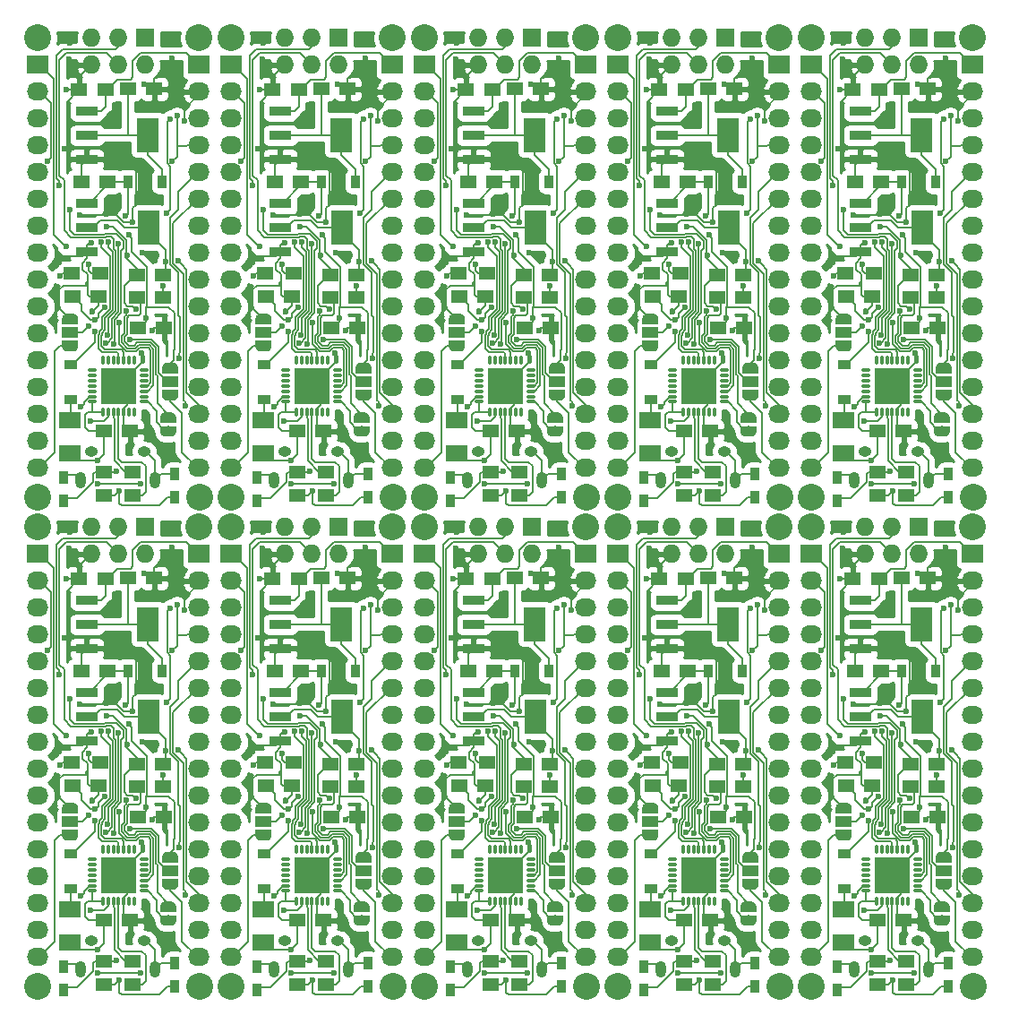
<source format=gbl>
G04 #@! TF.GenerationSoftware,KiCad,Pcbnew,5.1.0-rc1-unknown-6bb8fde~66~ubuntu16.04.1*
G04 #@! TF.CreationDate,2019-02-12T13:49:55+01:00
G04 #@! TF.ProjectId,nano328PB,6e616e6f-3332-4385-9042-2e6b69636164,rev?*
G04 #@! TF.SameCoordinates,Original*
G04 #@! TF.FileFunction,Copper,L2,Bot*
G04 #@! TF.FilePolarity,Positive*
%FSLAX46Y46*%
G04 Gerber Fmt 4.6, Leading zero omitted, Abs format (unit mm)*
G04 Created by KiCad (PCBNEW 5.1.0-rc1-unknown-6bb8fde~66~ubuntu16.04.1) date 2019-02-12 13:49:55*
%MOMM*%
%LPD*%
G04 APERTURE LIST*
%ADD10R,1.500000X1.300000*%
%ADD11R,0.900000X1.200000*%
%ADD12R,1.500000X1.250000*%
%ADD13R,0.910000X1.220000*%
%ADD14R,2.030000X1.650000*%
%ADD15O,2.032000X1.727200*%
%ADD16R,2.032000X1.727200*%
%ADD17R,2.150000X3.250000*%
%ADD18R,2.150000X0.950000*%
%ADD19C,2.540000*%
%ADD20R,1.220000X0.910000*%
%ADD21R,1.675000X1.675000*%
%ADD22O,0.850000X0.300000*%
%ADD23O,0.300000X0.850000*%
%ADD24C,0.100000*%
%ADD25C,1.000000*%
%ADD26R,1.500000X0.500000*%
%ADD27R,1.500000X1.000000*%
%ADD28O,1.250000X0.950000*%
%ADD29O,1.000000X1.550000*%
%ADD30R,1.727200X1.727200*%
%ADD31O,1.727200X1.727200*%
%ADD32C,0.600000*%
%ADD33C,0.150000*%
%ADD34C,0.254000*%
G04 APERTURE END LIST*
D10*
X196853800Y-110185200D03*
X194153800Y-110185200D03*
D11*
X193344800Y-129471240D03*
X193344800Y-131671240D03*
D12*
X197520880Y-101544120D03*
X195020880Y-101544120D03*
X194818000Y-92852240D03*
X197318000Y-92852240D03*
X202788840Y-112496600D03*
X200288840Y-112496600D03*
X199430000Y-92796360D03*
X201930000Y-92796360D03*
X194182360Y-112364520D03*
X196682360Y-112364520D03*
X200279000Y-110357920D03*
X202779000Y-110357920D03*
D13*
X199411080Y-101554280D03*
X202681080Y-101554280D03*
D14*
X193979800Y-127228720D03*
X193979800Y-124068720D03*
D15*
X206171800Y-128600200D03*
X206171800Y-126060200D03*
X206171800Y-123520200D03*
X206171800Y-120980200D03*
X206171800Y-118440200D03*
X206171800Y-115900200D03*
X206171800Y-113360200D03*
X206171800Y-110820200D03*
X206171800Y-108280200D03*
X206171800Y-105740200D03*
X206171800Y-103200200D03*
X206171800Y-100660200D03*
X206171800Y-98120200D03*
X206171800Y-95580200D03*
X206171800Y-93040200D03*
D16*
X206171800Y-90500200D03*
D12*
X202875200Y-115404900D03*
X200375200Y-115404900D03*
D17*
X201375600Y-105879900D03*
D18*
X195575600Y-108179900D03*
X195575600Y-105879900D03*
X195575600Y-103579900D03*
D15*
X190931800Y-128600200D03*
X190931800Y-126060200D03*
X190931800Y-123520200D03*
X190931800Y-120980200D03*
X190931800Y-118440200D03*
X190931800Y-115900200D03*
X190931800Y-113360200D03*
X190931800Y-110820200D03*
X190931800Y-108280200D03*
X190931800Y-105740200D03*
X190931800Y-103200200D03*
X190931800Y-100660200D03*
X190931800Y-98120200D03*
X190931800Y-95580200D03*
X190931800Y-93040200D03*
D16*
X190931800Y-90500200D03*
D19*
X190931800Y-87960200D03*
D20*
X194005200Y-118862600D03*
X194005200Y-122132600D03*
D19*
X206171800Y-87960200D03*
D10*
X199901800Y-131191000D03*
X197201800Y-131191000D03*
D11*
X203809600Y-131376600D03*
X203809600Y-129176600D03*
D18*
X195550200Y-94842300D03*
X195550200Y-97142300D03*
X195550200Y-99442300D03*
D17*
X201350200Y-97142300D03*
D19*
X190885800Y-131353200D03*
X206185800Y-131353200D03*
D21*
X199390000Y-121690700D03*
X197715000Y-121690700D03*
X199390000Y-120015700D03*
X197715000Y-120015700D03*
D22*
X201002500Y-122353200D03*
X201002500Y-121853200D03*
X201002500Y-121353200D03*
X201002500Y-120853200D03*
X201002500Y-120353200D03*
X201002500Y-119853200D03*
X201002500Y-119353200D03*
D23*
X200052500Y-118403200D03*
X199552500Y-118403200D03*
X199052500Y-118403200D03*
X198552500Y-118403200D03*
X198052500Y-118403200D03*
X197552500Y-118403200D03*
X197052500Y-118403200D03*
D22*
X196102500Y-119353200D03*
X196102500Y-119853200D03*
X196102500Y-120353200D03*
X196102500Y-120853200D03*
X196102500Y-121353200D03*
X196102500Y-121853200D03*
X196102500Y-122353200D03*
D23*
X197052500Y-123303200D03*
X197552500Y-123303200D03*
X198052500Y-123303200D03*
X198552500Y-123303200D03*
X199052500Y-123303200D03*
X199552500Y-123303200D03*
X200052500Y-123303200D03*
D24*
G36*
X203727609Y-121249207D02*
G01*
X203776145Y-121256406D01*
X203823742Y-121268329D01*
X203869942Y-121284859D01*
X203914298Y-121305838D01*
X203956385Y-121331064D01*
X203995797Y-121360294D01*
X204032153Y-121393246D01*
X204065105Y-121429602D01*
X204094335Y-121469014D01*
X204119561Y-121511101D01*
X204140540Y-121555457D01*
X204157070Y-121601657D01*
X204168993Y-121649254D01*
X204176192Y-121697790D01*
X204178600Y-121746799D01*
X204178600Y-121746801D01*
X204176192Y-121795810D01*
X204168993Y-121844346D01*
X204157070Y-121891943D01*
X204140540Y-121938143D01*
X204119561Y-121982499D01*
X204094335Y-122024586D01*
X204065105Y-122063998D01*
X204032153Y-122100354D01*
X203995797Y-122133306D01*
X203956385Y-122162536D01*
X203914298Y-122187762D01*
X203869942Y-122208741D01*
X203823742Y-122225271D01*
X203776145Y-122237194D01*
X203727609Y-122244393D01*
X203678600Y-122246801D01*
X203178600Y-122246801D01*
X203129591Y-122244393D01*
X203081055Y-122237194D01*
X203033458Y-122225271D01*
X202987258Y-122208741D01*
X202942902Y-122187762D01*
X202900815Y-122162536D01*
X202861403Y-122133306D01*
X202825047Y-122100354D01*
X202792095Y-122063998D01*
X202762865Y-122024586D01*
X202737639Y-121982499D01*
X202716660Y-121938143D01*
X202700130Y-121891943D01*
X202688207Y-121844346D01*
X202681008Y-121795810D01*
X202678600Y-121746801D01*
X202678600Y-121746799D01*
X202681008Y-121697790D01*
X202688207Y-121649254D01*
X202700130Y-121601657D01*
X202716660Y-121555457D01*
X202737639Y-121511101D01*
X202762865Y-121469014D01*
X202792095Y-121429602D01*
X202825047Y-121393246D01*
X202861403Y-121360294D01*
X202900815Y-121331064D01*
X202942902Y-121305838D01*
X202987258Y-121284859D01*
X203033458Y-121268329D01*
X203081055Y-121256406D01*
X203129591Y-121249207D01*
X203178600Y-121246799D01*
X203678600Y-121246799D01*
X203727609Y-121249207D01*
X203727609Y-121249207D01*
G37*
D25*
X203428600Y-121746800D03*
D26*
X203428600Y-121446800D03*
D27*
X203428600Y-120446800D03*
D24*
G36*
X203727609Y-118649207D02*
G01*
X203776145Y-118656406D01*
X203823742Y-118668329D01*
X203869942Y-118684859D01*
X203914298Y-118705838D01*
X203956385Y-118731064D01*
X203995797Y-118760294D01*
X204032153Y-118793246D01*
X204065105Y-118829602D01*
X204094335Y-118869014D01*
X204119561Y-118911101D01*
X204140540Y-118955457D01*
X204157070Y-119001657D01*
X204168993Y-119049254D01*
X204176192Y-119097790D01*
X204178600Y-119146799D01*
X204178600Y-119146801D01*
X204176192Y-119195810D01*
X204168993Y-119244346D01*
X204157070Y-119291943D01*
X204140540Y-119338143D01*
X204119561Y-119382499D01*
X204094335Y-119424586D01*
X204065105Y-119463998D01*
X204032153Y-119500354D01*
X203995797Y-119533306D01*
X203956385Y-119562536D01*
X203914298Y-119587762D01*
X203869942Y-119608741D01*
X203823742Y-119625271D01*
X203776145Y-119637194D01*
X203727609Y-119644393D01*
X203678600Y-119646801D01*
X203178600Y-119646801D01*
X203129591Y-119644393D01*
X203081055Y-119637194D01*
X203033458Y-119625271D01*
X202987258Y-119608741D01*
X202942902Y-119587762D01*
X202900815Y-119562536D01*
X202861403Y-119533306D01*
X202825047Y-119500354D01*
X202792095Y-119463998D01*
X202762865Y-119424586D01*
X202737639Y-119382499D01*
X202716660Y-119338143D01*
X202700130Y-119291943D01*
X202688207Y-119244346D01*
X202681008Y-119195810D01*
X202678600Y-119146801D01*
X202678600Y-119146799D01*
X202681008Y-119097790D01*
X202688207Y-119049254D01*
X202700130Y-119001657D01*
X202716660Y-118955457D01*
X202737639Y-118911101D01*
X202762865Y-118869014D01*
X202792095Y-118829602D01*
X202825047Y-118793246D01*
X202861403Y-118760294D01*
X202900815Y-118731064D01*
X202942902Y-118705838D01*
X202987258Y-118684859D01*
X203033458Y-118668329D01*
X203081055Y-118656406D01*
X203129591Y-118649207D01*
X203178600Y-118646799D01*
X203678600Y-118646799D01*
X203727609Y-118649207D01*
X203727609Y-118649207D01*
G37*
D25*
X203428600Y-119146800D03*
D26*
X203428600Y-119446800D03*
D12*
X199649400Y-125145800D03*
X197149400Y-125145800D03*
D28*
X195984900Y-127090660D03*
X200984900Y-127090660D03*
D29*
X194984900Y-129790660D03*
X201984900Y-129790660D03*
D26*
X193967100Y-114798600D03*
D24*
G36*
X194266109Y-114001007D02*
G01*
X194314645Y-114008206D01*
X194362242Y-114020129D01*
X194408442Y-114036659D01*
X194452798Y-114057638D01*
X194494885Y-114082864D01*
X194534297Y-114112094D01*
X194570653Y-114145046D01*
X194603605Y-114181402D01*
X194632835Y-114220814D01*
X194658061Y-114262901D01*
X194679040Y-114307257D01*
X194695570Y-114353457D01*
X194707493Y-114401054D01*
X194714692Y-114449590D01*
X194717100Y-114498599D01*
X194717100Y-114498601D01*
X194714692Y-114547610D01*
X194707493Y-114596146D01*
X194695570Y-114643743D01*
X194679040Y-114689943D01*
X194658061Y-114734299D01*
X194632835Y-114776386D01*
X194603605Y-114815798D01*
X194570653Y-114852154D01*
X194534297Y-114885106D01*
X194494885Y-114914336D01*
X194452798Y-114939562D01*
X194408442Y-114960541D01*
X194362242Y-114977071D01*
X194314645Y-114988994D01*
X194266109Y-114996193D01*
X194217100Y-114998601D01*
X193717100Y-114998601D01*
X193668091Y-114996193D01*
X193619555Y-114988994D01*
X193571958Y-114977071D01*
X193525758Y-114960541D01*
X193481402Y-114939562D01*
X193439315Y-114914336D01*
X193399903Y-114885106D01*
X193363547Y-114852154D01*
X193330595Y-114815798D01*
X193301365Y-114776386D01*
X193276139Y-114734299D01*
X193255160Y-114689943D01*
X193238630Y-114643743D01*
X193226707Y-114596146D01*
X193219508Y-114547610D01*
X193217100Y-114498601D01*
X193217100Y-114498599D01*
X193219508Y-114449590D01*
X193226707Y-114401054D01*
X193238630Y-114353457D01*
X193255160Y-114307257D01*
X193276139Y-114262901D01*
X193301365Y-114220814D01*
X193330595Y-114181402D01*
X193363547Y-114145046D01*
X193399903Y-114112094D01*
X193439315Y-114082864D01*
X193481402Y-114057638D01*
X193525758Y-114036659D01*
X193571958Y-114020129D01*
X193619555Y-114008206D01*
X193668091Y-114001007D01*
X193717100Y-113998599D01*
X194217100Y-113998599D01*
X194266109Y-114001007D01*
X194266109Y-114001007D01*
G37*
D25*
X193967100Y-114498600D03*
D27*
X193967100Y-115798600D03*
D26*
X193967100Y-116798600D03*
D24*
G36*
X194266109Y-116601007D02*
G01*
X194314645Y-116608206D01*
X194362242Y-116620129D01*
X194408442Y-116636659D01*
X194452798Y-116657638D01*
X194494885Y-116682864D01*
X194534297Y-116712094D01*
X194570653Y-116745046D01*
X194603605Y-116781402D01*
X194632835Y-116820814D01*
X194658061Y-116862901D01*
X194679040Y-116907257D01*
X194695570Y-116953457D01*
X194707493Y-117001054D01*
X194714692Y-117049590D01*
X194717100Y-117098599D01*
X194717100Y-117098601D01*
X194714692Y-117147610D01*
X194707493Y-117196146D01*
X194695570Y-117243743D01*
X194679040Y-117289943D01*
X194658061Y-117334299D01*
X194632835Y-117376386D01*
X194603605Y-117415798D01*
X194570653Y-117452154D01*
X194534297Y-117485106D01*
X194494885Y-117514336D01*
X194452798Y-117539562D01*
X194408442Y-117560541D01*
X194362242Y-117577071D01*
X194314645Y-117588994D01*
X194266109Y-117596193D01*
X194217100Y-117598601D01*
X193717100Y-117598601D01*
X193668091Y-117596193D01*
X193619555Y-117588994D01*
X193571958Y-117577071D01*
X193525758Y-117560541D01*
X193481402Y-117539562D01*
X193439315Y-117514336D01*
X193399903Y-117485106D01*
X193363547Y-117452154D01*
X193330595Y-117415798D01*
X193301365Y-117376386D01*
X193276139Y-117334299D01*
X193255160Y-117289943D01*
X193238630Y-117243743D01*
X193226707Y-117196146D01*
X193219508Y-117147610D01*
X193217100Y-117098601D01*
X193217100Y-117098599D01*
X193219508Y-117049590D01*
X193226707Y-117001054D01*
X193238630Y-116953457D01*
X193255160Y-116907257D01*
X193276139Y-116862901D01*
X193301365Y-116820814D01*
X193330595Y-116781402D01*
X193363547Y-116745046D01*
X193399903Y-116712094D01*
X193439315Y-116682864D01*
X193481402Y-116657638D01*
X193525758Y-116636659D01*
X193571958Y-116620129D01*
X193619555Y-116608206D01*
X193668091Y-116601007D01*
X193717100Y-116598599D01*
X194217100Y-116598599D01*
X194266109Y-116601007D01*
X194266109Y-116601007D01*
G37*
D25*
X193967100Y-117098600D03*
D30*
X201085800Y-87953200D03*
D31*
X201085800Y-90493200D03*
X198545800Y-87953200D03*
X198545800Y-90493200D03*
X196005800Y-87953200D03*
X196005800Y-90493200D03*
D24*
G36*
X203537109Y-124648207D02*
G01*
X203585645Y-124655406D01*
X203633242Y-124667329D01*
X203679442Y-124683859D01*
X203723798Y-124704838D01*
X203765885Y-124730064D01*
X203805297Y-124759294D01*
X203841653Y-124792246D01*
X203874605Y-124828602D01*
X203903835Y-124868014D01*
X203929061Y-124910101D01*
X203950040Y-124954457D01*
X203966570Y-125000657D01*
X203978493Y-125048254D01*
X203985692Y-125096790D01*
X203988100Y-125145799D01*
X203988100Y-125145801D01*
X203985692Y-125194810D01*
X203978493Y-125243346D01*
X203966570Y-125290943D01*
X203950040Y-125337143D01*
X203929061Y-125381499D01*
X203903835Y-125423586D01*
X203874605Y-125462998D01*
X203841653Y-125499354D01*
X203805297Y-125532306D01*
X203765885Y-125561536D01*
X203723798Y-125586762D01*
X203679442Y-125607741D01*
X203633242Y-125624271D01*
X203585645Y-125636194D01*
X203537109Y-125643393D01*
X203488100Y-125645801D01*
X202988100Y-125645801D01*
X202939091Y-125643393D01*
X202890555Y-125636194D01*
X202842958Y-125624271D01*
X202796758Y-125607741D01*
X202752402Y-125586762D01*
X202710315Y-125561536D01*
X202670903Y-125532306D01*
X202634547Y-125499354D01*
X202601595Y-125462998D01*
X202572365Y-125423586D01*
X202547139Y-125381499D01*
X202526160Y-125337143D01*
X202509630Y-125290943D01*
X202497707Y-125243346D01*
X202490508Y-125194810D01*
X202488100Y-125145801D01*
X202488100Y-125145799D01*
X202490508Y-125096790D01*
X202497707Y-125048254D01*
X202509630Y-125000657D01*
X202526160Y-124954457D01*
X202547139Y-124910101D01*
X202572365Y-124868014D01*
X202601595Y-124828602D01*
X202634547Y-124792246D01*
X202670903Y-124759294D01*
X202710315Y-124730064D01*
X202752402Y-124704838D01*
X202796758Y-124683859D01*
X202842958Y-124667329D01*
X202890555Y-124655406D01*
X202939091Y-124648207D01*
X202988100Y-124645799D01*
X203488100Y-124645799D01*
X203537109Y-124648207D01*
X203537109Y-124648207D01*
G37*
D25*
X203238100Y-125145800D03*
D24*
G36*
X203537109Y-123348207D02*
G01*
X203585645Y-123355406D01*
X203633242Y-123367329D01*
X203679442Y-123383859D01*
X203723798Y-123404838D01*
X203765885Y-123430064D01*
X203805297Y-123459294D01*
X203841653Y-123492246D01*
X203874605Y-123528602D01*
X203903835Y-123568014D01*
X203929061Y-123610101D01*
X203950040Y-123654457D01*
X203966570Y-123700657D01*
X203978493Y-123748254D01*
X203985692Y-123796790D01*
X203988100Y-123845799D01*
X203988100Y-123845801D01*
X203985692Y-123894810D01*
X203978493Y-123943346D01*
X203966570Y-123990943D01*
X203950040Y-124037143D01*
X203929061Y-124081499D01*
X203903835Y-124123586D01*
X203874605Y-124162998D01*
X203841653Y-124199354D01*
X203805297Y-124232306D01*
X203765885Y-124261536D01*
X203723798Y-124286762D01*
X203679442Y-124307741D01*
X203633242Y-124324271D01*
X203585645Y-124336194D01*
X203537109Y-124343393D01*
X203488100Y-124345801D01*
X202988100Y-124345801D01*
X202939091Y-124343393D01*
X202890555Y-124336194D01*
X202842958Y-124324271D01*
X202796758Y-124307741D01*
X202752402Y-124286762D01*
X202710315Y-124261536D01*
X202670903Y-124232306D01*
X202634547Y-124199354D01*
X202601595Y-124162998D01*
X202572365Y-124123586D01*
X202547139Y-124081499D01*
X202526160Y-124037143D01*
X202509630Y-123990943D01*
X202497707Y-123943346D01*
X202490508Y-123894810D01*
X202488100Y-123845801D01*
X202488100Y-123845799D01*
X202490508Y-123796790D01*
X202497707Y-123748254D01*
X202509630Y-123700657D01*
X202526160Y-123654457D01*
X202547139Y-123610101D01*
X202572365Y-123568014D01*
X202601595Y-123528602D01*
X202634547Y-123492246D01*
X202670903Y-123459294D01*
X202710315Y-123430064D01*
X202752402Y-123404838D01*
X202796758Y-123383859D01*
X202842958Y-123367329D01*
X202890555Y-123355406D01*
X202939091Y-123348207D01*
X202988100Y-123345799D01*
X203488100Y-123345799D01*
X203537109Y-123348207D01*
X203537109Y-123348207D01*
G37*
D25*
X203238100Y-123845800D03*
D26*
X203238100Y-124095800D03*
X203238100Y-124895800D03*
D10*
X197201800Y-128981200D03*
X199901800Y-128981200D03*
X178565800Y-110185200D03*
X175865800Y-110185200D03*
D11*
X175056800Y-129471240D03*
X175056800Y-131671240D03*
D12*
X179232880Y-101544120D03*
X176732880Y-101544120D03*
X176530000Y-92852240D03*
X179030000Y-92852240D03*
X184500840Y-112496600D03*
X182000840Y-112496600D03*
X181142000Y-92796360D03*
X183642000Y-92796360D03*
X175894360Y-112364520D03*
X178394360Y-112364520D03*
X181991000Y-110357920D03*
X184491000Y-110357920D03*
D13*
X181123080Y-101554280D03*
X184393080Y-101554280D03*
D14*
X175691800Y-127228720D03*
X175691800Y-124068720D03*
D15*
X187883800Y-128600200D03*
X187883800Y-126060200D03*
X187883800Y-123520200D03*
X187883800Y-120980200D03*
X187883800Y-118440200D03*
X187883800Y-115900200D03*
X187883800Y-113360200D03*
X187883800Y-110820200D03*
X187883800Y-108280200D03*
X187883800Y-105740200D03*
X187883800Y-103200200D03*
X187883800Y-100660200D03*
X187883800Y-98120200D03*
X187883800Y-95580200D03*
X187883800Y-93040200D03*
D16*
X187883800Y-90500200D03*
D12*
X184587200Y-115404900D03*
X182087200Y-115404900D03*
D17*
X183087600Y-105879900D03*
D18*
X177287600Y-108179900D03*
X177287600Y-105879900D03*
X177287600Y-103579900D03*
D15*
X172643800Y-128600200D03*
X172643800Y-126060200D03*
X172643800Y-123520200D03*
X172643800Y-120980200D03*
X172643800Y-118440200D03*
X172643800Y-115900200D03*
X172643800Y-113360200D03*
X172643800Y-110820200D03*
X172643800Y-108280200D03*
X172643800Y-105740200D03*
X172643800Y-103200200D03*
X172643800Y-100660200D03*
X172643800Y-98120200D03*
X172643800Y-95580200D03*
X172643800Y-93040200D03*
D16*
X172643800Y-90500200D03*
D19*
X172643800Y-87960200D03*
D20*
X175717200Y-118862600D03*
X175717200Y-122132600D03*
D19*
X187883800Y-87960200D03*
D10*
X181613800Y-131191000D03*
X178913800Y-131191000D03*
D11*
X185521600Y-131376600D03*
X185521600Y-129176600D03*
D18*
X177262200Y-94842300D03*
X177262200Y-97142300D03*
X177262200Y-99442300D03*
D17*
X183062200Y-97142300D03*
D19*
X172597800Y-131353200D03*
X187897800Y-131353200D03*
D21*
X181102000Y-121690700D03*
X179427000Y-121690700D03*
X181102000Y-120015700D03*
X179427000Y-120015700D03*
D22*
X182714500Y-122353200D03*
X182714500Y-121853200D03*
X182714500Y-121353200D03*
X182714500Y-120853200D03*
X182714500Y-120353200D03*
X182714500Y-119853200D03*
X182714500Y-119353200D03*
D23*
X181764500Y-118403200D03*
X181264500Y-118403200D03*
X180764500Y-118403200D03*
X180264500Y-118403200D03*
X179764500Y-118403200D03*
X179264500Y-118403200D03*
X178764500Y-118403200D03*
D22*
X177814500Y-119353200D03*
X177814500Y-119853200D03*
X177814500Y-120353200D03*
X177814500Y-120853200D03*
X177814500Y-121353200D03*
X177814500Y-121853200D03*
X177814500Y-122353200D03*
D23*
X178764500Y-123303200D03*
X179264500Y-123303200D03*
X179764500Y-123303200D03*
X180264500Y-123303200D03*
X180764500Y-123303200D03*
X181264500Y-123303200D03*
X181764500Y-123303200D03*
D24*
G36*
X185439609Y-121249207D02*
G01*
X185488145Y-121256406D01*
X185535742Y-121268329D01*
X185581942Y-121284859D01*
X185626298Y-121305838D01*
X185668385Y-121331064D01*
X185707797Y-121360294D01*
X185744153Y-121393246D01*
X185777105Y-121429602D01*
X185806335Y-121469014D01*
X185831561Y-121511101D01*
X185852540Y-121555457D01*
X185869070Y-121601657D01*
X185880993Y-121649254D01*
X185888192Y-121697790D01*
X185890600Y-121746799D01*
X185890600Y-121746801D01*
X185888192Y-121795810D01*
X185880993Y-121844346D01*
X185869070Y-121891943D01*
X185852540Y-121938143D01*
X185831561Y-121982499D01*
X185806335Y-122024586D01*
X185777105Y-122063998D01*
X185744153Y-122100354D01*
X185707797Y-122133306D01*
X185668385Y-122162536D01*
X185626298Y-122187762D01*
X185581942Y-122208741D01*
X185535742Y-122225271D01*
X185488145Y-122237194D01*
X185439609Y-122244393D01*
X185390600Y-122246801D01*
X184890600Y-122246801D01*
X184841591Y-122244393D01*
X184793055Y-122237194D01*
X184745458Y-122225271D01*
X184699258Y-122208741D01*
X184654902Y-122187762D01*
X184612815Y-122162536D01*
X184573403Y-122133306D01*
X184537047Y-122100354D01*
X184504095Y-122063998D01*
X184474865Y-122024586D01*
X184449639Y-121982499D01*
X184428660Y-121938143D01*
X184412130Y-121891943D01*
X184400207Y-121844346D01*
X184393008Y-121795810D01*
X184390600Y-121746801D01*
X184390600Y-121746799D01*
X184393008Y-121697790D01*
X184400207Y-121649254D01*
X184412130Y-121601657D01*
X184428660Y-121555457D01*
X184449639Y-121511101D01*
X184474865Y-121469014D01*
X184504095Y-121429602D01*
X184537047Y-121393246D01*
X184573403Y-121360294D01*
X184612815Y-121331064D01*
X184654902Y-121305838D01*
X184699258Y-121284859D01*
X184745458Y-121268329D01*
X184793055Y-121256406D01*
X184841591Y-121249207D01*
X184890600Y-121246799D01*
X185390600Y-121246799D01*
X185439609Y-121249207D01*
X185439609Y-121249207D01*
G37*
D25*
X185140600Y-121746800D03*
D26*
X185140600Y-121446800D03*
D27*
X185140600Y-120446800D03*
D24*
G36*
X185439609Y-118649207D02*
G01*
X185488145Y-118656406D01*
X185535742Y-118668329D01*
X185581942Y-118684859D01*
X185626298Y-118705838D01*
X185668385Y-118731064D01*
X185707797Y-118760294D01*
X185744153Y-118793246D01*
X185777105Y-118829602D01*
X185806335Y-118869014D01*
X185831561Y-118911101D01*
X185852540Y-118955457D01*
X185869070Y-119001657D01*
X185880993Y-119049254D01*
X185888192Y-119097790D01*
X185890600Y-119146799D01*
X185890600Y-119146801D01*
X185888192Y-119195810D01*
X185880993Y-119244346D01*
X185869070Y-119291943D01*
X185852540Y-119338143D01*
X185831561Y-119382499D01*
X185806335Y-119424586D01*
X185777105Y-119463998D01*
X185744153Y-119500354D01*
X185707797Y-119533306D01*
X185668385Y-119562536D01*
X185626298Y-119587762D01*
X185581942Y-119608741D01*
X185535742Y-119625271D01*
X185488145Y-119637194D01*
X185439609Y-119644393D01*
X185390600Y-119646801D01*
X184890600Y-119646801D01*
X184841591Y-119644393D01*
X184793055Y-119637194D01*
X184745458Y-119625271D01*
X184699258Y-119608741D01*
X184654902Y-119587762D01*
X184612815Y-119562536D01*
X184573403Y-119533306D01*
X184537047Y-119500354D01*
X184504095Y-119463998D01*
X184474865Y-119424586D01*
X184449639Y-119382499D01*
X184428660Y-119338143D01*
X184412130Y-119291943D01*
X184400207Y-119244346D01*
X184393008Y-119195810D01*
X184390600Y-119146801D01*
X184390600Y-119146799D01*
X184393008Y-119097790D01*
X184400207Y-119049254D01*
X184412130Y-119001657D01*
X184428660Y-118955457D01*
X184449639Y-118911101D01*
X184474865Y-118869014D01*
X184504095Y-118829602D01*
X184537047Y-118793246D01*
X184573403Y-118760294D01*
X184612815Y-118731064D01*
X184654902Y-118705838D01*
X184699258Y-118684859D01*
X184745458Y-118668329D01*
X184793055Y-118656406D01*
X184841591Y-118649207D01*
X184890600Y-118646799D01*
X185390600Y-118646799D01*
X185439609Y-118649207D01*
X185439609Y-118649207D01*
G37*
D25*
X185140600Y-119146800D03*
D26*
X185140600Y-119446800D03*
D12*
X181361400Y-125145800D03*
X178861400Y-125145800D03*
D28*
X177696900Y-127090660D03*
X182696900Y-127090660D03*
D29*
X176696900Y-129790660D03*
X183696900Y-129790660D03*
D26*
X175679100Y-114798600D03*
D24*
G36*
X175978109Y-114001007D02*
G01*
X176026645Y-114008206D01*
X176074242Y-114020129D01*
X176120442Y-114036659D01*
X176164798Y-114057638D01*
X176206885Y-114082864D01*
X176246297Y-114112094D01*
X176282653Y-114145046D01*
X176315605Y-114181402D01*
X176344835Y-114220814D01*
X176370061Y-114262901D01*
X176391040Y-114307257D01*
X176407570Y-114353457D01*
X176419493Y-114401054D01*
X176426692Y-114449590D01*
X176429100Y-114498599D01*
X176429100Y-114498601D01*
X176426692Y-114547610D01*
X176419493Y-114596146D01*
X176407570Y-114643743D01*
X176391040Y-114689943D01*
X176370061Y-114734299D01*
X176344835Y-114776386D01*
X176315605Y-114815798D01*
X176282653Y-114852154D01*
X176246297Y-114885106D01*
X176206885Y-114914336D01*
X176164798Y-114939562D01*
X176120442Y-114960541D01*
X176074242Y-114977071D01*
X176026645Y-114988994D01*
X175978109Y-114996193D01*
X175929100Y-114998601D01*
X175429100Y-114998601D01*
X175380091Y-114996193D01*
X175331555Y-114988994D01*
X175283958Y-114977071D01*
X175237758Y-114960541D01*
X175193402Y-114939562D01*
X175151315Y-114914336D01*
X175111903Y-114885106D01*
X175075547Y-114852154D01*
X175042595Y-114815798D01*
X175013365Y-114776386D01*
X174988139Y-114734299D01*
X174967160Y-114689943D01*
X174950630Y-114643743D01*
X174938707Y-114596146D01*
X174931508Y-114547610D01*
X174929100Y-114498601D01*
X174929100Y-114498599D01*
X174931508Y-114449590D01*
X174938707Y-114401054D01*
X174950630Y-114353457D01*
X174967160Y-114307257D01*
X174988139Y-114262901D01*
X175013365Y-114220814D01*
X175042595Y-114181402D01*
X175075547Y-114145046D01*
X175111903Y-114112094D01*
X175151315Y-114082864D01*
X175193402Y-114057638D01*
X175237758Y-114036659D01*
X175283958Y-114020129D01*
X175331555Y-114008206D01*
X175380091Y-114001007D01*
X175429100Y-113998599D01*
X175929100Y-113998599D01*
X175978109Y-114001007D01*
X175978109Y-114001007D01*
G37*
D25*
X175679100Y-114498600D03*
D27*
X175679100Y-115798600D03*
D26*
X175679100Y-116798600D03*
D24*
G36*
X175978109Y-116601007D02*
G01*
X176026645Y-116608206D01*
X176074242Y-116620129D01*
X176120442Y-116636659D01*
X176164798Y-116657638D01*
X176206885Y-116682864D01*
X176246297Y-116712094D01*
X176282653Y-116745046D01*
X176315605Y-116781402D01*
X176344835Y-116820814D01*
X176370061Y-116862901D01*
X176391040Y-116907257D01*
X176407570Y-116953457D01*
X176419493Y-117001054D01*
X176426692Y-117049590D01*
X176429100Y-117098599D01*
X176429100Y-117098601D01*
X176426692Y-117147610D01*
X176419493Y-117196146D01*
X176407570Y-117243743D01*
X176391040Y-117289943D01*
X176370061Y-117334299D01*
X176344835Y-117376386D01*
X176315605Y-117415798D01*
X176282653Y-117452154D01*
X176246297Y-117485106D01*
X176206885Y-117514336D01*
X176164798Y-117539562D01*
X176120442Y-117560541D01*
X176074242Y-117577071D01*
X176026645Y-117588994D01*
X175978109Y-117596193D01*
X175929100Y-117598601D01*
X175429100Y-117598601D01*
X175380091Y-117596193D01*
X175331555Y-117588994D01*
X175283958Y-117577071D01*
X175237758Y-117560541D01*
X175193402Y-117539562D01*
X175151315Y-117514336D01*
X175111903Y-117485106D01*
X175075547Y-117452154D01*
X175042595Y-117415798D01*
X175013365Y-117376386D01*
X174988139Y-117334299D01*
X174967160Y-117289943D01*
X174950630Y-117243743D01*
X174938707Y-117196146D01*
X174931508Y-117147610D01*
X174929100Y-117098601D01*
X174929100Y-117098599D01*
X174931508Y-117049590D01*
X174938707Y-117001054D01*
X174950630Y-116953457D01*
X174967160Y-116907257D01*
X174988139Y-116862901D01*
X175013365Y-116820814D01*
X175042595Y-116781402D01*
X175075547Y-116745046D01*
X175111903Y-116712094D01*
X175151315Y-116682864D01*
X175193402Y-116657638D01*
X175237758Y-116636659D01*
X175283958Y-116620129D01*
X175331555Y-116608206D01*
X175380091Y-116601007D01*
X175429100Y-116598599D01*
X175929100Y-116598599D01*
X175978109Y-116601007D01*
X175978109Y-116601007D01*
G37*
D25*
X175679100Y-117098600D03*
D30*
X182797800Y-87953200D03*
D31*
X182797800Y-90493200D03*
X180257800Y-87953200D03*
X180257800Y-90493200D03*
X177717800Y-87953200D03*
X177717800Y-90493200D03*
D24*
G36*
X185249109Y-124648207D02*
G01*
X185297645Y-124655406D01*
X185345242Y-124667329D01*
X185391442Y-124683859D01*
X185435798Y-124704838D01*
X185477885Y-124730064D01*
X185517297Y-124759294D01*
X185553653Y-124792246D01*
X185586605Y-124828602D01*
X185615835Y-124868014D01*
X185641061Y-124910101D01*
X185662040Y-124954457D01*
X185678570Y-125000657D01*
X185690493Y-125048254D01*
X185697692Y-125096790D01*
X185700100Y-125145799D01*
X185700100Y-125145801D01*
X185697692Y-125194810D01*
X185690493Y-125243346D01*
X185678570Y-125290943D01*
X185662040Y-125337143D01*
X185641061Y-125381499D01*
X185615835Y-125423586D01*
X185586605Y-125462998D01*
X185553653Y-125499354D01*
X185517297Y-125532306D01*
X185477885Y-125561536D01*
X185435798Y-125586762D01*
X185391442Y-125607741D01*
X185345242Y-125624271D01*
X185297645Y-125636194D01*
X185249109Y-125643393D01*
X185200100Y-125645801D01*
X184700100Y-125645801D01*
X184651091Y-125643393D01*
X184602555Y-125636194D01*
X184554958Y-125624271D01*
X184508758Y-125607741D01*
X184464402Y-125586762D01*
X184422315Y-125561536D01*
X184382903Y-125532306D01*
X184346547Y-125499354D01*
X184313595Y-125462998D01*
X184284365Y-125423586D01*
X184259139Y-125381499D01*
X184238160Y-125337143D01*
X184221630Y-125290943D01*
X184209707Y-125243346D01*
X184202508Y-125194810D01*
X184200100Y-125145801D01*
X184200100Y-125145799D01*
X184202508Y-125096790D01*
X184209707Y-125048254D01*
X184221630Y-125000657D01*
X184238160Y-124954457D01*
X184259139Y-124910101D01*
X184284365Y-124868014D01*
X184313595Y-124828602D01*
X184346547Y-124792246D01*
X184382903Y-124759294D01*
X184422315Y-124730064D01*
X184464402Y-124704838D01*
X184508758Y-124683859D01*
X184554958Y-124667329D01*
X184602555Y-124655406D01*
X184651091Y-124648207D01*
X184700100Y-124645799D01*
X185200100Y-124645799D01*
X185249109Y-124648207D01*
X185249109Y-124648207D01*
G37*
D25*
X184950100Y-125145800D03*
D24*
G36*
X185249109Y-123348207D02*
G01*
X185297645Y-123355406D01*
X185345242Y-123367329D01*
X185391442Y-123383859D01*
X185435798Y-123404838D01*
X185477885Y-123430064D01*
X185517297Y-123459294D01*
X185553653Y-123492246D01*
X185586605Y-123528602D01*
X185615835Y-123568014D01*
X185641061Y-123610101D01*
X185662040Y-123654457D01*
X185678570Y-123700657D01*
X185690493Y-123748254D01*
X185697692Y-123796790D01*
X185700100Y-123845799D01*
X185700100Y-123845801D01*
X185697692Y-123894810D01*
X185690493Y-123943346D01*
X185678570Y-123990943D01*
X185662040Y-124037143D01*
X185641061Y-124081499D01*
X185615835Y-124123586D01*
X185586605Y-124162998D01*
X185553653Y-124199354D01*
X185517297Y-124232306D01*
X185477885Y-124261536D01*
X185435798Y-124286762D01*
X185391442Y-124307741D01*
X185345242Y-124324271D01*
X185297645Y-124336194D01*
X185249109Y-124343393D01*
X185200100Y-124345801D01*
X184700100Y-124345801D01*
X184651091Y-124343393D01*
X184602555Y-124336194D01*
X184554958Y-124324271D01*
X184508758Y-124307741D01*
X184464402Y-124286762D01*
X184422315Y-124261536D01*
X184382903Y-124232306D01*
X184346547Y-124199354D01*
X184313595Y-124162998D01*
X184284365Y-124123586D01*
X184259139Y-124081499D01*
X184238160Y-124037143D01*
X184221630Y-123990943D01*
X184209707Y-123943346D01*
X184202508Y-123894810D01*
X184200100Y-123845801D01*
X184200100Y-123845799D01*
X184202508Y-123796790D01*
X184209707Y-123748254D01*
X184221630Y-123700657D01*
X184238160Y-123654457D01*
X184259139Y-123610101D01*
X184284365Y-123568014D01*
X184313595Y-123528602D01*
X184346547Y-123492246D01*
X184382903Y-123459294D01*
X184422315Y-123430064D01*
X184464402Y-123404838D01*
X184508758Y-123383859D01*
X184554958Y-123367329D01*
X184602555Y-123355406D01*
X184651091Y-123348207D01*
X184700100Y-123345799D01*
X185200100Y-123345799D01*
X185249109Y-123348207D01*
X185249109Y-123348207D01*
G37*
D25*
X184950100Y-123845800D03*
D26*
X184950100Y-124095800D03*
X184950100Y-124895800D03*
D10*
X178913800Y-128981200D03*
X181613800Y-128981200D03*
D19*
X154355800Y-87960200D03*
D12*
X163703000Y-110357920D03*
X166203000Y-110357920D03*
D30*
X146221800Y-87953200D03*
D31*
X146221800Y-90493200D03*
X143681800Y-87953200D03*
X143681800Y-90493200D03*
X141141800Y-87953200D03*
X141141800Y-90493200D03*
D10*
X163325800Y-131191000D03*
X160625800Y-131191000D03*
D24*
G36*
X148863609Y-121249207D02*
G01*
X148912145Y-121256406D01*
X148959742Y-121268329D01*
X149005942Y-121284859D01*
X149050298Y-121305838D01*
X149092385Y-121331064D01*
X149131797Y-121360294D01*
X149168153Y-121393246D01*
X149201105Y-121429602D01*
X149230335Y-121469014D01*
X149255561Y-121511101D01*
X149276540Y-121555457D01*
X149293070Y-121601657D01*
X149304993Y-121649254D01*
X149312192Y-121697790D01*
X149314600Y-121746799D01*
X149314600Y-121746801D01*
X149312192Y-121795810D01*
X149304993Y-121844346D01*
X149293070Y-121891943D01*
X149276540Y-121938143D01*
X149255561Y-121982499D01*
X149230335Y-122024586D01*
X149201105Y-122063998D01*
X149168153Y-122100354D01*
X149131797Y-122133306D01*
X149092385Y-122162536D01*
X149050298Y-122187762D01*
X149005942Y-122208741D01*
X148959742Y-122225271D01*
X148912145Y-122237194D01*
X148863609Y-122244393D01*
X148814600Y-122246801D01*
X148314600Y-122246801D01*
X148265591Y-122244393D01*
X148217055Y-122237194D01*
X148169458Y-122225271D01*
X148123258Y-122208741D01*
X148078902Y-122187762D01*
X148036815Y-122162536D01*
X147997403Y-122133306D01*
X147961047Y-122100354D01*
X147928095Y-122063998D01*
X147898865Y-122024586D01*
X147873639Y-121982499D01*
X147852660Y-121938143D01*
X147836130Y-121891943D01*
X147824207Y-121844346D01*
X147817008Y-121795810D01*
X147814600Y-121746801D01*
X147814600Y-121746799D01*
X147817008Y-121697790D01*
X147824207Y-121649254D01*
X147836130Y-121601657D01*
X147852660Y-121555457D01*
X147873639Y-121511101D01*
X147898865Y-121469014D01*
X147928095Y-121429602D01*
X147961047Y-121393246D01*
X147997403Y-121360294D01*
X148036815Y-121331064D01*
X148078902Y-121305838D01*
X148123258Y-121284859D01*
X148169458Y-121268329D01*
X148217055Y-121256406D01*
X148265591Y-121249207D01*
X148314600Y-121246799D01*
X148814600Y-121246799D01*
X148863609Y-121249207D01*
X148863609Y-121249207D01*
G37*
D25*
X148564600Y-121746800D03*
D26*
X148564600Y-121446800D03*
D27*
X148564600Y-120446800D03*
D24*
G36*
X148863609Y-118649207D02*
G01*
X148912145Y-118656406D01*
X148959742Y-118668329D01*
X149005942Y-118684859D01*
X149050298Y-118705838D01*
X149092385Y-118731064D01*
X149131797Y-118760294D01*
X149168153Y-118793246D01*
X149201105Y-118829602D01*
X149230335Y-118869014D01*
X149255561Y-118911101D01*
X149276540Y-118955457D01*
X149293070Y-119001657D01*
X149304993Y-119049254D01*
X149312192Y-119097790D01*
X149314600Y-119146799D01*
X149314600Y-119146801D01*
X149312192Y-119195810D01*
X149304993Y-119244346D01*
X149293070Y-119291943D01*
X149276540Y-119338143D01*
X149255561Y-119382499D01*
X149230335Y-119424586D01*
X149201105Y-119463998D01*
X149168153Y-119500354D01*
X149131797Y-119533306D01*
X149092385Y-119562536D01*
X149050298Y-119587762D01*
X149005942Y-119608741D01*
X148959742Y-119625271D01*
X148912145Y-119637194D01*
X148863609Y-119644393D01*
X148814600Y-119646801D01*
X148314600Y-119646801D01*
X148265591Y-119644393D01*
X148217055Y-119637194D01*
X148169458Y-119625271D01*
X148123258Y-119608741D01*
X148078902Y-119587762D01*
X148036815Y-119562536D01*
X147997403Y-119533306D01*
X147961047Y-119500354D01*
X147928095Y-119463998D01*
X147898865Y-119424586D01*
X147873639Y-119382499D01*
X147852660Y-119338143D01*
X147836130Y-119291943D01*
X147824207Y-119244346D01*
X147817008Y-119195810D01*
X147814600Y-119146801D01*
X147814600Y-119146799D01*
X147817008Y-119097790D01*
X147824207Y-119049254D01*
X147836130Y-119001657D01*
X147852660Y-118955457D01*
X147873639Y-118911101D01*
X147898865Y-118869014D01*
X147928095Y-118829602D01*
X147961047Y-118793246D01*
X147997403Y-118760294D01*
X148036815Y-118731064D01*
X148078902Y-118705838D01*
X148123258Y-118684859D01*
X148169458Y-118668329D01*
X148217055Y-118656406D01*
X148265591Y-118649207D01*
X148314600Y-118646799D01*
X148814600Y-118646799D01*
X148863609Y-118649207D01*
X148863609Y-118649207D01*
G37*
D25*
X148564600Y-119146800D03*
D26*
X148564600Y-119446800D03*
D11*
X148945600Y-131376600D03*
X148945600Y-129176600D03*
D10*
X121001800Y-110185200D03*
X123701800Y-110185200D03*
X142337800Y-128981200D03*
X145037800Y-128981200D03*
D24*
G36*
X148673109Y-124648207D02*
G01*
X148721645Y-124655406D01*
X148769242Y-124667329D01*
X148815442Y-124683859D01*
X148859798Y-124704838D01*
X148901885Y-124730064D01*
X148941297Y-124759294D01*
X148977653Y-124792246D01*
X149010605Y-124828602D01*
X149039835Y-124868014D01*
X149065061Y-124910101D01*
X149086040Y-124954457D01*
X149102570Y-125000657D01*
X149114493Y-125048254D01*
X149121692Y-125096790D01*
X149124100Y-125145799D01*
X149124100Y-125145801D01*
X149121692Y-125194810D01*
X149114493Y-125243346D01*
X149102570Y-125290943D01*
X149086040Y-125337143D01*
X149065061Y-125381499D01*
X149039835Y-125423586D01*
X149010605Y-125462998D01*
X148977653Y-125499354D01*
X148941297Y-125532306D01*
X148901885Y-125561536D01*
X148859798Y-125586762D01*
X148815442Y-125607741D01*
X148769242Y-125624271D01*
X148721645Y-125636194D01*
X148673109Y-125643393D01*
X148624100Y-125645801D01*
X148124100Y-125645801D01*
X148075091Y-125643393D01*
X148026555Y-125636194D01*
X147978958Y-125624271D01*
X147932758Y-125607741D01*
X147888402Y-125586762D01*
X147846315Y-125561536D01*
X147806903Y-125532306D01*
X147770547Y-125499354D01*
X147737595Y-125462998D01*
X147708365Y-125423586D01*
X147683139Y-125381499D01*
X147662160Y-125337143D01*
X147645630Y-125290943D01*
X147633707Y-125243346D01*
X147626508Y-125194810D01*
X147624100Y-125145801D01*
X147624100Y-125145799D01*
X147626508Y-125096790D01*
X147633707Y-125048254D01*
X147645630Y-125000657D01*
X147662160Y-124954457D01*
X147683139Y-124910101D01*
X147708365Y-124868014D01*
X147737595Y-124828602D01*
X147770547Y-124792246D01*
X147806903Y-124759294D01*
X147846315Y-124730064D01*
X147888402Y-124704838D01*
X147932758Y-124683859D01*
X147978958Y-124667329D01*
X148026555Y-124655406D01*
X148075091Y-124648207D01*
X148124100Y-124645799D01*
X148624100Y-124645799D01*
X148673109Y-124648207D01*
X148673109Y-124648207D01*
G37*
D25*
X148374100Y-125145800D03*
D24*
G36*
X148673109Y-123348207D02*
G01*
X148721645Y-123355406D01*
X148769242Y-123367329D01*
X148815442Y-123383859D01*
X148859798Y-123404838D01*
X148901885Y-123430064D01*
X148941297Y-123459294D01*
X148977653Y-123492246D01*
X149010605Y-123528602D01*
X149039835Y-123568014D01*
X149065061Y-123610101D01*
X149086040Y-123654457D01*
X149102570Y-123700657D01*
X149114493Y-123748254D01*
X149121692Y-123796790D01*
X149124100Y-123845799D01*
X149124100Y-123845801D01*
X149121692Y-123894810D01*
X149114493Y-123943346D01*
X149102570Y-123990943D01*
X149086040Y-124037143D01*
X149065061Y-124081499D01*
X149039835Y-124123586D01*
X149010605Y-124162998D01*
X148977653Y-124199354D01*
X148941297Y-124232306D01*
X148901885Y-124261536D01*
X148859798Y-124286762D01*
X148815442Y-124307741D01*
X148769242Y-124324271D01*
X148721645Y-124336194D01*
X148673109Y-124343393D01*
X148624100Y-124345801D01*
X148124100Y-124345801D01*
X148075091Y-124343393D01*
X148026555Y-124336194D01*
X147978958Y-124324271D01*
X147932758Y-124307741D01*
X147888402Y-124286762D01*
X147846315Y-124261536D01*
X147806903Y-124232306D01*
X147770547Y-124199354D01*
X147737595Y-124162998D01*
X147708365Y-124123586D01*
X147683139Y-124081499D01*
X147662160Y-124037143D01*
X147645630Y-123990943D01*
X147633707Y-123943346D01*
X147626508Y-123894810D01*
X147624100Y-123845801D01*
X147624100Y-123845799D01*
X147626508Y-123796790D01*
X147633707Y-123748254D01*
X147645630Y-123700657D01*
X147662160Y-123654457D01*
X147683139Y-123610101D01*
X147708365Y-123568014D01*
X147737595Y-123528602D01*
X147770547Y-123492246D01*
X147806903Y-123459294D01*
X147846315Y-123430064D01*
X147888402Y-123404838D01*
X147932758Y-123383859D01*
X147978958Y-123367329D01*
X148026555Y-123355406D01*
X148075091Y-123348207D01*
X148124100Y-123345799D01*
X148624100Y-123345799D01*
X148673109Y-123348207D01*
X148673109Y-123348207D01*
G37*
D25*
X148374100Y-123845800D03*
D26*
X148374100Y-124095800D03*
X148374100Y-124895800D03*
D11*
X120192800Y-131671240D03*
X120192800Y-129471240D03*
D12*
X147924840Y-112496600D03*
X145424840Y-112496600D03*
X121868880Y-101544120D03*
X124368880Y-101544120D03*
X124166000Y-92852240D03*
X121666000Y-92852240D03*
X127136840Y-112496600D03*
X129636840Y-112496600D03*
X128778000Y-92796360D03*
X126278000Y-92796360D03*
X123530360Y-112364520D03*
X121030360Y-112364520D03*
X129627000Y-110357920D03*
X127127000Y-110357920D03*
D18*
X158974200Y-94842300D03*
X158974200Y-97142300D03*
X158974200Y-99442300D03*
D17*
X164774200Y-97142300D03*
D15*
X151307800Y-128600200D03*
X151307800Y-126060200D03*
X151307800Y-123520200D03*
X151307800Y-120980200D03*
X151307800Y-118440200D03*
X151307800Y-115900200D03*
X151307800Y-113360200D03*
X151307800Y-110820200D03*
X151307800Y-108280200D03*
X151307800Y-105740200D03*
X151307800Y-103200200D03*
X151307800Y-100660200D03*
X151307800Y-98120200D03*
X151307800Y-95580200D03*
X151307800Y-93040200D03*
D16*
X151307800Y-90500200D03*
D13*
X129529080Y-101554280D03*
X126259080Y-101554280D03*
D12*
X160944880Y-101544120D03*
X158444880Y-101544120D03*
X142656880Y-101544120D03*
X140156880Y-101544120D03*
D14*
X120827800Y-124068720D03*
X120827800Y-127228720D03*
D16*
X133019800Y-90500200D03*
D15*
X133019800Y-93040200D03*
X133019800Y-95580200D03*
X133019800Y-98120200D03*
X133019800Y-100660200D03*
X133019800Y-103200200D03*
X133019800Y-105740200D03*
X133019800Y-108280200D03*
X133019800Y-110820200D03*
X133019800Y-113360200D03*
X133019800Y-115900200D03*
X133019800Y-118440200D03*
X133019800Y-120980200D03*
X133019800Y-123520200D03*
X133019800Y-126060200D03*
X133019800Y-128600200D03*
D12*
X127223200Y-115404900D03*
X129723200Y-115404900D03*
D26*
X157391100Y-114798600D03*
D24*
G36*
X157690109Y-114001007D02*
G01*
X157738645Y-114008206D01*
X157786242Y-114020129D01*
X157832442Y-114036659D01*
X157876798Y-114057638D01*
X157918885Y-114082864D01*
X157958297Y-114112094D01*
X157994653Y-114145046D01*
X158027605Y-114181402D01*
X158056835Y-114220814D01*
X158082061Y-114262901D01*
X158103040Y-114307257D01*
X158119570Y-114353457D01*
X158131493Y-114401054D01*
X158138692Y-114449590D01*
X158141100Y-114498599D01*
X158141100Y-114498601D01*
X158138692Y-114547610D01*
X158131493Y-114596146D01*
X158119570Y-114643743D01*
X158103040Y-114689943D01*
X158082061Y-114734299D01*
X158056835Y-114776386D01*
X158027605Y-114815798D01*
X157994653Y-114852154D01*
X157958297Y-114885106D01*
X157918885Y-114914336D01*
X157876798Y-114939562D01*
X157832442Y-114960541D01*
X157786242Y-114977071D01*
X157738645Y-114988994D01*
X157690109Y-114996193D01*
X157641100Y-114998601D01*
X157141100Y-114998601D01*
X157092091Y-114996193D01*
X157043555Y-114988994D01*
X156995958Y-114977071D01*
X156949758Y-114960541D01*
X156905402Y-114939562D01*
X156863315Y-114914336D01*
X156823903Y-114885106D01*
X156787547Y-114852154D01*
X156754595Y-114815798D01*
X156725365Y-114776386D01*
X156700139Y-114734299D01*
X156679160Y-114689943D01*
X156662630Y-114643743D01*
X156650707Y-114596146D01*
X156643508Y-114547610D01*
X156641100Y-114498601D01*
X156641100Y-114498599D01*
X156643508Y-114449590D01*
X156650707Y-114401054D01*
X156662630Y-114353457D01*
X156679160Y-114307257D01*
X156700139Y-114262901D01*
X156725365Y-114220814D01*
X156754595Y-114181402D01*
X156787547Y-114145046D01*
X156823903Y-114112094D01*
X156863315Y-114082864D01*
X156905402Y-114057638D01*
X156949758Y-114036659D01*
X156995958Y-114020129D01*
X157043555Y-114008206D01*
X157092091Y-114001007D01*
X157141100Y-113998599D01*
X157641100Y-113998599D01*
X157690109Y-114001007D01*
X157690109Y-114001007D01*
G37*
D25*
X157391100Y-114498600D03*
D27*
X157391100Y-115798600D03*
D26*
X157391100Y-116798600D03*
D24*
G36*
X157690109Y-116601007D02*
G01*
X157738645Y-116608206D01*
X157786242Y-116620129D01*
X157832442Y-116636659D01*
X157876798Y-116657638D01*
X157918885Y-116682864D01*
X157958297Y-116712094D01*
X157994653Y-116745046D01*
X158027605Y-116781402D01*
X158056835Y-116820814D01*
X158082061Y-116862901D01*
X158103040Y-116907257D01*
X158119570Y-116953457D01*
X158131493Y-117001054D01*
X158138692Y-117049590D01*
X158141100Y-117098599D01*
X158141100Y-117098601D01*
X158138692Y-117147610D01*
X158131493Y-117196146D01*
X158119570Y-117243743D01*
X158103040Y-117289943D01*
X158082061Y-117334299D01*
X158056835Y-117376386D01*
X158027605Y-117415798D01*
X157994653Y-117452154D01*
X157958297Y-117485106D01*
X157918885Y-117514336D01*
X157876798Y-117539562D01*
X157832442Y-117560541D01*
X157786242Y-117577071D01*
X157738645Y-117588994D01*
X157690109Y-117596193D01*
X157641100Y-117598601D01*
X157141100Y-117598601D01*
X157092091Y-117596193D01*
X157043555Y-117588994D01*
X156995958Y-117577071D01*
X156949758Y-117560541D01*
X156905402Y-117539562D01*
X156863315Y-117514336D01*
X156823903Y-117485106D01*
X156787547Y-117452154D01*
X156754595Y-117415798D01*
X156725365Y-117376386D01*
X156700139Y-117334299D01*
X156679160Y-117289943D01*
X156662630Y-117243743D01*
X156650707Y-117196146D01*
X156643508Y-117147610D01*
X156641100Y-117098601D01*
X156641100Y-117098599D01*
X156643508Y-117049590D01*
X156650707Y-117001054D01*
X156662630Y-116953457D01*
X156679160Y-116907257D01*
X156700139Y-116862901D01*
X156725365Y-116820814D01*
X156754595Y-116781402D01*
X156787547Y-116745046D01*
X156823903Y-116712094D01*
X156863315Y-116682864D01*
X156905402Y-116657638D01*
X156949758Y-116636659D01*
X156995958Y-116620129D01*
X157043555Y-116608206D01*
X157092091Y-116601007D01*
X157141100Y-116598599D01*
X157641100Y-116598599D01*
X157690109Y-116601007D01*
X157690109Y-116601007D01*
G37*
D25*
X157391100Y-117098600D03*
D15*
X154355800Y-128600200D03*
X154355800Y-126060200D03*
X154355800Y-123520200D03*
X154355800Y-120980200D03*
X154355800Y-118440200D03*
X154355800Y-115900200D03*
X154355800Y-113360200D03*
X154355800Y-110820200D03*
X154355800Y-108280200D03*
X154355800Y-105740200D03*
X154355800Y-103200200D03*
X154355800Y-100660200D03*
X154355800Y-98120200D03*
X154355800Y-95580200D03*
X154355800Y-93040200D03*
D16*
X154355800Y-90500200D03*
D18*
X122423600Y-103579900D03*
X122423600Y-105879900D03*
X122423600Y-108179900D03*
D17*
X128223600Y-105879900D03*
D12*
X166212840Y-112496600D03*
X163712840Y-112496600D03*
D16*
X117779800Y-90500200D03*
D15*
X117779800Y-93040200D03*
X117779800Y-95580200D03*
X117779800Y-98120200D03*
X117779800Y-100660200D03*
X117779800Y-103200200D03*
X117779800Y-105740200D03*
X117779800Y-108280200D03*
X117779800Y-110820200D03*
X117779800Y-113360200D03*
X117779800Y-115900200D03*
X117779800Y-118440200D03*
X117779800Y-120980200D03*
X117779800Y-123520200D03*
X117779800Y-126060200D03*
X117779800Y-128600200D03*
D19*
X117779800Y-87960200D03*
D20*
X120853200Y-122132600D03*
X120853200Y-118862600D03*
D19*
X133019800Y-87960200D03*
D11*
X138480800Y-129471240D03*
X138480800Y-131671240D03*
D24*
G36*
X167151609Y-121249207D02*
G01*
X167200145Y-121256406D01*
X167247742Y-121268329D01*
X167293942Y-121284859D01*
X167338298Y-121305838D01*
X167380385Y-121331064D01*
X167419797Y-121360294D01*
X167456153Y-121393246D01*
X167489105Y-121429602D01*
X167518335Y-121469014D01*
X167543561Y-121511101D01*
X167564540Y-121555457D01*
X167581070Y-121601657D01*
X167592993Y-121649254D01*
X167600192Y-121697790D01*
X167602600Y-121746799D01*
X167602600Y-121746801D01*
X167600192Y-121795810D01*
X167592993Y-121844346D01*
X167581070Y-121891943D01*
X167564540Y-121938143D01*
X167543561Y-121982499D01*
X167518335Y-122024586D01*
X167489105Y-122063998D01*
X167456153Y-122100354D01*
X167419797Y-122133306D01*
X167380385Y-122162536D01*
X167338298Y-122187762D01*
X167293942Y-122208741D01*
X167247742Y-122225271D01*
X167200145Y-122237194D01*
X167151609Y-122244393D01*
X167102600Y-122246801D01*
X166602600Y-122246801D01*
X166553591Y-122244393D01*
X166505055Y-122237194D01*
X166457458Y-122225271D01*
X166411258Y-122208741D01*
X166366902Y-122187762D01*
X166324815Y-122162536D01*
X166285403Y-122133306D01*
X166249047Y-122100354D01*
X166216095Y-122063998D01*
X166186865Y-122024586D01*
X166161639Y-121982499D01*
X166140660Y-121938143D01*
X166124130Y-121891943D01*
X166112207Y-121844346D01*
X166105008Y-121795810D01*
X166102600Y-121746801D01*
X166102600Y-121746799D01*
X166105008Y-121697790D01*
X166112207Y-121649254D01*
X166124130Y-121601657D01*
X166140660Y-121555457D01*
X166161639Y-121511101D01*
X166186865Y-121469014D01*
X166216095Y-121429602D01*
X166249047Y-121393246D01*
X166285403Y-121360294D01*
X166324815Y-121331064D01*
X166366902Y-121305838D01*
X166411258Y-121284859D01*
X166457458Y-121268329D01*
X166505055Y-121256406D01*
X166553591Y-121249207D01*
X166602600Y-121246799D01*
X167102600Y-121246799D01*
X167151609Y-121249207D01*
X167151609Y-121249207D01*
G37*
D25*
X166852600Y-121746800D03*
D26*
X166852600Y-121446800D03*
D27*
X166852600Y-120446800D03*
D24*
G36*
X167151609Y-118649207D02*
G01*
X167200145Y-118656406D01*
X167247742Y-118668329D01*
X167293942Y-118684859D01*
X167338298Y-118705838D01*
X167380385Y-118731064D01*
X167419797Y-118760294D01*
X167456153Y-118793246D01*
X167489105Y-118829602D01*
X167518335Y-118869014D01*
X167543561Y-118911101D01*
X167564540Y-118955457D01*
X167581070Y-119001657D01*
X167592993Y-119049254D01*
X167600192Y-119097790D01*
X167602600Y-119146799D01*
X167602600Y-119146801D01*
X167600192Y-119195810D01*
X167592993Y-119244346D01*
X167581070Y-119291943D01*
X167564540Y-119338143D01*
X167543561Y-119382499D01*
X167518335Y-119424586D01*
X167489105Y-119463998D01*
X167456153Y-119500354D01*
X167419797Y-119533306D01*
X167380385Y-119562536D01*
X167338298Y-119587762D01*
X167293942Y-119608741D01*
X167247742Y-119625271D01*
X167200145Y-119637194D01*
X167151609Y-119644393D01*
X167102600Y-119646801D01*
X166602600Y-119646801D01*
X166553591Y-119644393D01*
X166505055Y-119637194D01*
X166457458Y-119625271D01*
X166411258Y-119608741D01*
X166366902Y-119587762D01*
X166324815Y-119562536D01*
X166285403Y-119533306D01*
X166249047Y-119500354D01*
X166216095Y-119463998D01*
X166186865Y-119424586D01*
X166161639Y-119382499D01*
X166140660Y-119338143D01*
X166124130Y-119291943D01*
X166112207Y-119244346D01*
X166105008Y-119195810D01*
X166102600Y-119146801D01*
X166102600Y-119146799D01*
X166105008Y-119097790D01*
X166112207Y-119049254D01*
X166124130Y-119001657D01*
X166140660Y-118955457D01*
X166161639Y-118911101D01*
X166186865Y-118869014D01*
X166216095Y-118829602D01*
X166249047Y-118793246D01*
X166285403Y-118760294D01*
X166324815Y-118731064D01*
X166366902Y-118705838D01*
X166411258Y-118684859D01*
X166457458Y-118668329D01*
X166505055Y-118656406D01*
X166553591Y-118649207D01*
X166602600Y-118646799D01*
X167102600Y-118646799D01*
X167151609Y-118649207D01*
X167151609Y-118649207D01*
G37*
D25*
X166852600Y-119146800D03*
D26*
X166852600Y-119446800D03*
D12*
X163073400Y-125145800D03*
X160573400Y-125145800D03*
D18*
X140686200Y-94842300D03*
X140686200Y-97142300D03*
X140686200Y-99442300D03*
D17*
X146486200Y-97142300D03*
D10*
X124049800Y-131191000D03*
X126749800Y-131191000D03*
D11*
X130657600Y-129176600D03*
X130657600Y-131376600D03*
D17*
X128198200Y-97142300D03*
D18*
X122398200Y-99442300D03*
X122398200Y-97142300D03*
X122398200Y-94842300D03*
D19*
X117733800Y-131353200D03*
X133033800Y-131353200D03*
D12*
X166299200Y-115404900D03*
X163799200Y-115404900D03*
D23*
X126900500Y-123303200D03*
X126400500Y-123303200D03*
X125900500Y-123303200D03*
X125400500Y-123303200D03*
X124900500Y-123303200D03*
X124400500Y-123303200D03*
X123900500Y-123303200D03*
D22*
X122950500Y-122353200D03*
X122950500Y-121853200D03*
X122950500Y-121353200D03*
X122950500Y-120853200D03*
X122950500Y-120353200D03*
X122950500Y-119853200D03*
X122950500Y-119353200D03*
D23*
X123900500Y-118403200D03*
X124400500Y-118403200D03*
X124900500Y-118403200D03*
X125400500Y-118403200D03*
X125900500Y-118403200D03*
X126400500Y-118403200D03*
X126900500Y-118403200D03*
D22*
X127850500Y-119353200D03*
X127850500Y-119853200D03*
X127850500Y-120353200D03*
X127850500Y-120853200D03*
X127850500Y-121353200D03*
X127850500Y-121853200D03*
X127850500Y-122353200D03*
D21*
X124563000Y-120015700D03*
X126238000Y-120015700D03*
X124563000Y-121690700D03*
X126238000Y-121690700D03*
D26*
X130276600Y-119446800D03*
D24*
G36*
X130575609Y-118649207D02*
G01*
X130624145Y-118656406D01*
X130671742Y-118668329D01*
X130717942Y-118684859D01*
X130762298Y-118705838D01*
X130804385Y-118731064D01*
X130843797Y-118760294D01*
X130880153Y-118793246D01*
X130913105Y-118829602D01*
X130942335Y-118869014D01*
X130967561Y-118911101D01*
X130988540Y-118955457D01*
X131005070Y-119001657D01*
X131016993Y-119049254D01*
X131024192Y-119097790D01*
X131026600Y-119146799D01*
X131026600Y-119146801D01*
X131024192Y-119195810D01*
X131016993Y-119244346D01*
X131005070Y-119291943D01*
X130988540Y-119338143D01*
X130967561Y-119382499D01*
X130942335Y-119424586D01*
X130913105Y-119463998D01*
X130880153Y-119500354D01*
X130843797Y-119533306D01*
X130804385Y-119562536D01*
X130762298Y-119587762D01*
X130717942Y-119608741D01*
X130671742Y-119625271D01*
X130624145Y-119637194D01*
X130575609Y-119644393D01*
X130526600Y-119646801D01*
X130026600Y-119646801D01*
X129977591Y-119644393D01*
X129929055Y-119637194D01*
X129881458Y-119625271D01*
X129835258Y-119608741D01*
X129790902Y-119587762D01*
X129748815Y-119562536D01*
X129709403Y-119533306D01*
X129673047Y-119500354D01*
X129640095Y-119463998D01*
X129610865Y-119424586D01*
X129585639Y-119382499D01*
X129564660Y-119338143D01*
X129548130Y-119291943D01*
X129536207Y-119244346D01*
X129529008Y-119195810D01*
X129526600Y-119146801D01*
X129526600Y-119146799D01*
X129529008Y-119097790D01*
X129536207Y-119049254D01*
X129548130Y-119001657D01*
X129564660Y-118955457D01*
X129585639Y-118911101D01*
X129610865Y-118869014D01*
X129640095Y-118829602D01*
X129673047Y-118793246D01*
X129709403Y-118760294D01*
X129748815Y-118731064D01*
X129790902Y-118705838D01*
X129835258Y-118684859D01*
X129881458Y-118668329D01*
X129929055Y-118656406D01*
X129977591Y-118649207D01*
X130026600Y-118646799D01*
X130526600Y-118646799D01*
X130575609Y-118649207D01*
X130575609Y-118649207D01*
G37*
D25*
X130276600Y-119146800D03*
D27*
X130276600Y-120446800D03*
D26*
X130276600Y-121446800D03*
D24*
G36*
X130575609Y-121249207D02*
G01*
X130624145Y-121256406D01*
X130671742Y-121268329D01*
X130717942Y-121284859D01*
X130762298Y-121305838D01*
X130804385Y-121331064D01*
X130843797Y-121360294D01*
X130880153Y-121393246D01*
X130913105Y-121429602D01*
X130942335Y-121469014D01*
X130967561Y-121511101D01*
X130988540Y-121555457D01*
X131005070Y-121601657D01*
X131016993Y-121649254D01*
X131024192Y-121697790D01*
X131026600Y-121746799D01*
X131026600Y-121746801D01*
X131024192Y-121795810D01*
X131016993Y-121844346D01*
X131005070Y-121891943D01*
X130988540Y-121938143D01*
X130967561Y-121982499D01*
X130942335Y-122024586D01*
X130913105Y-122063998D01*
X130880153Y-122100354D01*
X130843797Y-122133306D01*
X130804385Y-122162536D01*
X130762298Y-122187762D01*
X130717942Y-122208741D01*
X130671742Y-122225271D01*
X130624145Y-122237194D01*
X130575609Y-122244393D01*
X130526600Y-122246801D01*
X130026600Y-122246801D01*
X129977591Y-122244393D01*
X129929055Y-122237194D01*
X129881458Y-122225271D01*
X129835258Y-122208741D01*
X129790902Y-122187762D01*
X129748815Y-122162536D01*
X129709403Y-122133306D01*
X129673047Y-122100354D01*
X129640095Y-122063998D01*
X129610865Y-122024586D01*
X129585639Y-121982499D01*
X129564660Y-121938143D01*
X129548130Y-121891943D01*
X129536207Y-121844346D01*
X129529008Y-121795810D01*
X129526600Y-121746801D01*
X129526600Y-121746799D01*
X129529008Y-121697790D01*
X129536207Y-121649254D01*
X129548130Y-121601657D01*
X129564660Y-121555457D01*
X129585639Y-121511101D01*
X129610865Y-121469014D01*
X129640095Y-121429602D01*
X129673047Y-121393246D01*
X129709403Y-121360294D01*
X129748815Y-121331064D01*
X129790902Y-121305838D01*
X129835258Y-121284859D01*
X129881458Y-121268329D01*
X129929055Y-121256406D01*
X129977591Y-121249207D01*
X130026600Y-121246799D01*
X130526600Y-121246799D01*
X130575609Y-121249207D01*
X130575609Y-121249207D01*
G37*
D25*
X130276600Y-121746800D03*
D28*
X159408900Y-127090660D03*
X164408900Y-127090660D03*
D29*
X158408900Y-129790660D03*
X165408900Y-129790660D03*
D10*
X160277800Y-110185200D03*
X157577800Y-110185200D03*
X141989800Y-110185200D03*
X139289800Y-110185200D03*
X160625800Y-128981200D03*
X163325800Y-128981200D03*
D24*
G36*
X166961109Y-124648207D02*
G01*
X167009645Y-124655406D01*
X167057242Y-124667329D01*
X167103442Y-124683859D01*
X167147798Y-124704838D01*
X167189885Y-124730064D01*
X167229297Y-124759294D01*
X167265653Y-124792246D01*
X167298605Y-124828602D01*
X167327835Y-124868014D01*
X167353061Y-124910101D01*
X167374040Y-124954457D01*
X167390570Y-125000657D01*
X167402493Y-125048254D01*
X167409692Y-125096790D01*
X167412100Y-125145799D01*
X167412100Y-125145801D01*
X167409692Y-125194810D01*
X167402493Y-125243346D01*
X167390570Y-125290943D01*
X167374040Y-125337143D01*
X167353061Y-125381499D01*
X167327835Y-125423586D01*
X167298605Y-125462998D01*
X167265653Y-125499354D01*
X167229297Y-125532306D01*
X167189885Y-125561536D01*
X167147798Y-125586762D01*
X167103442Y-125607741D01*
X167057242Y-125624271D01*
X167009645Y-125636194D01*
X166961109Y-125643393D01*
X166912100Y-125645801D01*
X166412100Y-125645801D01*
X166363091Y-125643393D01*
X166314555Y-125636194D01*
X166266958Y-125624271D01*
X166220758Y-125607741D01*
X166176402Y-125586762D01*
X166134315Y-125561536D01*
X166094903Y-125532306D01*
X166058547Y-125499354D01*
X166025595Y-125462998D01*
X165996365Y-125423586D01*
X165971139Y-125381499D01*
X165950160Y-125337143D01*
X165933630Y-125290943D01*
X165921707Y-125243346D01*
X165914508Y-125194810D01*
X165912100Y-125145801D01*
X165912100Y-125145799D01*
X165914508Y-125096790D01*
X165921707Y-125048254D01*
X165933630Y-125000657D01*
X165950160Y-124954457D01*
X165971139Y-124910101D01*
X165996365Y-124868014D01*
X166025595Y-124828602D01*
X166058547Y-124792246D01*
X166094903Y-124759294D01*
X166134315Y-124730064D01*
X166176402Y-124704838D01*
X166220758Y-124683859D01*
X166266958Y-124667329D01*
X166314555Y-124655406D01*
X166363091Y-124648207D01*
X166412100Y-124645799D01*
X166912100Y-124645799D01*
X166961109Y-124648207D01*
X166961109Y-124648207D01*
G37*
D25*
X166662100Y-125145800D03*
D24*
G36*
X166961109Y-123348207D02*
G01*
X167009645Y-123355406D01*
X167057242Y-123367329D01*
X167103442Y-123383859D01*
X167147798Y-123404838D01*
X167189885Y-123430064D01*
X167229297Y-123459294D01*
X167265653Y-123492246D01*
X167298605Y-123528602D01*
X167327835Y-123568014D01*
X167353061Y-123610101D01*
X167374040Y-123654457D01*
X167390570Y-123700657D01*
X167402493Y-123748254D01*
X167409692Y-123796790D01*
X167412100Y-123845799D01*
X167412100Y-123845801D01*
X167409692Y-123894810D01*
X167402493Y-123943346D01*
X167390570Y-123990943D01*
X167374040Y-124037143D01*
X167353061Y-124081499D01*
X167327835Y-124123586D01*
X167298605Y-124162998D01*
X167265653Y-124199354D01*
X167229297Y-124232306D01*
X167189885Y-124261536D01*
X167147798Y-124286762D01*
X167103442Y-124307741D01*
X167057242Y-124324271D01*
X167009645Y-124336194D01*
X166961109Y-124343393D01*
X166912100Y-124345801D01*
X166412100Y-124345801D01*
X166363091Y-124343393D01*
X166314555Y-124336194D01*
X166266958Y-124324271D01*
X166220758Y-124307741D01*
X166176402Y-124286762D01*
X166134315Y-124261536D01*
X166094903Y-124232306D01*
X166058547Y-124199354D01*
X166025595Y-124162998D01*
X165996365Y-124123586D01*
X165971139Y-124081499D01*
X165950160Y-124037143D01*
X165933630Y-123990943D01*
X165921707Y-123943346D01*
X165914508Y-123894810D01*
X165912100Y-123845801D01*
X165912100Y-123845799D01*
X165914508Y-123796790D01*
X165921707Y-123748254D01*
X165933630Y-123700657D01*
X165950160Y-123654457D01*
X165971139Y-123610101D01*
X165996365Y-123568014D01*
X166025595Y-123528602D01*
X166058547Y-123492246D01*
X166094903Y-123459294D01*
X166134315Y-123430064D01*
X166176402Y-123404838D01*
X166220758Y-123383859D01*
X166266958Y-123367329D01*
X166314555Y-123355406D01*
X166363091Y-123348207D01*
X166412100Y-123345799D01*
X166912100Y-123345799D01*
X166961109Y-123348207D01*
X166961109Y-123348207D01*
G37*
D25*
X166662100Y-123845800D03*
D26*
X166662100Y-124095800D03*
X166662100Y-124895800D03*
D13*
X162835080Y-101554280D03*
X166105080Y-101554280D03*
D17*
X164799600Y-105879900D03*
D18*
X158999600Y-108179900D03*
X158999600Y-105879900D03*
X158999600Y-103579900D03*
D12*
X123997400Y-125145800D03*
X126497400Y-125145800D03*
D29*
X128832900Y-129790660D03*
X121832900Y-129790660D03*
D28*
X127832900Y-127090660D03*
X122832900Y-127090660D03*
D24*
G36*
X121114109Y-116601007D02*
G01*
X121162645Y-116608206D01*
X121210242Y-116620129D01*
X121256442Y-116636659D01*
X121300798Y-116657638D01*
X121342885Y-116682864D01*
X121382297Y-116712094D01*
X121418653Y-116745046D01*
X121451605Y-116781402D01*
X121480835Y-116820814D01*
X121506061Y-116862901D01*
X121527040Y-116907257D01*
X121543570Y-116953457D01*
X121555493Y-117001054D01*
X121562692Y-117049590D01*
X121565100Y-117098599D01*
X121565100Y-117098601D01*
X121562692Y-117147610D01*
X121555493Y-117196146D01*
X121543570Y-117243743D01*
X121527040Y-117289943D01*
X121506061Y-117334299D01*
X121480835Y-117376386D01*
X121451605Y-117415798D01*
X121418653Y-117452154D01*
X121382297Y-117485106D01*
X121342885Y-117514336D01*
X121300798Y-117539562D01*
X121256442Y-117560541D01*
X121210242Y-117577071D01*
X121162645Y-117588994D01*
X121114109Y-117596193D01*
X121065100Y-117598601D01*
X120565100Y-117598601D01*
X120516091Y-117596193D01*
X120467555Y-117588994D01*
X120419958Y-117577071D01*
X120373758Y-117560541D01*
X120329402Y-117539562D01*
X120287315Y-117514336D01*
X120247903Y-117485106D01*
X120211547Y-117452154D01*
X120178595Y-117415798D01*
X120149365Y-117376386D01*
X120124139Y-117334299D01*
X120103160Y-117289943D01*
X120086630Y-117243743D01*
X120074707Y-117196146D01*
X120067508Y-117147610D01*
X120065100Y-117098601D01*
X120065100Y-117098599D01*
X120067508Y-117049590D01*
X120074707Y-117001054D01*
X120086630Y-116953457D01*
X120103160Y-116907257D01*
X120124139Y-116862901D01*
X120149365Y-116820814D01*
X120178595Y-116781402D01*
X120211547Y-116745046D01*
X120247903Y-116712094D01*
X120287315Y-116682864D01*
X120329402Y-116657638D01*
X120373758Y-116636659D01*
X120419958Y-116620129D01*
X120467555Y-116608206D01*
X120516091Y-116601007D01*
X120565100Y-116598599D01*
X121065100Y-116598599D01*
X121114109Y-116601007D01*
X121114109Y-116601007D01*
G37*
D25*
X120815100Y-117098600D03*
D26*
X120815100Y-116798600D03*
D27*
X120815100Y-115798600D03*
D24*
G36*
X121114109Y-114001007D02*
G01*
X121162645Y-114008206D01*
X121210242Y-114020129D01*
X121256442Y-114036659D01*
X121300798Y-114057638D01*
X121342885Y-114082864D01*
X121382297Y-114112094D01*
X121418653Y-114145046D01*
X121451605Y-114181402D01*
X121480835Y-114220814D01*
X121506061Y-114262901D01*
X121527040Y-114307257D01*
X121543570Y-114353457D01*
X121555493Y-114401054D01*
X121562692Y-114449590D01*
X121565100Y-114498599D01*
X121565100Y-114498601D01*
X121562692Y-114547610D01*
X121555493Y-114596146D01*
X121543570Y-114643743D01*
X121527040Y-114689943D01*
X121506061Y-114734299D01*
X121480835Y-114776386D01*
X121451605Y-114815798D01*
X121418653Y-114852154D01*
X121382297Y-114885106D01*
X121342885Y-114914336D01*
X121300798Y-114939562D01*
X121256442Y-114960541D01*
X121210242Y-114977071D01*
X121162645Y-114988994D01*
X121114109Y-114996193D01*
X121065100Y-114998601D01*
X120565100Y-114998601D01*
X120516091Y-114996193D01*
X120467555Y-114988994D01*
X120419958Y-114977071D01*
X120373758Y-114960541D01*
X120329402Y-114939562D01*
X120287315Y-114914336D01*
X120247903Y-114885106D01*
X120211547Y-114852154D01*
X120178595Y-114815798D01*
X120149365Y-114776386D01*
X120124139Y-114734299D01*
X120103160Y-114689943D01*
X120086630Y-114643743D01*
X120074707Y-114596146D01*
X120067508Y-114547610D01*
X120065100Y-114498601D01*
X120065100Y-114498599D01*
X120067508Y-114449590D01*
X120074707Y-114401054D01*
X120086630Y-114353457D01*
X120103160Y-114307257D01*
X120124139Y-114262901D01*
X120149365Y-114220814D01*
X120178595Y-114181402D01*
X120211547Y-114145046D01*
X120247903Y-114112094D01*
X120287315Y-114082864D01*
X120329402Y-114057638D01*
X120373758Y-114036659D01*
X120419958Y-114020129D01*
X120467555Y-114008206D01*
X120516091Y-114001007D01*
X120565100Y-113998599D01*
X121065100Y-113998599D01*
X121114109Y-114001007D01*
X121114109Y-114001007D01*
G37*
D25*
X120815100Y-114498600D03*
D26*
X120815100Y-114798600D03*
D17*
X146511600Y-105879900D03*
D18*
X140711600Y-108179900D03*
X140711600Y-105879900D03*
X140711600Y-103579900D03*
D11*
X156768800Y-129471240D03*
X156768800Y-131671240D03*
D31*
X122853800Y-90493200D03*
X122853800Y-87953200D03*
X125393800Y-90493200D03*
X125393800Y-87953200D03*
X127933800Y-90493200D03*
D30*
X127933800Y-87953200D03*
D21*
X144526000Y-121690700D03*
X142851000Y-121690700D03*
X144526000Y-120015700D03*
X142851000Y-120015700D03*
D22*
X146138500Y-122353200D03*
X146138500Y-121853200D03*
X146138500Y-121353200D03*
X146138500Y-120853200D03*
X146138500Y-120353200D03*
X146138500Y-119853200D03*
X146138500Y-119353200D03*
D23*
X145188500Y-118403200D03*
X144688500Y-118403200D03*
X144188500Y-118403200D03*
X143688500Y-118403200D03*
X143188500Y-118403200D03*
X142688500Y-118403200D03*
X142188500Y-118403200D03*
D22*
X141238500Y-119353200D03*
X141238500Y-119853200D03*
X141238500Y-120353200D03*
X141238500Y-120853200D03*
X141238500Y-121353200D03*
X141238500Y-121853200D03*
X141238500Y-122353200D03*
D23*
X142188500Y-123303200D03*
X142688500Y-123303200D03*
X143188500Y-123303200D03*
X143688500Y-123303200D03*
X144188500Y-123303200D03*
X144688500Y-123303200D03*
X145188500Y-123303200D03*
D10*
X145037800Y-131191000D03*
X142337800Y-131191000D03*
D14*
X157403800Y-127228720D03*
X157403800Y-124068720D03*
D12*
X144785400Y-125145800D03*
X142285400Y-125145800D03*
D26*
X130086100Y-124895800D03*
X130086100Y-124095800D03*
D24*
G36*
X130385109Y-123348207D02*
G01*
X130433645Y-123355406D01*
X130481242Y-123367329D01*
X130527442Y-123383859D01*
X130571798Y-123404838D01*
X130613885Y-123430064D01*
X130653297Y-123459294D01*
X130689653Y-123492246D01*
X130722605Y-123528602D01*
X130751835Y-123568014D01*
X130777061Y-123610101D01*
X130798040Y-123654457D01*
X130814570Y-123700657D01*
X130826493Y-123748254D01*
X130833692Y-123796790D01*
X130836100Y-123845799D01*
X130836100Y-123845801D01*
X130833692Y-123894810D01*
X130826493Y-123943346D01*
X130814570Y-123990943D01*
X130798040Y-124037143D01*
X130777061Y-124081499D01*
X130751835Y-124123586D01*
X130722605Y-124162998D01*
X130689653Y-124199354D01*
X130653297Y-124232306D01*
X130613885Y-124261536D01*
X130571798Y-124286762D01*
X130527442Y-124307741D01*
X130481242Y-124324271D01*
X130433645Y-124336194D01*
X130385109Y-124343393D01*
X130336100Y-124345801D01*
X129836100Y-124345801D01*
X129787091Y-124343393D01*
X129738555Y-124336194D01*
X129690958Y-124324271D01*
X129644758Y-124307741D01*
X129600402Y-124286762D01*
X129558315Y-124261536D01*
X129518903Y-124232306D01*
X129482547Y-124199354D01*
X129449595Y-124162998D01*
X129420365Y-124123586D01*
X129395139Y-124081499D01*
X129374160Y-124037143D01*
X129357630Y-123990943D01*
X129345707Y-123943346D01*
X129338508Y-123894810D01*
X129336100Y-123845801D01*
X129336100Y-123845799D01*
X129338508Y-123796790D01*
X129345707Y-123748254D01*
X129357630Y-123700657D01*
X129374160Y-123654457D01*
X129395139Y-123610101D01*
X129420365Y-123568014D01*
X129449595Y-123528602D01*
X129482547Y-123492246D01*
X129518903Y-123459294D01*
X129558315Y-123430064D01*
X129600402Y-123404838D01*
X129644758Y-123383859D01*
X129690958Y-123367329D01*
X129738555Y-123355406D01*
X129787091Y-123348207D01*
X129836100Y-123345799D01*
X130336100Y-123345799D01*
X130385109Y-123348207D01*
X130385109Y-123348207D01*
G37*
D25*
X130086100Y-123845800D03*
D24*
G36*
X130385109Y-124648207D02*
G01*
X130433645Y-124655406D01*
X130481242Y-124667329D01*
X130527442Y-124683859D01*
X130571798Y-124704838D01*
X130613885Y-124730064D01*
X130653297Y-124759294D01*
X130689653Y-124792246D01*
X130722605Y-124828602D01*
X130751835Y-124868014D01*
X130777061Y-124910101D01*
X130798040Y-124954457D01*
X130814570Y-125000657D01*
X130826493Y-125048254D01*
X130833692Y-125096790D01*
X130836100Y-125145799D01*
X130836100Y-125145801D01*
X130833692Y-125194810D01*
X130826493Y-125243346D01*
X130814570Y-125290943D01*
X130798040Y-125337143D01*
X130777061Y-125381499D01*
X130751835Y-125423586D01*
X130722605Y-125462998D01*
X130689653Y-125499354D01*
X130653297Y-125532306D01*
X130613885Y-125561536D01*
X130571798Y-125586762D01*
X130527442Y-125607741D01*
X130481242Y-125624271D01*
X130433645Y-125636194D01*
X130385109Y-125643393D01*
X130336100Y-125645801D01*
X129836100Y-125645801D01*
X129787091Y-125643393D01*
X129738555Y-125636194D01*
X129690958Y-125624271D01*
X129644758Y-125607741D01*
X129600402Y-125586762D01*
X129558315Y-125561536D01*
X129518903Y-125532306D01*
X129482547Y-125499354D01*
X129449595Y-125462998D01*
X129420365Y-125423586D01*
X129395139Y-125381499D01*
X129374160Y-125337143D01*
X129357630Y-125290943D01*
X129345707Y-125243346D01*
X129338508Y-125194810D01*
X129336100Y-125145801D01*
X129336100Y-125145799D01*
X129338508Y-125096790D01*
X129345707Y-125048254D01*
X129357630Y-125000657D01*
X129374160Y-124954457D01*
X129395139Y-124910101D01*
X129420365Y-124868014D01*
X129449595Y-124828602D01*
X129482547Y-124792246D01*
X129518903Y-124759294D01*
X129558315Y-124730064D01*
X129600402Y-124704838D01*
X129644758Y-124683859D01*
X129690958Y-124667329D01*
X129738555Y-124655406D01*
X129787091Y-124648207D01*
X129836100Y-124645799D01*
X130336100Y-124645799D01*
X130385109Y-124648207D01*
X130385109Y-124648207D01*
G37*
D25*
X130086100Y-125145800D03*
D15*
X136067800Y-128600200D03*
X136067800Y-126060200D03*
X136067800Y-123520200D03*
X136067800Y-120980200D03*
X136067800Y-118440200D03*
X136067800Y-115900200D03*
X136067800Y-113360200D03*
X136067800Y-110820200D03*
X136067800Y-108280200D03*
X136067800Y-105740200D03*
X136067800Y-103200200D03*
X136067800Y-100660200D03*
X136067800Y-98120200D03*
X136067800Y-95580200D03*
X136067800Y-93040200D03*
D16*
X136067800Y-90500200D03*
D10*
X126749800Y-128981200D03*
X124049800Y-128981200D03*
D12*
X139954000Y-92852240D03*
X142454000Y-92852240D03*
D19*
X136067800Y-87960200D03*
D26*
X139103100Y-114798600D03*
D24*
G36*
X139402109Y-114001007D02*
G01*
X139450645Y-114008206D01*
X139498242Y-114020129D01*
X139544442Y-114036659D01*
X139588798Y-114057638D01*
X139630885Y-114082864D01*
X139670297Y-114112094D01*
X139706653Y-114145046D01*
X139739605Y-114181402D01*
X139768835Y-114220814D01*
X139794061Y-114262901D01*
X139815040Y-114307257D01*
X139831570Y-114353457D01*
X139843493Y-114401054D01*
X139850692Y-114449590D01*
X139853100Y-114498599D01*
X139853100Y-114498601D01*
X139850692Y-114547610D01*
X139843493Y-114596146D01*
X139831570Y-114643743D01*
X139815040Y-114689943D01*
X139794061Y-114734299D01*
X139768835Y-114776386D01*
X139739605Y-114815798D01*
X139706653Y-114852154D01*
X139670297Y-114885106D01*
X139630885Y-114914336D01*
X139588798Y-114939562D01*
X139544442Y-114960541D01*
X139498242Y-114977071D01*
X139450645Y-114988994D01*
X139402109Y-114996193D01*
X139353100Y-114998601D01*
X138853100Y-114998601D01*
X138804091Y-114996193D01*
X138755555Y-114988994D01*
X138707958Y-114977071D01*
X138661758Y-114960541D01*
X138617402Y-114939562D01*
X138575315Y-114914336D01*
X138535903Y-114885106D01*
X138499547Y-114852154D01*
X138466595Y-114815798D01*
X138437365Y-114776386D01*
X138412139Y-114734299D01*
X138391160Y-114689943D01*
X138374630Y-114643743D01*
X138362707Y-114596146D01*
X138355508Y-114547610D01*
X138353100Y-114498601D01*
X138353100Y-114498599D01*
X138355508Y-114449590D01*
X138362707Y-114401054D01*
X138374630Y-114353457D01*
X138391160Y-114307257D01*
X138412139Y-114262901D01*
X138437365Y-114220814D01*
X138466595Y-114181402D01*
X138499547Y-114145046D01*
X138535903Y-114112094D01*
X138575315Y-114082864D01*
X138617402Y-114057638D01*
X138661758Y-114036659D01*
X138707958Y-114020129D01*
X138755555Y-114008206D01*
X138804091Y-114001007D01*
X138853100Y-113998599D01*
X139353100Y-113998599D01*
X139402109Y-114001007D01*
X139402109Y-114001007D01*
G37*
D25*
X139103100Y-114498600D03*
D27*
X139103100Y-115798600D03*
D26*
X139103100Y-116798600D03*
D24*
G36*
X139402109Y-116601007D02*
G01*
X139450645Y-116608206D01*
X139498242Y-116620129D01*
X139544442Y-116636659D01*
X139588798Y-116657638D01*
X139630885Y-116682864D01*
X139670297Y-116712094D01*
X139706653Y-116745046D01*
X139739605Y-116781402D01*
X139768835Y-116820814D01*
X139794061Y-116862901D01*
X139815040Y-116907257D01*
X139831570Y-116953457D01*
X139843493Y-117001054D01*
X139850692Y-117049590D01*
X139853100Y-117098599D01*
X139853100Y-117098601D01*
X139850692Y-117147610D01*
X139843493Y-117196146D01*
X139831570Y-117243743D01*
X139815040Y-117289943D01*
X139794061Y-117334299D01*
X139768835Y-117376386D01*
X139739605Y-117415798D01*
X139706653Y-117452154D01*
X139670297Y-117485106D01*
X139630885Y-117514336D01*
X139588798Y-117539562D01*
X139544442Y-117560541D01*
X139498242Y-117577071D01*
X139450645Y-117588994D01*
X139402109Y-117596193D01*
X139353100Y-117598601D01*
X138853100Y-117598601D01*
X138804091Y-117596193D01*
X138755555Y-117588994D01*
X138707958Y-117577071D01*
X138661758Y-117560541D01*
X138617402Y-117539562D01*
X138575315Y-117514336D01*
X138535903Y-117485106D01*
X138499547Y-117452154D01*
X138466595Y-117415798D01*
X138437365Y-117376386D01*
X138412139Y-117334299D01*
X138391160Y-117289943D01*
X138374630Y-117243743D01*
X138362707Y-117196146D01*
X138355508Y-117147610D01*
X138353100Y-117098601D01*
X138353100Y-117098599D01*
X138355508Y-117049590D01*
X138362707Y-117001054D01*
X138374630Y-116953457D01*
X138391160Y-116907257D01*
X138412139Y-116862901D01*
X138437365Y-116820814D01*
X138466595Y-116781402D01*
X138499547Y-116745046D01*
X138535903Y-116712094D01*
X138575315Y-116682864D01*
X138617402Y-116657638D01*
X138661758Y-116636659D01*
X138707958Y-116620129D01*
X138755555Y-116608206D01*
X138804091Y-116601007D01*
X138853100Y-116598599D01*
X139353100Y-116598599D01*
X139402109Y-116601007D01*
X139402109Y-116601007D01*
G37*
D25*
X139103100Y-117098600D03*
D19*
X169595800Y-87960200D03*
X154309800Y-131353200D03*
D30*
X164509800Y-87953200D03*
D31*
X164509800Y-90493200D03*
X161969800Y-87953200D03*
X161969800Y-90493200D03*
X159429800Y-87953200D03*
X159429800Y-90493200D03*
D12*
X148011200Y-115404900D03*
X145511200Y-115404900D03*
D21*
X162814000Y-121690700D03*
X161139000Y-121690700D03*
X162814000Y-120015700D03*
X161139000Y-120015700D03*
D22*
X164426500Y-122353200D03*
X164426500Y-121853200D03*
X164426500Y-121353200D03*
X164426500Y-120853200D03*
X164426500Y-120353200D03*
X164426500Y-119853200D03*
X164426500Y-119353200D03*
D23*
X163476500Y-118403200D03*
X162976500Y-118403200D03*
X162476500Y-118403200D03*
X161976500Y-118403200D03*
X161476500Y-118403200D03*
X160976500Y-118403200D03*
X160476500Y-118403200D03*
D22*
X159526500Y-119353200D03*
X159526500Y-119853200D03*
X159526500Y-120353200D03*
X159526500Y-120853200D03*
X159526500Y-121353200D03*
X159526500Y-121853200D03*
X159526500Y-122353200D03*
D23*
X160476500Y-123303200D03*
X160976500Y-123303200D03*
X161476500Y-123303200D03*
X161976500Y-123303200D03*
X162476500Y-123303200D03*
X162976500Y-123303200D03*
X163476500Y-123303200D03*
D19*
X169609800Y-131353200D03*
D15*
X169595800Y-128600200D03*
X169595800Y-126060200D03*
X169595800Y-123520200D03*
X169595800Y-120980200D03*
X169595800Y-118440200D03*
X169595800Y-115900200D03*
X169595800Y-113360200D03*
X169595800Y-110820200D03*
X169595800Y-108280200D03*
X169595800Y-105740200D03*
X169595800Y-103200200D03*
X169595800Y-100660200D03*
X169595800Y-98120200D03*
X169595800Y-95580200D03*
X169595800Y-93040200D03*
D16*
X169595800Y-90500200D03*
D19*
X151307800Y-87960200D03*
D12*
X145415000Y-110357920D03*
X147915000Y-110357920D03*
X139318360Y-112364520D03*
X141818360Y-112364520D03*
X144566000Y-92796360D03*
X147066000Y-92796360D03*
D11*
X167233600Y-131376600D03*
X167233600Y-129176600D03*
D20*
X139141200Y-118862600D03*
X139141200Y-122132600D03*
D28*
X141120900Y-127090660D03*
X146120900Y-127090660D03*
D29*
X140120900Y-129790660D03*
X147120900Y-129790660D03*
D20*
X157429200Y-118862600D03*
X157429200Y-122132600D03*
D13*
X144547080Y-101554280D03*
X147817080Y-101554280D03*
D19*
X136021800Y-131353200D03*
D14*
X139115800Y-127228720D03*
X139115800Y-124068720D03*
D12*
X162854000Y-92796360D03*
X165354000Y-92796360D03*
D19*
X151321800Y-131353200D03*
D12*
X157606360Y-112364520D03*
X160106360Y-112364520D03*
X158242000Y-92852240D03*
X160742000Y-92852240D03*
D10*
X194153800Y-63957200D03*
X196853800Y-63957200D03*
D11*
X193344800Y-85443240D03*
X193344800Y-83243240D03*
D12*
X195020880Y-55316120D03*
X197520880Y-55316120D03*
X197318000Y-46624240D03*
X194818000Y-46624240D03*
X200288840Y-66268600D03*
X202788840Y-66268600D03*
X201930000Y-46568360D03*
X199430000Y-46568360D03*
X196682360Y-66136520D03*
X194182360Y-66136520D03*
X202779000Y-64129920D03*
X200279000Y-64129920D03*
D13*
X202681080Y-55326280D03*
X199411080Y-55326280D03*
D14*
X193979800Y-77840720D03*
X193979800Y-81000720D03*
D16*
X206171800Y-44272200D03*
D15*
X206171800Y-46812200D03*
X206171800Y-49352200D03*
X206171800Y-51892200D03*
X206171800Y-54432200D03*
X206171800Y-56972200D03*
X206171800Y-59512200D03*
X206171800Y-62052200D03*
X206171800Y-64592200D03*
X206171800Y-67132200D03*
X206171800Y-69672200D03*
X206171800Y-72212200D03*
X206171800Y-74752200D03*
X206171800Y-77292200D03*
X206171800Y-79832200D03*
X206171800Y-82372200D03*
D12*
X200375200Y-69176900D03*
X202875200Y-69176900D03*
D18*
X195575600Y-57351900D03*
X195575600Y-59651900D03*
X195575600Y-61951900D03*
D17*
X201375600Y-59651900D03*
D16*
X190931800Y-44272200D03*
D15*
X190931800Y-46812200D03*
X190931800Y-49352200D03*
X190931800Y-51892200D03*
X190931800Y-54432200D03*
X190931800Y-56972200D03*
X190931800Y-59512200D03*
X190931800Y-62052200D03*
X190931800Y-64592200D03*
X190931800Y-67132200D03*
X190931800Y-69672200D03*
X190931800Y-72212200D03*
X190931800Y-74752200D03*
X190931800Y-77292200D03*
X190931800Y-79832200D03*
X190931800Y-82372200D03*
D19*
X190931800Y-41732200D03*
D20*
X194005200Y-75904600D03*
X194005200Y-72634600D03*
D19*
X206171800Y-41732200D03*
D10*
X197201800Y-84963000D03*
X199901800Y-84963000D03*
D11*
X203809600Y-82948600D03*
X203809600Y-85148600D03*
D17*
X201350200Y-50914300D03*
D18*
X195550200Y-53214300D03*
X195550200Y-50914300D03*
X195550200Y-48614300D03*
D19*
X190885800Y-85125200D03*
X206185800Y-85125200D03*
D23*
X200052500Y-77075200D03*
X199552500Y-77075200D03*
X199052500Y-77075200D03*
X198552500Y-77075200D03*
X198052500Y-77075200D03*
X197552500Y-77075200D03*
X197052500Y-77075200D03*
D22*
X196102500Y-76125200D03*
X196102500Y-75625200D03*
X196102500Y-75125200D03*
X196102500Y-74625200D03*
X196102500Y-74125200D03*
X196102500Y-73625200D03*
X196102500Y-73125200D03*
D23*
X197052500Y-72175200D03*
X197552500Y-72175200D03*
X198052500Y-72175200D03*
X198552500Y-72175200D03*
X199052500Y-72175200D03*
X199552500Y-72175200D03*
X200052500Y-72175200D03*
D22*
X201002500Y-73125200D03*
X201002500Y-73625200D03*
X201002500Y-74125200D03*
X201002500Y-74625200D03*
X201002500Y-75125200D03*
X201002500Y-75625200D03*
X201002500Y-76125200D03*
D21*
X197715000Y-73787700D03*
X199390000Y-73787700D03*
X197715000Y-75462700D03*
X199390000Y-75462700D03*
D26*
X203428600Y-73218800D03*
D24*
G36*
X203727609Y-72421207D02*
G01*
X203776145Y-72428406D01*
X203823742Y-72440329D01*
X203869942Y-72456859D01*
X203914298Y-72477838D01*
X203956385Y-72503064D01*
X203995797Y-72532294D01*
X204032153Y-72565246D01*
X204065105Y-72601602D01*
X204094335Y-72641014D01*
X204119561Y-72683101D01*
X204140540Y-72727457D01*
X204157070Y-72773657D01*
X204168993Y-72821254D01*
X204176192Y-72869790D01*
X204178600Y-72918799D01*
X204178600Y-72918801D01*
X204176192Y-72967810D01*
X204168993Y-73016346D01*
X204157070Y-73063943D01*
X204140540Y-73110143D01*
X204119561Y-73154499D01*
X204094335Y-73196586D01*
X204065105Y-73235998D01*
X204032153Y-73272354D01*
X203995797Y-73305306D01*
X203956385Y-73334536D01*
X203914298Y-73359762D01*
X203869942Y-73380741D01*
X203823742Y-73397271D01*
X203776145Y-73409194D01*
X203727609Y-73416393D01*
X203678600Y-73418801D01*
X203178600Y-73418801D01*
X203129591Y-73416393D01*
X203081055Y-73409194D01*
X203033458Y-73397271D01*
X202987258Y-73380741D01*
X202942902Y-73359762D01*
X202900815Y-73334536D01*
X202861403Y-73305306D01*
X202825047Y-73272354D01*
X202792095Y-73235998D01*
X202762865Y-73196586D01*
X202737639Y-73154499D01*
X202716660Y-73110143D01*
X202700130Y-73063943D01*
X202688207Y-73016346D01*
X202681008Y-72967810D01*
X202678600Y-72918801D01*
X202678600Y-72918799D01*
X202681008Y-72869790D01*
X202688207Y-72821254D01*
X202700130Y-72773657D01*
X202716660Y-72727457D01*
X202737639Y-72683101D01*
X202762865Y-72641014D01*
X202792095Y-72601602D01*
X202825047Y-72565246D01*
X202861403Y-72532294D01*
X202900815Y-72503064D01*
X202942902Y-72477838D01*
X202987258Y-72456859D01*
X203033458Y-72440329D01*
X203081055Y-72428406D01*
X203129591Y-72421207D01*
X203178600Y-72418799D01*
X203678600Y-72418799D01*
X203727609Y-72421207D01*
X203727609Y-72421207D01*
G37*
D25*
X203428600Y-72918800D03*
D27*
X203428600Y-74218800D03*
D26*
X203428600Y-75218800D03*
D24*
G36*
X203727609Y-75021207D02*
G01*
X203776145Y-75028406D01*
X203823742Y-75040329D01*
X203869942Y-75056859D01*
X203914298Y-75077838D01*
X203956385Y-75103064D01*
X203995797Y-75132294D01*
X204032153Y-75165246D01*
X204065105Y-75201602D01*
X204094335Y-75241014D01*
X204119561Y-75283101D01*
X204140540Y-75327457D01*
X204157070Y-75373657D01*
X204168993Y-75421254D01*
X204176192Y-75469790D01*
X204178600Y-75518799D01*
X204178600Y-75518801D01*
X204176192Y-75567810D01*
X204168993Y-75616346D01*
X204157070Y-75663943D01*
X204140540Y-75710143D01*
X204119561Y-75754499D01*
X204094335Y-75796586D01*
X204065105Y-75835998D01*
X204032153Y-75872354D01*
X203995797Y-75905306D01*
X203956385Y-75934536D01*
X203914298Y-75959762D01*
X203869942Y-75980741D01*
X203823742Y-75997271D01*
X203776145Y-76009194D01*
X203727609Y-76016393D01*
X203678600Y-76018801D01*
X203178600Y-76018801D01*
X203129591Y-76016393D01*
X203081055Y-76009194D01*
X203033458Y-75997271D01*
X202987258Y-75980741D01*
X202942902Y-75959762D01*
X202900815Y-75934536D01*
X202861403Y-75905306D01*
X202825047Y-75872354D01*
X202792095Y-75835998D01*
X202762865Y-75796586D01*
X202737639Y-75754499D01*
X202716660Y-75710143D01*
X202700130Y-75663943D01*
X202688207Y-75616346D01*
X202681008Y-75567810D01*
X202678600Y-75518801D01*
X202678600Y-75518799D01*
X202681008Y-75469790D01*
X202688207Y-75421254D01*
X202700130Y-75373657D01*
X202716660Y-75327457D01*
X202737639Y-75283101D01*
X202762865Y-75241014D01*
X202792095Y-75201602D01*
X202825047Y-75165246D01*
X202861403Y-75132294D01*
X202900815Y-75103064D01*
X202942902Y-75077838D01*
X202987258Y-75056859D01*
X203033458Y-75040329D01*
X203081055Y-75028406D01*
X203129591Y-75021207D01*
X203178600Y-75018799D01*
X203678600Y-75018799D01*
X203727609Y-75021207D01*
X203727609Y-75021207D01*
G37*
D25*
X203428600Y-75518800D03*
D12*
X197149400Y-78917800D03*
X199649400Y-78917800D03*
D29*
X201984900Y-83562660D03*
X194984900Y-83562660D03*
D28*
X200984900Y-80862660D03*
X195984900Y-80862660D03*
D24*
G36*
X194266109Y-70373007D02*
G01*
X194314645Y-70380206D01*
X194362242Y-70392129D01*
X194408442Y-70408659D01*
X194452798Y-70429638D01*
X194494885Y-70454864D01*
X194534297Y-70484094D01*
X194570653Y-70517046D01*
X194603605Y-70553402D01*
X194632835Y-70592814D01*
X194658061Y-70634901D01*
X194679040Y-70679257D01*
X194695570Y-70725457D01*
X194707493Y-70773054D01*
X194714692Y-70821590D01*
X194717100Y-70870599D01*
X194717100Y-70870601D01*
X194714692Y-70919610D01*
X194707493Y-70968146D01*
X194695570Y-71015743D01*
X194679040Y-71061943D01*
X194658061Y-71106299D01*
X194632835Y-71148386D01*
X194603605Y-71187798D01*
X194570653Y-71224154D01*
X194534297Y-71257106D01*
X194494885Y-71286336D01*
X194452798Y-71311562D01*
X194408442Y-71332541D01*
X194362242Y-71349071D01*
X194314645Y-71360994D01*
X194266109Y-71368193D01*
X194217100Y-71370601D01*
X193717100Y-71370601D01*
X193668091Y-71368193D01*
X193619555Y-71360994D01*
X193571958Y-71349071D01*
X193525758Y-71332541D01*
X193481402Y-71311562D01*
X193439315Y-71286336D01*
X193399903Y-71257106D01*
X193363547Y-71224154D01*
X193330595Y-71187798D01*
X193301365Y-71148386D01*
X193276139Y-71106299D01*
X193255160Y-71061943D01*
X193238630Y-71015743D01*
X193226707Y-70968146D01*
X193219508Y-70919610D01*
X193217100Y-70870601D01*
X193217100Y-70870599D01*
X193219508Y-70821590D01*
X193226707Y-70773054D01*
X193238630Y-70725457D01*
X193255160Y-70679257D01*
X193276139Y-70634901D01*
X193301365Y-70592814D01*
X193330595Y-70553402D01*
X193363547Y-70517046D01*
X193399903Y-70484094D01*
X193439315Y-70454864D01*
X193481402Y-70429638D01*
X193525758Y-70408659D01*
X193571958Y-70392129D01*
X193619555Y-70380206D01*
X193668091Y-70373007D01*
X193717100Y-70370599D01*
X194217100Y-70370599D01*
X194266109Y-70373007D01*
X194266109Y-70373007D01*
G37*
D25*
X193967100Y-70870600D03*
D26*
X193967100Y-70570600D03*
D27*
X193967100Y-69570600D03*
D24*
G36*
X194266109Y-67773007D02*
G01*
X194314645Y-67780206D01*
X194362242Y-67792129D01*
X194408442Y-67808659D01*
X194452798Y-67829638D01*
X194494885Y-67854864D01*
X194534297Y-67884094D01*
X194570653Y-67917046D01*
X194603605Y-67953402D01*
X194632835Y-67992814D01*
X194658061Y-68034901D01*
X194679040Y-68079257D01*
X194695570Y-68125457D01*
X194707493Y-68173054D01*
X194714692Y-68221590D01*
X194717100Y-68270599D01*
X194717100Y-68270601D01*
X194714692Y-68319610D01*
X194707493Y-68368146D01*
X194695570Y-68415743D01*
X194679040Y-68461943D01*
X194658061Y-68506299D01*
X194632835Y-68548386D01*
X194603605Y-68587798D01*
X194570653Y-68624154D01*
X194534297Y-68657106D01*
X194494885Y-68686336D01*
X194452798Y-68711562D01*
X194408442Y-68732541D01*
X194362242Y-68749071D01*
X194314645Y-68760994D01*
X194266109Y-68768193D01*
X194217100Y-68770601D01*
X193717100Y-68770601D01*
X193668091Y-68768193D01*
X193619555Y-68760994D01*
X193571958Y-68749071D01*
X193525758Y-68732541D01*
X193481402Y-68711562D01*
X193439315Y-68686336D01*
X193399903Y-68657106D01*
X193363547Y-68624154D01*
X193330595Y-68587798D01*
X193301365Y-68548386D01*
X193276139Y-68506299D01*
X193255160Y-68461943D01*
X193238630Y-68415743D01*
X193226707Y-68368146D01*
X193219508Y-68319610D01*
X193217100Y-68270601D01*
X193217100Y-68270599D01*
X193219508Y-68221590D01*
X193226707Y-68173054D01*
X193238630Y-68125457D01*
X193255160Y-68079257D01*
X193276139Y-68034901D01*
X193301365Y-67992814D01*
X193330595Y-67953402D01*
X193363547Y-67917046D01*
X193399903Y-67884094D01*
X193439315Y-67854864D01*
X193481402Y-67829638D01*
X193525758Y-67808659D01*
X193571958Y-67792129D01*
X193619555Y-67780206D01*
X193668091Y-67773007D01*
X193717100Y-67770599D01*
X194217100Y-67770599D01*
X194266109Y-67773007D01*
X194266109Y-67773007D01*
G37*
D25*
X193967100Y-68270600D03*
D26*
X193967100Y-68570600D03*
D31*
X196005800Y-44265200D03*
X196005800Y-41725200D03*
X198545800Y-44265200D03*
X198545800Y-41725200D03*
X201085800Y-44265200D03*
D30*
X201085800Y-41725200D03*
D26*
X203238100Y-78667800D03*
X203238100Y-77867800D03*
D24*
G36*
X203537109Y-77120207D02*
G01*
X203585645Y-77127406D01*
X203633242Y-77139329D01*
X203679442Y-77155859D01*
X203723798Y-77176838D01*
X203765885Y-77202064D01*
X203805297Y-77231294D01*
X203841653Y-77264246D01*
X203874605Y-77300602D01*
X203903835Y-77340014D01*
X203929061Y-77382101D01*
X203950040Y-77426457D01*
X203966570Y-77472657D01*
X203978493Y-77520254D01*
X203985692Y-77568790D01*
X203988100Y-77617799D01*
X203988100Y-77617801D01*
X203985692Y-77666810D01*
X203978493Y-77715346D01*
X203966570Y-77762943D01*
X203950040Y-77809143D01*
X203929061Y-77853499D01*
X203903835Y-77895586D01*
X203874605Y-77934998D01*
X203841653Y-77971354D01*
X203805297Y-78004306D01*
X203765885Y-78033536D01*
X203723798Y-78058762D01*
X203679442Y-78079741D01*
X203633242Y-78096271D01*
X203585645Y-78108194D01*
X203537109Y-78115393D01*
X203488100Y-78117801D01*
X202988100Y-78117801D01*
X202939091Y-78115393D01*
X202890555Y-78108194D01*
X202842958Y-78096271D01*
X202796758Y-78079741D01*
X202752402Y-78058762D01*
X202710315Y-78033536D01*
X202670903Y-78004306D01*
X202634547Y-77971354D01*
X202601595Y-77934998D01*
X202572365Y-77895586D01*
X202547139Y-77853499D01*
X202526160Y-77809143D01*
X202509630Y-77762943D01*
X202497707Y-77715346D01*
X202490508Y-77666810D01*
X202488100Y-77617801D01*
X202488100Y-77617799D01*
X202490508Y-77568790D01*
X202497707Y-77520254D01*
X202509630Y-77472657D01*
X202526160Y-77426457D01*
X202547139Y-77382101D01*
X202572365Y-77340014D01*
X202601595Y-77300602D01*
X202634547Y-77264246D01*
X202670903Y-77231294D01*
X202710315Y-77202064D01*
X202752402Y-77176838D01*
X202796758Y-77155859D01*
X202842958Y-77139329D01*
X202890555Y-77127406D01*
X202939091Y-77120207D01*
X202988100Y-77117799D01*
X203488100Y-77117799D01*
X203537109Y-77120207D01*
X203537109Y-77120207D01*
G37*
D25*
X203238100Y-77617800D03*
D24*
G36*
X203537109Y-78420207D02*
G01*
X203585645Y-78427406D01*
X203633242Y-78439329D01*
X203679442Y-78455859D01*
X203723798Y-78476838D01*
X203765885Y-78502064D01*
X203805297Y-78531294D01*
X203841653Y-78564246D01*
X203874605Y-78600602D01*
X203903835Y-78640014D01*
X203929061Y-78682101D01*
X203950040Y-78726457D01*
X203966570Y-78772657D01*
X203978493Y-78820254D01*
X203985692Y-78868790D01*
X203988100Y-78917799D01*
X203988100Y-78917801D01*
X203985692Y-78966810D01*
X203978493Y-79015346D01*
X203966570Y-79062943D01*
X203950040Y-79109143D01*
X203929061Y-79153499D01*
X203903835Y-79195586D01*
X203874605Y-79234998D01*
X203841653Y-79271354D01*
X203805297Y-79304306D01*
X203765885Y-79333536D01*
X203723798Y-79358762D01*
X203679442Y-79379741D01*
X203633242Y-79396271D01*
X203585645Y-79408194D01*
X203537109Y-79415393D01*
X203488100Y-79417801D01*
X202988100Y-79417801D01*
X202939091Y-79415393D01*
X202890555Y-79408194D01*
X202842958Y-79396271D01*
X202796758Y-79379741D01*
X202752402Y-79358762D01*
X202710315Y-79333536D01*
X202670903Y-79304306D01*
X202634547Y-79271354D01*
X202601595Y-79234998D01*
X202572365Y-79195586D01*
X202547139Y-79153499D01*
X202526160Y-79109143D01*
X202509630Y-79062943D01*
X202497707Y-79015346D01*
X202490508Y-78966810D01*
X202488100Y-78917801D01*
X202488100Y-78917799D01*
X202490508Y-78868790D01*
X202497707Y-78820254D01*
X202509630Y-78772657D01*
X202526160Y-78726457D01*
X202547139Y-78682101D01*
X202572365Y-78640014D01*
X202601595Y-78600602D01*
X202634547Y-78564246D01*
X202670903Y-78531294D01*
X202710315Y-78502064D01*
X202752402Y-78476838D01*
X202796758Y-78455859D01*
X202842958Y-78439329D01*
X202890555Y-78427406D01*
X202939091Y-78420207D01*
X202988100Y-78417799D01*
X203488100Y-78417799D01*
X203537109Y-78420207D01*
X203537109Y-78420207D01*
G37*
D25*
X203238100Y-78917800D03*
D10*
X199901800Y-82753200D03*
X197201800Y-82753200D03*
X175865800Y-63957200D03*
X178565800Y-63957200D03*
D11*
X175056800Y-85443240D03*
X175056800Y-83243240D03*
D12*
X176732880Y-55316120D03*
X179232880Y-55316120D03*
X179030000Y-46624240D03*
X176530000Y-46624240D03*
X182000840Y-66268600D03*
X184500840Y-66268600D03*
X183642000Y-46568360D03*
X181142000Y-46568360D03*
X178394360Y-66136520D03*
X175894360Y-66136520D03*
X184491000Y-64129920D03*
X181991000Y-64129920D03*
D13*
X184393080Y-55326280D03*
X181123080Y-55326280D03*
D14*
X175691800Y-77840720D03*
X175691800Y-81000720D03*
D16*
X187883800Y-44272200D03*
D15*
X187883800Y-46812200D03*
X187883800Y-49352200D03*
X187883800Y-51892200D03*
X187883800Y-54432200D03*
X187883800Y-56972200D03*
X187883800Y-59512200D03*
X187883800Y-62052200D03*
X187883800Y-64592200D03*
X187883800Y-67132200D03*
X187883800Y-69672200D03*
X187883800Y-72212200D03*
X187883800Y-74752200D03*
X187883800Y-77292200D03*
X187883800Y-79832200D03*
X187883800Y-82372200D03*
D12*
X182087200Y-69176900D03*
X184587200Y-69176900D03*
D18*
X177287600Y-57351900D03*
X177287600Y-59651900D03*
X177287600Y-61951900D03*
D17*
X183087600Y-59651900D03*
D16*
X172643800Y-44272200D03*
D15*
X172643800Y-46812200D03*
X172643800Y-49352200D03*
X172643800Y-51892200D03*
X172643800Y-54432200D03*
X172643800Y-56972200D03*
X172643800Y-59512200D03*
X172643800Y-62052200D03*
X172643800Y-64592200D03*
X172643800Y-67132200D03*
X172643800Y-69672200D03*
X172643800Y-72212200D03*
X172643800Y-74752200D03*
X172643800Y-77292200D03*
X172643800Y-79832200D03*
X172643800Y-82372200D03*
D19*
X172643800Y-41732200D03*
D20*
X175717200Y-75904600D03*
X175717200Y-72634600D03*
D19*
X187883800Y-41732200D03*
D10*
X178913800Y-84963000D03*
X181613800Y-84963000D03*
D11*
X185521600Y-82948600D03*
X185521600Y-85148600D03*
D17*
X183062200Y-50914300D03*
D18*
X177262200Y-53214300D03*
X177262200Y-50914300D03*
X177262200Y-48614300D03*
D19*
X172597800Y-85125200D03*
X187897800Y-85125200D03*
D23*
X181764500Y-77075200D03*
X181264500Y-77075200D03*
X180764500Y-77075200D03*
X180264500Y-77075200D03*
X179764500Y-77075200D03*
X179264500Y-77075200D03*
X178764500Y-77075200D03*
D22*
X177814500Y-76125200D03*
X177814500Y-75625200D03*
X177814500Y-75125200D03*
X177814500Y-74625200D03*
X177814500Y-74125200D03*
X177814500Y-73625200D03*
X177814500Y-73125200D03*
D23*
X178764500Y-72175200D03*
X179264500Y-72175200D03*
X179764500Y-72175200D03*
X180264500Y-72175200D03*
X180764500Y-72175200D03*
X181264500Y-72175200D03*
X181764500Y-72175200D03*
D22*
X182714500Y-73125200D03*
X182714500Y-73625200D03*
X182714500Y-74125200D03*
X182714500Y-74625200D03*
X182714500Y-75125200D03*
X182714500Y-75625200D03*
X182714500Y-76125200D03*
D21*
X179427000Y-73787700D03*
X181102000Y-73787700D03*
X179427000Y-75462700D03*
X181102000Y-75462700D03*
D26*
X185140600Y-73218800D03*
D24*
G36*
X185439609Y-72421207D02*
G01*
X185488145Y-72428406D01*
X185535742Y-72440329D01*
X185581942Y-72456859D01*
X185626298Y-72477838D01*
X185668385Y-72503064D01*
X185707797Y-72532294D01*
X185744153Y-72565246D01*
X185777105Y-72601602D01*
X185806335Y-72641014D01*
X185831561Y-72683101D01*
X185852540Y-72727457D01*
X185869070Y-72773657D01*
X185880993Y-72821254D01*
X185888192Y-72869790D01*
X185890600Y-72918799D01*
X185890600Y-72918801D01*
X185888192Y-72967810D01*
X185880993Y-73016346D01*
X185869070Y-73063943D01*
X185852540Y-73110143D01*
X185831561Y-73154499D01*
X185806335Y-73196586D01*
X185777105Y-73235998D01*
X185744153Y-73272354D01*
X185707797Y-73305306D01*
X185668385Y-73334536D01*
X185626298Y-73359762D01*
X185581942Y-73380741D01*
X185535742Y-73397271D01*
X185488145Y-73409194D01*
X185439609Y-73416393D01*
X185390600Y-73418801D01*
X184890600Y-73418801D01*
X184841591Y-73416393D01*
X184793055Y-73409194D01*
X184745458Y-73397271D01*
X184699258Y-73380741D01*
X184654902Y-73359762D01*
X184612815Y-73334536D01*
X184573403Y-73305306D01*
X184537047Y-73272354D01*
X184504095Y-73235998D01*
X184474865Y-73196586D01*
X184449639Y-73154499D01*
X184428660Y-73110143D01*
X184412130Y-73063943D01*
X184400207Y-73016346D01*
X184393008Y-72967810D01*
X184390600Y-72918801D01*
X184390600Y-72918799D01*
X184393008Y-72869790D01*
X184400207Y-72821254D01*
X184412130Y-72773657D01*
X184428660Y-72727457D01*
X184449639Y-72683101D01*
X184474865Y-72641014D01*
X184504095Y-72601602D01*
X184537047Y-72565246D01*
X184573403Y-72532294D01*
X184612815Y-72503064D01*
X184654902Y-72477838D01*
X184699258Y-72456859D01*
X184745458Y-72440329D01*
X184793055Y-72428406D01*
X184841591Y-72421207D01*
X184890600Y-72418799D01*
X185390600Y-72418799D01*
X185439609Y-72421207D01*
X185439609Y-72421207D01*
G37*
D25*
X185140600Y-72918800D03*
D27*
X185140600Y-74218800D03*
D26*
X185140600Y-75218800D03*
D24*
G36*
X185439609Y-75021207D02*
G01*
X185488145Y-75028406D01*
X185535742Y-75040329D01*
X185581942Y-75056859D01*
X185626298Y-75077838D01*
X185668385Y-75103064D01*
X185707797Y-75132294D01*
X185744153Y-75165246D01*
X185777105Y-75201602D01*
X185806335Y-75241014D01*
X185831561Y-75283101D01*
X185852540Y-75327457D01*
X185869070Y-75373657D01*
X185880993Y-75421254D01*
X185888192Y-75469790D01*
X185890600Y-75518799D01*
X185890600Y-75518801D01*
X185888192Y-75567810D01*
X185880993Y-75616346D01*
X185869070Y-75663943D01*
X185852540Y-75710143D01*
X185831561Y-75754499D01*
X185806335Y-75796586D01*
X185777105Y-75835998D01*
X185744153Y-75872354D01*
X185707797Y-75905306D01*
X185668385Y-75934536D01*
X185626298Y-75959762D01*
X185581942Y-75980741D01*
X185535742Y-75997271D01*
X185488145Y-76009194D01*
X185439609Y-76016393D01*
X185390600Y-76018801D01*
X184890600Y-76018801D01*
X184841591Y-76016393D01*
X184793055Y-76009194D01*
X184745458Y-75997271D01*
X184699258Y-75980741D01*
X184654902Y-75959762D01*
X184612815Y-75934536D01*
X184573403Y-75905306D01*
X184537047Y-75872354D01*
X184504095Y-75835998D01*
X184474865Y-75796586D01*
X184449639Y-75754499D01*
X184428660Y-75710143D01*
X184412130Y-75663943D01*
X184400207Y-75616346D01*
X184393008Y-75567810D01*
X184390600Y-75518801D01*
X184390600Y-75518799D01*
X184393008Y-75469790D01*
X184400207Y-75421254D01*
X184412130Y-75373657D01*
X184428660Y-75327457D01*
X184449639Y-75283101D01*
X184474865Y-75241014D01*
X184504095Y-75201602D01*
X184537047Y-75165246D01*
X184573403Y-75132294D01*
X184612815Y-75103064D01*
X184654902Y-75077838D01*
X184699258Y-75056859D01*
X184745458Y-75040329D01*
X184793055Y-75028406D01*
X184841591Y-75021207D01*
X184890600Y-75018799D01*
X185390600Y-75018799D01*
X185439609Y-75021207D01*
X185439609Y-75021207D01*
G37*
D25*
X185140600Y-75518800D03*
D12*
X178861400Y-78917800D03*
X181361400Y-78917800D03*
D29*
X183696900Y-83562660D03*
X176696900Y-83562660D03*
D28*
X182696900Y-80862660D03*
X177696900Y-80862660D03*
D24*
G36*
X175978109Y-70373007D02*
G01*
X176026645Y-70380206D01*
X176074242Y-70392129D01*
X176120442Y-70408659D01*
X176164798Y-70429638D01*
X176206885Y-70454864D01*
X176246297Y-70484094D01*
X176282653Y-70517046D01*
X176315605Y-70553402D01*
X176344835Y-70592814D01*
X176370061Y-70634901D01*
X176391040Y-70679257D01*
X176407570Y-70725457D01*
X176419493Y-70773054D01*
X176426692Y-70821590D01*
X176429100Y-70870599D01*
X176429100Y-70870601D01*
X176426692Y-70919610D01*
X176419493Y-70968146D01*
X176407570Y-71015743D01*
X176391040Y-71061943D01*
X176370061Y-71106299D01*
X176344835Y-71148386D01*
X176315605Y-71187798D01*
X176282653Y-71224154D01*
X176246297Y-71257106D01*
X176206885Y-71286336D01*
X176164798Y-71311562D01*
X176120442Y-71332541D01*
X176074242Y-71349071D01*
X176026645Y-71360994D01*
X175978109Y-71368193D01*
X175929100Y-71370601D01*
X175429100Y-71370601D01*
X175380091Y-71368193D01*
X175331555Y-71360994D01*
X175283958Y-71349071D01*
X175237758Y-71332541D01*
X175193402Y-71311562D01*
X175151315Y-71286336D01*
X175111903Y-71257106D01*
X175075547Y-71224154D01*
X175042595Y-71187798D01*
X175013365Y-71148386D01*
X174988139Y-71106299D01*
X174967160Y-71061943D01*
X174950630Y-71015743D01*
X174938707Y-70968146D01*
X174931508Y-70919610D01*
X174929100Y-70870601D01*
X174929100Y-70870599D01*
X174931508Y-70821590D01*
X174938707Y-70773054D01*
X174950630Y-70725457D01*
X174967160Y-70679257D01*
X174988139Y-70634901D01*
X175013365Y-70592814D01*
X175042595Y-70553402D01*
X175075547Y-70517046D01*
X175111903Y-70484094D01*
X175151315Y-70454864D01*
X175193402Y-70429638D01*
X175237758Y-70408659D01*
X175283958Y-70392129D01*
X175331555Y-70380206D01*
X175380091Y-70373007D01*
X175429100Y-70370599D01*
X175929100Y-70370599D01*
X175978109Y-70373007D01*
X175978109Y-70373007D01*
G37*
D25*
X175679100Y-70870600D03*
D26*
X175679100Y-70570600D03*
D27*
X175679100Y-69570600D03*
D24*
G36*
X175978109Y-67773007D02*
G01*
X176026645Y-67780206D01*
X176074242Y-67792129D01*
X176120442Y-67808659D01*
X176164798Y-67829638D01*
X176206885Y-67854864D01*
X176246297Y-67884094D01*
X176282653Y-67917046D01*
X176315605Y-67953402D01*
X176344835Y-67992814D01*
X176370061Y-68034901D01*
X176391040Y-68079257D01*
X176407570Y-68125457D01*
X176419493Y-68173054D01*
X176426692Y-68221590D01*
X176429100Y-68270599D01*
X176429100Y-68270601D01*
X176426692Y-68319610D01*
X176419493Y-68368146D01*
X176407570Y-68415743D01*
X176391040Y-68461943D01*
X176370061Y-68506299D01*
X176344835Y-68548386D01*
X176315605Y-68587798D01*
X176282653Y-68624154D01*
X176246297Y-68657106D01*
X176206885Y-68686336D01*
X176164798Y-68711562D01*
X176120442Y-68732541D01*
X176074242Y-68749071D01*
X176026645Y-68760994D01*
X175978109Y-68768193D01*
X175929100Y-68770601D01*
X175429100Y-68770601D01*
X175380091Y-68768193D01*
X175331555Y-68760994D01*
X175283958Y-68749071D01*
X175237758Y-68732541D01*
X175193402Y-68711562D01*
X175151315Y-68686336D01*
X175111903Y-68657106D01*
X175075547Y-68624154D01*
X175042595Y-68587798D01*
X175013365Y-68548386D01*
X174988139Y-68506299D01*
X174967160Y-68461943D01*
X174950630Y-68415743D01*
X174938707Y-68368146D01*
X174931508Y-68319610D01*
X174929100Y-68270601D01*
X174929100Y-68270599D01*
X174931508Y-68221590D01*
X174938707Y-68173054D01*
X174950630Y-68125457D01*
X174967160Y-68079257D01*
X174988139Y-68034901D01*
X175013365Y-67992814D01*
X175042595Y-67953402D01*
X175075547Y-67917046D01*
X175111903Y-67884094D01*
X175151315Y-67854864D01*
X175193402Y-67829638D01*
X175237758Y-67808659D01*
X175283958Y-67792129D01*
X175331555Y-67780206D01*
X175380091Y-67773007D01*
X175429100Y-67770599D01*
X175929100Y-67770599D01*
X175978109Y-67773007D01*
X175978109Y-67773007D01*
G37*
D25*
X175679100Y-68270600D03*
D26*
X175679100Y-68570600D03*
D31*
X177717800Y-44265200D03*
X177717800Y-41725200D03*
X180257800Y-44265200D03*
X180257800Y-41725200D03*
X182797800Y-44265200D03*
D30*
X182797800Y-41725200D03*
D26*
X184950100Y-78667800D03*
X184950100Y-77867800D03*
D24*
G36*
X185249109Y-77120207D02*
G01*
X185297645Y-77127406D01*
X185345242Y-77139329D01*
X185391442Y-77155859D01*
X185435798Y-77176838D01*
X185477885Y-77202064D01*
X185517297Y-77231294D01*
X185553653Y-77264246D01*
X185586605Y-77300602D01*
X185615835Y-77340014D01*
X185641061Y-77382101D01*
X185662040Y-77426457D01*
X185678570Y-77472657D01*
X185690493Y-77520254D01*
X185697692Y-77568790D01*
X185700100Y-77617799D01*
X185700100Y-77617801D01*
X185697692Y-77666810D01*
X185690493Y-77715346D01*
X185678570Y-77762943D01*
X185662040Y-77809143D01*
X185641061Y-77853499D01*
X185615835Y-77895586D01*
X185586605Y-77934998D01*
X185553653Y-77971354D01*
X185517297Y-78004306D01*
X185477885Y-78033536D01*
X185435798Y-78058762D01*
X185391442Y-78079741D01*
X185345242Y-78096271D01*
X185297645Y-78108194D01*
X185249109Y-78115393D01*
X185200100Y-78117801D01*
X184700100Y-78117801D01*
X184651091Y-78115393D01*
X184602555Y-78108194D01*
X184554958Y-78096271D01*
X184508758Y-78079741D01*
X184464402Y-78058762D01*
X184422315Y-78033536D01*
X184382903Y-78004306D01*
X184346547Y-77971354D01*
X184313595Y-77934998D01*
X184284365Y-77895586D01*
X184259139Y-77853499D01*
X184238160Y-77809143D01*
X184221630Y-77762943D01*
X184209707Y-77715346D01*
X184202508Y-77666810D01*
X184200100Y-77617801D01*
X184200100Y-77617799D01*
X184202508Y-77568790D01*
X184209707Y-77520254D01*
X184221630Y-77472657D01*
X184238160Y-77426457D01*
X184259139Y-77382101D01*
X184284365Y-77340014D01*
X184313595Y-77300602D01*
X184346547Y-77264246D01*
X184382903Y-77231294D01*
X184422315Y-77202064D01*
X184464402Y-77176838D01*
X184508758Y-77155859D01*
X184554958Y-77139329D01*
X184602555Y-77127406D01*
X184651091Y-77120207D01*
X184700100Y-77117799D01*
X185200100Y-77117799D01*
X185249109Y-77120207D01*
X185249109Y-77120207D01*
G37*
D25*
X184950100Y-77617800D03*
D24*
G36*
X185249109Y-78420207D02*
G01*
X185297645Y-78427406D01*
X185345242Y-78439329D01*
X185391442Y-78455859D01*
X185435798Y-78476838D01*
X185477885Y-78502064D01*
X185517297Y-78531294D01*
X185553653Y-78564246D01*
X185586605Y-78600602D01*
X185615835Y-78640014D01*
X185641061Y-78682101D01*
X185662040Y-78726457D01*
X185678570Y-78772657D01*
X185690493Y-78820254D01*
X185697692Y-78868790D01*
X185700100Y-78917799D01*
X185700100Y-78917801D01*
X185697692Y-78966810D01*
X185690493Y-79015346D01*
X185678570Y-79062943D01*
X185662040Y-79109143D01*
X185641061Y-79153499D01*
X185615835Y-79195586D01*
X185586605Y-79234998D01*
X185553653Y-79271354D01*
X185517297Y-79304306D01*
X185477885Y-79333536D01*
X185435798Y-79358762D01*
X185391442Y-79379741D01*
X185345242Y-79396271D01*
X185297645Y-79408194D01*
X185249109Y-79415393D01*
X185200100Y-79417801D01*
X184700100Y-79417801D01*
X184651091Y-79415393D01*
X184602555Y-79408194D01*
X184554958Y-79396271D01*
X184508758Y-79379741D01*
X184464402Y-79358762D01*
X184422315Y-79333536D01*
X184382903Y-79304306D01*
X184346547Y-79271354D01*
X184313595Y-79234998D01*
X184284365Y-79195586D01*
X184259139Y-79153499D01*
X184238160Y-79109143D01*
X184221630Y-79062943D01*
X184209707Y-79015346D01*
X184202508Y-78966810D01*
X184200100Y-78917801D01*
X184200100Y-78917799D01*
X184202508Y-78868790D01*
X184209707Y-78820254D01*
X184221630Y-78772657D01*
X184238160Y-78726457D01*
X184259139Y-78682101D01*
X184284365Y-78640014D01*
X184313595Y-78600602D01*
X184346547Y-78564246D01*
X184382903Y-78531294D01*
X184422315Y-78502064D01*
X184464402Y-78476838D01*
X184508758Y-78455859D01*
X184554958Y-78439329D01*
X184602555Y-78427406D01*
X184651091Y-78420207D01*
X184700100Y-78417799D01*
X185200100Y-78417799D01*
X185249109Y-78420207D01*
X185249109Y-78420207D01*
G37*
D25*
X184950100Y-78917800D03*
D10*
X181613800Y-82753200D03*
X178913800Y-82753200D03*
X157577800Y-63957200D03*
X160277800Y-63957200D03*
D11*
X156768800Y-85443240D03*
X156768800Y-83243240D03*
D12*
X158444880Y-55316120D03*
X160944880Y-55316120D03*
X160742000Y-46624240D03*
X158242000Y-46624240D03*
X163712840Y-66268600D03*
X166212840Y-66268600D03*
X165354000Y-46568360D03*
X162854000Y-46568360D03*
X160106360Y-66136520D03*
X157606360Y-66136520D03*
X166203000Y-64129920D03*
X163703000Y-64129920D03*
D13*
X166105080Y-55326280D03*
X162835080Y-55326280D03*
D14*
X157403800Y-77840720D03*
X157403800Y-81000720D03*
D16*
X169595800Y-44272200D03*
D15*
X169595800Y-46812200D03*
X169595800Y-49352200D03*
X169595800Y-51892200D03*
X169595800Y-54432200D03*
X169595800Y-56972200D03*
X169595800Y-59512200D03*
X169595800Y-62052200D03*
X169595800Y-64592200D03*
X169595800Y-67132200D03*
X169595800Y-69672200D03*
X169595800Y-72212200D03*
X169595800Y-74752200D03*
X169595800Y-77292200D03*
X169595800Y-79832200D03*
X169595800Y-82372200D03*
D12*
X163799200Y-69176900D03*
X166299200Y-69176900D03*
D18*
X158999600Y-57351900D03*
X158999600Y-59651900D03*
X158999600Y-61951900D03*
D17*
X164799600Y-59651900D03*
D16*
X154355800Y-44272200D03*
D15*
X154355800Y-46812200D03*
X154355800Y-49352200D03*
X154355800Y-51892200D03*
X154355800Y-54432200D03*
X154355800Y-56972200D03*
X154355800Y-59512200D03*
X154355800Y-62052200D03*
X154355800Y-64592200D03*
X154355800Y-67132200D03*
X154355800Y-69672200D03*
X154355800Y-72212200D03*
X154355800Y-74752200D03*
X154355800Y-77292200D03*
X154355800Y-79832200D03*
X154355800Y-82372200D03*
D19*
X154355800Y-41732200D03*
D20*
X157429200Y-75904600D03*
X157429200Y-72634600D03*
D19*
X169595800Y-41732200D03*
D10*
X160625800Y-84963000D03*
X163325800Y-84963000D03*
D11*
X167233600Y-82948600D03*
X167233600Y-85148600D03*
D17*
X164774200Y-50914300D03*
D18*
X158974200Y-53214300D03*
X158974200Y-50914300D03*
X158974200Y-48614300D03*
D19*
X154309800Y-85125200D03*
X169609800Y-85125200D03*
D23*
X163476500Y-77075200D03*
X162976500Y-77075200D03*
X162476500Y-77075200D03*
X161976500Y-77075200D03*
X161476500Y-77075200D03*
X160976500Y-77075200D03*
X160476500Y-77075200D03*
D22*
X159526500Y-76125200D03*
X159526500Y-75625200D03*
X159526500Y-75125200D03*
X159526500Y-74625200D03*
X159526500Y-74125200D03*
X159526500Y-73625200D03*
X159526500Y-73125200D03*
D23*
X160476500Y-72175200D03*
X160976500Y-72175200D03*
X161476500Y-72175200D03*
X161976500Y-72175200D03*
X162476500Y-72175200D03*
X162976500Y-72175200D03*
X163476500Y-72175200D03*
D22*
X164426500Y-73125200D03*
X164426500Y-73625200D03*
X164426500Y-74125200D03*
X164426500Y-74625200D03*
X164426500Y-75125200D03*
X164426500Y-75625200D03*
X164426500Y-76125200D03*
D21*
X161139000Y-73787700D03*
X162814000Y-73787700D03*
X161139000Y-75462700D03*
X162814000Y-75462700D03*
D26*
X166852600Y-73218800D03*
D24*
G36*
X167151609Y-72421207D02*
G01*
X167200145Y-72428406D01*
X167247742Y-72440329D01*
X167293942Y-72456859D01*
X167338298Y-72477838D01*
X167380385Y-72503064D01*
X167419797Y-72532294D01*
X167456153Y-72565246D01*
X167489105Y-72601602D01*
X167518335Y-72641014D01*
X167543561Y-72683101D01*
X167564540Y-72727457D01*
X167581070Y-72773657D01*
X167592993Y-72821254D01*
X167600192Y-72869790D01*
X167602600Y-72918799D01*
X167602600Y-72918801D01*
X167600192Y-72967810D01*
X167592993Y-73016346D01*
X167581070Y-73063943D01*
X167564540Y-73110143D01*
X167543561Y-73154499D01*
X167518335Y-73196586D01*
X167489105Y-73235998D01*
X167456153Y-73272354D01*
X167419797Y-73305306D01*
X167380385Y-73334536D01*
X167338298Y-73359762D01*
X167293942Y-73380741D01*
X167247742Y-73397271D01*
X167200145Y-73409194D01*
X167151609Y-73416393D01*
X167102600Y-73418801D01*
X166602600Y-73418801D01*
X166553591Y-73416393D01*
X166505055Y-73409194D01*
X166457458Y-73397271D01*
X166411258Y-73380741D01*
X166366902Y-73359762D01*
X166324815Y-73334536D01*
X166285403Y-73305306D01*
X166249047Y-73272354D01*
X166216095Y-73235998D01*
X166186865Y-73196586D01*
X166161639Y-73154499D01*
X166140660Y-73110143D01*
X166124130Y-73063943D01*
X166112207Y-73016346D01*
X166105008Y-72967810D01*
X166102600Y-72918801D01*
X166102600Y-72918799D01*
X166105008Y-72869790D01*
X166112207Y-72821254D01*
X166124130Y-72773657D01*
X166140660Y-72727457D01*
X166161639Y-72683101D01*
X166186865Y-72641014D01*
X166216095Y-72601602D01*
X166249047Y-72565246D01*
X166285403Y-72532294D01*
X166324815Y-72503064D01*
X166366902Y-72477838D01*
X166411258Y-72456859D01*
X166457458Y-72440329D01*
X166505055Y-72428406D01*
X166553591Y-72421207D01*
X166602600Y-72418799D01*
X167102600Y-72418799D01*
X167151609Y-72421207D01*
X167151609Y-72421207D01*
G37*
D25*
X166852600Y-72918800D03*
D27*
X166852600Y-74218800D03*
D26*
X166852600Y-75218800D03*
D24*
G36*
X167151609Y-75021207D02*
G01*
X167200145Y-75028406D01*
X167247742Y-75040329D01*
X167293942Y-75056859D01*
X167338298Y-75077838D01*
X167380385Y-75103064D01*
X167419797Y-75132294D01*
X167456153Y-75165246D01*
X167489105Y-75201602D01*
X167518335Y-75241014D01*
X167543561Y-75283101D01*
X167564540Y-75327457D01*
X167581070Y-75373657D01*
X167592993Y-75421254D01*
X167600192Y-75469790D01*
X167602600Y-75518799D01*
X167602600Y-75518801D01*
X167600192Y-75567810D01*
X167592993Y-75616346D01*
X167581070Y-75663943D01*
X167564540Y-75710143D01*
X167543561Y-75754499D01*
X167518335Y-75796586D01*
X167489105Y-75835998D01*
X167456153Y-75872354D01*
X167419797Y-75905306D01*
X167380385Y-75934536D01*
X167338298Y-75959762D01*
X167293942Y-75980741D01*
X167247742Y-75997271D01*
X167200145Y-76009194D01*
X167151609Y-76016393D01*
X167102600Y-76018801D01*
X166602600Y-76018801D01*
X166553591Y-76016393D01*
X166505055Y-76009194D01*
X166457458Y-75997271D01*
X166411258Y-75980741D01*
X166366902Y-75959762D01*
X166324815Y-75934536D01*
X166285403Y-75905306D01*
X166249047Y-75872354D01*
X166216095Y-75835998D01*
X166186865Y-75796586D01*
X166161639Y-75754499D01*
X166140660Y-75710143D01*
X166124130Y-75663943D01*
X166112207Y-75616346D01*
X166105008Y-75567810D01*
X166102600Y-75518801D01*
X166102600Y-75518799D01*
X166105008Y-75469790D01*
X166112207Y-75421254D01*
X166124130Y-75373657D01*
X166140660Y-75327457D01*
X166161639Y-75283101D01*
X166186865Y-75241014D01*
X166216095Y-75201602D01*
X166249047Y-75165246D01*
X166285403Y-75132294D01*
X166324815Y-75103064D01*
X166366902Y-75077838D01*
X166411258Y-75056859D01*
X166457458Y-75040329D01*
X166505055Y-75028406D01*
X166553591Y-75021207D01*
X166602600Y-75018799D01*
X167102600Y-75018799D01*
X167151609Y-75021207D01*
X167151609Y-75021207D01*
G37*
D25*
X166852600Y-75518800D03*
D12*
X160573400Y-78917800D03*
X163073400Y-78917800D03*
D29*
X165408900Y-83562660D03*
X158408900Y-83562660D03*
D28*
X164408900Y-80862660D03*
X159408900Y-80862660D03*
D24*
G36*
X157690109Y-70373007D02*
G01*
X157738645Y-70380206D01*
X157786242Y-70392129D01*
X157832442Y-70408659D01*
X157876798Y-70429638D01*
X157918885Y-70454864D01*
X157958297Y-70484094D01*
X157994653Y-70517046D01*
X158027605Y-70553402D01*
X158056835Y-70592814D01*
X158082061Y-70634901D01*
X158103040Y-70679257D01*
X158119570Y-70725457D01*
X158131493Y-70773054D01*
X158138692Y-70821590D01*
X158141100Y-70870599D01*
X158141100Y-70870601D01*
X158138692Y-70919610D01*
X158131493Y-70968146D01*
X158119570Y-71015743D01*
X158103040Y-71061943D01*
X158082061Y-71106299D01*
X158056835Y-71148386D01*
X158027605Y-71187798D01*
X157994653Y-71224154D01*
X157958297Y-71257106D01*
X157918885Y-71286336D01*
X157876798Y-71311562D01*
X157832442Y-71332541D01*
X157786242Y-71349071D01*
X157738645Y-71360994D01*
X157690109Y-71368193D01*
X157641100Y-71370601D01*
X157141100Y-71370601D01*
X157092091Y-71368193D01*
X157043555Y-71360994D01*
X156995958Y-71349071D01*
X156949758Y-71332541D01*
X156905402Y-71311562D01*
X156863315Y-71286336D01*
X156823903Y-71257106D01*
X156787547Y-71224154D01*
X156754595Y-71187798D01*
X156725365Y-71148386D01*
X156700139Y-71106299D01*
X156679160Y-71061943D01*
X156662630Y-71015743D01*
X156650707Y-70968146D01*
X156643508Y-70919610D01*
X156641100Y-70870601D01*
X156641100Y-70870599D01*
X156643508Y-70821590D01*
X156650707Y-70773054D01*
X156662630Y-70725457D01*
X156679160Y-70679257D01*
X156700139Y-70634901D01*
X156725365Y-70592814D01*
X156754595Y-70553402D01*
X156787547Y-70517046D01*
X156823903Y-70484094D01*
X156863315Y-70454864D01*
X156905402Y-70429638D01*
X156949758Y-70408659D01*
X156995958Y-70392129D01*
X157043555Y-70380206D01*
X157092091Y-70373007D01*
X157141100Y-70370599D01*
X157641100Y-70370599D01*
X157690109Y-70373007D01*
X157690109Y-70373007D01*
G37*
D25*
X157391100Y-70870600D03*
D26*
X157391100Y-70570600D03*
D27*
X157391100Y-69570600D03*
D24*
G36*
X157690109Y-67773007D02*
G01*
X157738645Y-67780206D01*
X157786242Y-67792129D01*
X157832442Y-67808659D01*
X157876798Y-67829638D01*
X157918885Y-67854864D01*
X157958297Y-67884094D01*
X157994653Y-67917046D01*
X158027605Y-67953402D01*
X158056835Y-67992814D01*
X158082061Y-68034901D01*
X158103040Y-68079257D01*
X158119570Y-68125457D01*
X158131493Y-68173054D01*
X158138692Y-68221590D01*
X158141100Y-68270599D01*
X158141100Y-68270601D01*
X158138692Y-68319610D01*
X158131493Y-68368146D01*
X158119570Y-68415743D01*
X158103040Y-68461943D01*
X158082061Y-68506299D01*
X158056835Y-68548386D01*
X158027605Y-68587798D01*
X157994653Y-68624154D01*
X157958297Y-68657106D01*
X157918885Y-68686336D01*
X157876798Y-68711562D01*
X157832442Y-68732541D01*
X157786242Y-68749071D01*
X157738645Y-68760994D01*
X157690109Y-68768193D01*
X157641100Y-68770601D01*
X157141100Y-68770601D01*
X157092091Y-68768193D01*
X157043555Y-68760994D01*
X156995958Y-68749071D01*
X156949758Y-68732541D01*
X156905402Y-68711562D01*
X156863315Y-68686336D01*
X156823903Y-68657106D01*
X156787547Y-68624154D01*
X156754595Y-68587798D01*
X156725365Y-68548386D01*
X156700139Y-68506299D01*
X156679160Y-68461943D01*
X156662630Y-68415743D01*
X156650707Y-68368146D01*
X156643508Y-68319610D01*
X156641100Y-68270601D01*
X156641100Y-68270599D01*
X156643508Y-68221590D01*
X156650707Y-68173054D01*
X156662630Y-68125457D01*
X156679160Y-68079257D01*
X156700139Y-68034901D01*
X156725365Y-67992814D01*
X156754595Y-67953402D01*
X156787547Y-67917046D01*
X156823903Y-67884094D01*
X156863315Y-67854864D01*
X156905402Y-67829638D01*
X156949758Y-67808659D01*
X156995958Y-67792129D01*
X157043555Y-67780206D01*
X157092091Y-67773007D01*
X157141100Y-67770599D01*
X157641100Y-67770599D01*
X157690109Y-67773007D01*
X157690109Y-67773007D01*
G37*
D25*
X157391100Y-68270600D03*
D26*
X157391100Y-68570600D03*
D31*
X159429800Y-44265200D03*
X159429800Y-41725200D03*
X161969800Y-44265200D03*
X161969800Y-41725200D03*
X164509800Y-44265200D03*
D30*
X164509800Y-41725200D03*
D26*
X166662100Y-78667800D03*
X166662100Y-77867800D03*
D24*
G36*
X166961109Y-77120207D02*
G01*
X167009645Y-77127406D01*
X167057242Y-77139329D01*
X167103442Y-77155859D01*
X167147798Y-77176838D01*
X167189885Y-77202064D01*
X167229297Y-77231294D01*
X167265653Y-77264246D01*
X167298605Y-77300602D01*
X167327835Y-77340014D01*
X167353061Y-77382101D01*
X167374040Y-77426457D01*
X167390570Y-77472657D01*
X167402493Y-77520254D01*
X167409692Y-77568790D01*
X167412100Y-77617799D01*
X167412100Y-77617801D01*
X167409692Y-77666810D01*
X167402493Y-77715346D01*
X167390570Y-77762943D01*
X167374040Y-77809143D01*
X167353061Y-77853499D01*
X167327835Y-77895586D01*
X167298605Y-77934998D01*
X167265653Y-77971354D01*
X167229297Y-78004306D01*
X167189885Y-78033536D01*
X167147798Y-78058762D01*
X167103442Y-78079741D01*
X167057242Y-78096271D01*
X167009645Y-78108194D01*
X166961109Y-78115393D01*
X166912100Y-78117801D01*
X166412100Y-78117801D01*
X166363091Y-78115393D01*
X166314555Y-78108194D01*
X166266958Y-78096271D01*
X166220758Y-78079741D01*
X166176402Y-78058762D01*
X166134315Y-78033536D01*
X166094903Y-78004306D01*
X166058547Y-77971354D01*
X166025595Y-77934998D01*
X165996365Y-77895586D01*
X165971139Y-77853499D01*
X165950160Y-77809143D01*
X165933630Y-77762943D01*
X165921707Y-77715346D01*
X165914508Y-77666810D01*
X165912100Y-77617801D01*
X165912100Y-77617799D01*
X165914508Y-77568790D01*
X165921707Y-77520254D01*
X165933630Y-77472657D01*
X165950160Y-77426457D01*
X165971139Y-77382101D01*
X165996365Y-77340014D01*
X166025595Y-77300602D01*
X166058547Y-77264246D01*
X166094903Y-77231294D01*
X166134315Y-77202064D01*
X166176402Y-77176838D01*
X166220758Y-77155859D01*
X166266958Y-77139329D01*
X166314555Y-77127406D01*
X166363091Y-77120207D01*
X166412100Y-77117799D01*
X166912100Y-77117799D01*
X166961109Y-77120207D01*
X166961109Y-77120207D01*
G37*
D25*
X166662100Y-77617800D03*
D24*
G36*
X166961109Y-78420207D02*
G01*
X167009645Y-78427406D01*
X167057242Y-78439329D01*
X167103442Y-78455859D01*
X167147798Y-78476838D01*
X167189885Y-78502064D01*
X167229297Y-78531294D01*
X167265653Y-78564246D01*
X167298605Y-78600602D01*
X167327835Y-78640014D01*
X167353061Y-78682101D01*
X167374040Y-78726457D01*
X167390570Y-78772657D01*
X167402493Y-78820254D01*
X167409692Y-78868790D01*
X167412100Y-78917799D01*
X167412100Y-78917801D01*
X167409692Y-78966810D01*
X167402493Y-79015346D01*
X167390570Y-79062943D01*
X167374040Y-79109143D01*
X167353061Y-79153499D01*
X167327835Y-79195586D01*
X167298605Y-79234998D01*
X167265653Y-79271354D01*
X167229297Y-79304306D01*
X167189885Y-79333536D01*
X167147798Y-79358762D01*
X167103442Y-79379741D01*
X167057242Y-79396271D01*
X167009645Y-79408194D01*
X166961109Y-79415393D01*
X166912100Y-79417801D01*
X166412100Y-79417801D01*
X166363091Y-79415393D01*
X166314555Y-79408194D01*
X166266958Y-79396271D01*
X166220758Y-79379741D01*
X166176402Y-79358762D01*
X166134315Y-79333536D01*
X166094903Y-79304306D01*
X166058547Y-79271354D01*
X166025595Y-79234998D01*
X165996365Y-79195586D01*
X165971139Y-79153499D01*
X165950160Y-79109143D01*
X165933630Y-79062943D01*
X165921707Y-79015346D01*
X165914508Y-78966810D01*
X165912100Y-78917801D01*
X165912100Y-78917799D01*
X165914508Y-78868790D01*
X165921707Y-78820254D01*
X165933630Y-78772657D01*
X165950160Y-78726457D01*
X165971139Y-78682101D01*
X165996365Y-78640014D01*
X166025595Y-78600602D01*
X166058547Y-78564246D01*
X166094903Y-78531294D01*
X166134315Y-78502064D01*
X166176402Y-78476838D01*
X166220758Y-78455859D01*
X166266958Y-78439329D01*
X166314555Y-78427406D01*
X166363091Y-78420207D01*
X166412100Y-78417799D01*
X166912100Y-78417799D01*
X166961109Y-78420207D01*
X166961109Y-78420207D01*
G37*
D25*
X166662100Y-78917800D03*
D10*
X163325800Y-82753200D03*
X160625800Y-82753200D03*
X139289800Y-63957200D03*
X141989800Y-63957200D03*
D11*
X138480800Y-85443240D03*
X138480800Y-83243240D03*
D12*
X140156880Y-55316120D03*
X142656880Y-55316120D03*
X142454000Y-46624240D03*
X139954000Y-46624240D03*
X145424840Y-66268600D03*
X147924840Y-66268600D03*
X147066000Y-46568360D03*
X144566000Y-46568360D03*
X141818360Y-66136520D03*
X139318360Y-66136520D03*
X147915000Y-64129920D03*
X145415000Y-64129920D03*
D13*
X147817080Y-55326280D03*
X144547080Y-55326280D03*
D14*
X139115800Y-77840720D03*
X139115800Y-81000720D03*
D16*
X151307800Y-44272200D03*
D15*
X151307800Y-46812200D03*
X151307800Y-49352200D03*
X151307800Y-51892200D03*
X151307800Y-54432200D03*
X151307800Y-56972200D03*
X151307800Y-59512200D03*
X151307800Y-62052200D03*
X151307800Y-64592200D03*
X151307800Y-67132200D03*
X151307800Y-69672200D03*
X151307800Y-72212200D03*
X151307800Y-74752200D03*
X151307800Y-77292200D03*
X151307800Y-79832200D03*
X151307800Y-82372200D03*
D12*
X145511200Y-69176900D03*
X148011200Y-69176900D03*
D18*
X140711600Y-57351900D03*
X140711600Y-59651900D03*
X140711600Y-61951900D03*
D17*
X146511600Y-59651900D03*
D16*
X136067800Y-44272200D03*
D15*
X136067800Y-46812200D03*
X136067800Y-49352200D03*
X136067800Y-51892200D03*
X136067800Y-54432200D03*
X136067800Y-56972200D03*
X136067800Y-59512200D03*
X136067800Y-62052200D03*
X136067800Y-64592200D03*
X136067800Y-67132200D03*
X136067800Y-69672200D03*
X136067800Y-72212200D03*
X136067800Y-74752200D03*
X136067800Y-77292200D03*
X136067800Y-79832200D03*
X136067800Y-82372200D03*
D19*
X136067800Y-41732200D03*
D20*
X139141200Y-75904600D03*
X139141200Y-72634600D03*
D19*
X151307800Y-41732200D03*
D10*
X142337800Y-84963000D03*
X145037800Y-84963000D03*
D11*
X148945600Y-82948600D03*
X148945600Y-85148600D03*
D17*
X146486200Y-50914300D03*
D18*
X140686200Y-53214300D03*
X140686200Y-50914300D03*
X140686200Y-48614300D03*
D19*
X136021800Y-85125200D03*
X151321800Y-85125200D03*
D23*
X145188500Y-77075200D03*
X144688500Y-77075200D03*
X144188500Y-77075200D03*
X143688500Y-77075200D03*
X143188500Y-77075200D03*
X142688500Y-77075200D03*
X142188500Y-77075200D03*
D22*
X141238500Y-76125200D03*
X141238500Y-75625200D03*
X141238500Y-75125200D03*
X141238500Y-74625200D03*
X141238500Y-74125200D03*
X141238500Y-73625200D03*
X141238500Y-73125200D03*
D23*
X142188500Y-72175200D03*
X142688500Y-72175200D03*
X143188500Y-72175200D03*
X143688500Y-72175200D03*
X144188500Y-72175200D03*
X144688500Y-72175200D03*
X145188500Y-72175200D03*
D22*
X146138500Y-73125200D03*
X146138500Y-73625200D03*
X146138500Y-74125200D03*
X146138500Y-74625200D03*
X146138500Y-75125200D03*
X146138500Y-75625200D03*
X146138500Y-76125200D03*
D21*
X142851000Y-73787700D03*
X144526000Y-73787700D03*
X142851000Y-75462700D03*
X144526000Y-75462700D03*
D26*
X148564600Y-73218800D03*
D24*
G36*
X148863609Y-72421207D02*
G01*
X148912145Y-72428406D01*
X148959742Y-72440329D01*
X149005942Y-72456859D01*
X149050298Y-72477838D01*
X149092385Y-72503064D01*
X149131797Y-72532294D01*
X149168153Y-72565246D01*
X149201105Y-72601602D01*
X149230335Y-72641014D01*
X149255561Y-72683101D01*
X149276540Y-72727457D01*
X149293070Y-72773657D01*
X149304993Y-72821254D01*
X149312192Y-72869790D01*
X149314600Y-72918799D01*
X149314600Y-72918801D01*
X149312192Y-72967810D01*
X149304993Y-73016346D01*
X149293070Y-73063943D01*
X149276540Y-73110143D01*
X149255561Y-73154499D01*
X149230335Y-73196586D01*
X149201105Y-73235998D01*
X149168153Y-73272354D01*
X149131797Y-73305306D01*
X149092385Y-73334536D01*
X149050298Y-73359762D01*
X149005942Y-73380741D01*
X148959742Y-73397271D01*
X148912145Y-73409194D01*
X148863609Y-73416393D01*
X148814600Y-73418801D01*
X148314600Y-73418801D01*
X148265591Y-73416393D01*
X148217055Y-73409194D01*
X148169458Y-73397271D01*
X148123258Y-73380741D01*
X148078902Y-73359762D01*
X148036815Y-73334536D01*
X147997403Y-73305306D01*
X147961047Y-73272354D01*
X147928095Y-73235998D01*
X147898865Y-73196586D01*
X147873639Y-73154499D01*
X147852660Y-73110143D01*
X147836130Y-73063943D01*
X147824207Y-73016346D01*
X147817008Y-72967810D01*
X147814600Y-72918801D01*
X147814600Y-72918799D01*
X147817008Y-72869790D01*
X147824207Y-72821254D01*
X147836130Y-72773657D01*
X147852660Y-72727457D01*
X147873639Y-72683101D01*
X147898865Y-72641014D01*
X147928095Y-72601602D01*
X147961047Y-72565246D01*
X147997403Y-72532294D01*
X148036815Y-72503064D01*
X148078902Y-72477838D01*
X148123258Y-72456859D01*
X148169458Y-72440329D01*
X148217055Y-72428406D01*
X148265591Y-72421207D01*
X148314600Y-72418799D01*
X148814600Y-72418799D01*
X148863609Y-72421207D01*
X148863609Y-72421207D01*
G37*
D25*
X148564600Y-72918800D03*
D27*
X148564600Y-74218800D03*
D26*
X148564600Y-75218800D03*
D24*
G36*
X148863609Y-75021207D02*
G01*
X148912145Y-75028406D01*
X148959742Y-75040329D01*
X149005942Y-75056859D01*
X149050298Y-75077838D01*
X149092385Y-75103064D01*
X149131797Y-75132294D01*
X149168153Y-75165246D01*
X149201105Y-75201602D01*
X149230335Y-75241014D01*
X149255561Y-75283101D01*
X149276540Y-75327457D01*
X149293070Y-75373657D01*
X149304993Y-75421254D01*
X149312192Y-75469790D01*
X149314600Y-75518799D01*
X149314600Y-75518801D01*
X149312192Y-75567810D01*
X149304993Y-75616346D01*
X149293070Y-75663943D01*
X149276540Y-75710143D01*
X149255561Y-75754499D01*
X149230335Y-75796586D01*
X149201105Y-75835998D01*
X149168153Y-75872354D01*
X149131797Y-75905306D01*
X149092385Y-75934536D01*
X149050298Y-75959762D01*
X149005942Y-75980741D01*
X148959742Y-75997271D01*
X148912145Y-76009194D01*
X148863609Y-76016393D01*
X148814600Y-76018801D01*
X148314600Y-76018801D01*
X148265591Y-76016393D01*
X148217055Y-76009194D01*
X148169458Y-75997271D01*
X148123258Y-75980741D01*
X148078902Y-75959762D01*
X148036815Y-75934536D01*
X147997403Y-75905306D01*
X147961047Y-75872354D01*
X147928095Y-75835998D01*
X147898865Y-75796586D01*
X147873639Y-75754499D01*
X147852660Y-75710143D01*
X147836130Y-75663943D01*
X147824207Y-75616346D01*
X147817008Y-75567810D01*
X147814600Y-75518801D01*
X147814600Y-75518799D01*
X147817008Y-75469790D01*
X147824207Y-75421254D01*
X147836130Y-75373657D01*
X147852660Y-75327457D01*
X147873639Y-75283101D01*
X147898865Y-75241014D01*
X147928095Y-75201602D01*
X147961047Y-75165246D01*
X147997403Y-75132294D01*
X148036815Y-75103064D01*
X148078902Y-75077838D01*
X148123258Y-75056859D01*
X148169458Y-75040329D01*
X148217055Y-75028406D01*
X148265591Y-75021207D01*
X148314600Y-75018799D01*
X148814600Y-75018799D01*
X148863609Y-75021207D01*
X148863609Y-75021207D01*
G37*
D25*
X148564600Y-75518800D03*
D12*
X142285400Y-78917800D03*
X144785400Y-78917800D03*
D29*
X147120900Y-83562660D03*
X140120900Y-83562660D03*
D28*
X146120900Y-80862660D03*
X141120900Y-80862660D03*
D24*
G36*
X139402109Y-70373007D02*
G01*
X139450645Y-70380206D01*
X139498242Y-70392129D01*
X139544442Y-70408659D01*
X139588798Y-70429638D01*
X139630885Y-70454864D01*
X139670297Y-70484094D01*
X139706653Y-70517046D01*
X139739605Y-70553402D01*
X139768835Y-70592814D01*
X139794061Y-70634901D01*
X139815040Y-70679257D01*
X139831570Y-70725457D01*
X139843493Y-70773054D01*
X139850692Y-70821590D01*
X139853100Y-70870599D01*
X139853100Y-70870601D01*
X139850692Y-70919610D01*
X139843493Y-70968146D01*
X139831570Y-71015743D01*
X139815040Y-71061943D01*
X139794061Y-71106299D01*
X139768835Y-71148386D01*
X139739605Y-71187798D01*
X139706653Y-71224154D01*
X139670297Y-71257106D01*
X139630885Y-71286336D01*
X139588798Y-71311562D01*
X139544442Y-71332541D01*
X139498242Y-71349071D01*
X139450645Y-71360994D01*
X139402109Y-71368193D01*
X139353100Y-71370601D01*
X138853100Y-71370601D01*
X138804091Y-71368193D01*
X138755555Y-71360994D01*
X138707958Y-71349071D01*
X138661758Y-71332541D01*
X138617402Y-71311562D01*
X138575315Y-71286336D01*
X138535903Y-71257106D01*
X138499547Y-71224154D01*
X138466595Y-71187798D01*
X138437365Y-71148386D01*
X138412139Y-71106299D01*
X138391160Y-71061943D01*
X138374630Y-71015743D01*
X138362707Y-70968146D01*
X138355508Y-70919610D01*
X138353100Y-70870601D01*
X138353100Y-70870599D01*
X138355508Y-70821590D01*
X138362707Y-70773054D01*
X138374630Y-70725457D01*
X138391160Y-70679257D01*
X138412139Y-70634901D01*
X138437365Y-70592814D01*
X138466595Y-70553402D01*
X138499547Y-70517046D01*
X138535903Y-70484094D01*
X138575315Y-70454864D01*
X138617402Y-70429638D01*
X138661758Y-70408659D01*
X138707958Y-70392129D01*
X138755555Y-70380206D01*
X138804091Y-70373007D01*
X138853100Y-70370599D01*
X139353100Y-70370599D01*
X139402109Y-70373007D01*
X139402109Y-70373007D01*
G37*
D25*
X139103100Y-70870600D03*
D26*
X139103100Y-70570600D03*
D27*
X139103100Y-69570600D03*
D24*
G36*
X139402109Y-67773007D02*
G01*
X139450645Y-67780206D01*
X139498242Y-67792129D01*
X139544442Y-67808659D01*
X139588798Y-67829638D01*
X139630885Y-67854864D01*
X139670297Y-67884094D01*
X139706653Y-67917046D01*
X139739605Y-67953402D01*
X139768835Y-67992814D01*
X139794061Y-68034901D01*
X139815040Y-68079257D01*
X139831570Y-68125457D01*
X139843493Y-68173054D01*
X139850692Y-68221590D01*
X139853100Y-68270599D01*
X139853100Y-68270601D01*
X139850692Y-68319610D01*
X139843493Y-68368146D01*
X139831570Y-68415743D01*
X139815040Y-68461943D01*
X139794061Y-68506299D01*
X139768835Y-68548386D01*
X139739605Y-68587798D01*
X139706653Y-68624154D01*
X139670297Y-68657106D01*
X139630885Y-68686336D01*
X139588798Y-68711562D01*
X139544442Y-68732541D01*
X139498242Y-68749071D01*
X139450645Y-68760994D01*
X139402109Y-68768193D01*
X139353100Y-68770601D01*
X138853100Y-68770601D01*
X138804091Y-68768193D01*
X138755555Y-68760994D01*
X138707958Y-68749071D01*
X138661758Y-68732541D01*
X138617402Y-68711562D01*
X138575315Y-68686336D01*
X138535903Y-68657106D01*
X138499547Y-68624154D01*
X138466595Y-68587798D01*
X138437365Y-68548386D01*
X138412139Y-68506299D01*
X138391160Y-68461943D01*
X138374630Y-68415743D01*
X138362707Y-68368146D01*
X138355508Y-68319610D01*
X138353100Y-68270601D01*
X138353100Y-68270599D01*
X138355508Y-68221590D01*
X138362707Y-68173054D01*
X138374630Y-68125457D01*
X138391160Y-68079257D01*
X138412139Y-68034901D01*
X138437365Y-67992814D01*
X138466595Y-67953402D01*
X138499547Y-67917046D01*
X138535903Y-67884094D01*
X138575315Y-67854864D01*
X138617402Y-67829638D01*
X138661758Y-67808659D01*
X138707958Y-67792129D01*
X138755555Y-67780206D01*
X138804091Y-67773007D01*
X138853100Y-67770599D01*
X139353100Y-67770599D01*
X139402109Y-67773007D01*
X139402109Y-67773007D01*
G37*
D25*
X139103100Y-68270600D03*
D26*
X139103100Y-68570600D03*
D31*
X141141800Y-44265200D03*
X141141800Y-41725200D03*
X143681800Y-44265200D03*
X143681800Y-41725200D03*
X146221800Y-44265200D03*
D30*
X146221800Y-41725200D03*
D26*
X148374100Y-78667800D03*
X148374100Y-77867800D03*
D24*
G36*
X148673109Y-77120207D02*
G01*
X148721645Y-77127406D01*
X148769242Y-77139329D01*
X148815442Y-77155859D01*
X148859798Y-77176838D01*
X148901885Y-77202064D01*
X148941297Y-77231294D01*
X148977653Y-77264246D01*
X149010605Y-77300602D01*
X149039835Y-77340014D01*
X149065061Y-77382101D01*
X149086040Y-77426457D01*
X149102570Y-77472657D01*
X149114493Y-77520254D01*
X149121692Y-77568790D01*
X149124100Y-77617799D01*
X149124100Y-77617801D01*
X149121692Y-77666810D01*
X149114493Y-77715346D01*
X149102570Y-77762943D01*
X149086040Y-77809143D01*
X149065061Y-77853499D01*
X149039835Y-77895586D01*
X149010605Y-77934998D01*
X148977653Y-77971354D01*
X148941297Y-78004306D01*
X148901885Y-78033536D01*
X148859798Y-78058762D01*
X148815442Y-78079741D01*
X148769242Y-78096271D01*
X148721645Y-78108194D01*
X148673109Y-78115393D01*
X148624100Y-78117801D01*
X148124100Y-78117801D01*
X148075091Y-78115393D01*
X148026555Y-78108194D01*
X147978958Y-78096271D01*
X147932758Y-78079741D01*
X147888402Y-78058762D01*
X147846315Y-78033536D01*
X147806903Y-78004306D01*
X147770547Y-77971354D01*
X147737595Y-77934998D01*
X147708365Y-77895586D01*
X147683139Y-77853499D01*
X147662160Y-77809143D01*
X147645630Y-77762943D01*
X147633707Y-77715346D01*
X147626508Y-77666810D01*
X147624100Y-77617801D01*
X147624100Y-77617799D01*
X147626508Y-77568790D01*
X147633707Y-77520254D01*
X147645630Y-77472657D01*
X147662160Y-77426457D01*
X147683139Y-77382101D01*
X147708365Y-77340014D01*
X147737595Y-77300602D01*
X147770547Y-77264246D01*
X147806903Y-77231294D01*
X147846315Y-77202064D01*
X147888402Y-77176838D01*
X147932758Y-77155859D01*
X147978958Y-77139329D01*
X148026555Y-77127406D01*
X148075091Y-77120207D01*
X148124100Y-77117799D01*
X148624100Y-77117799D01*
X148673109Y-77120207D01*
X148673109Y-77120207D01*
G37*
D25*
X148374100Y-77617800D03*
D24*
G36*
X148673109Y-78420207D02*
G01*
X148721645Y-78427406D01*
X148769242Y-78439329D01*
X148815442Y-78455859D01*
X148859798Y-78476838D01*
X148901885Y-78502064D01*
X148941297Y-78531294D01*
X148977653Y-78564246D01*
X149010605Y-78600602D01*
X149039835Y-78640014D01*
X149065061Y-78682101D01*
X149086040Y-78726457D01*
X149102570Y-78772657D01*
X149114493Y-78820254D01*
X149121692Y-78868790D01*
X149124100Y-78917799D01*
X149124100Y-78917801D01*
X149121692Y-78966810D01*
X149114493Y-79015346D01*
X149102570Y-79062943D01*
X149086040Y-79109143D01*
X149065061Y-79153499D01*
X149039835Y-79195586D01*
X149010605Y-79234998D01*
X148977653Y-79271354D01*
X148941297Y-79304306D01*
X148901885Y-79333536D01*
X148859798Y-79358762D01*
X148815442Y-79379741D01*
X148769242Y-79396271D01*
X148721645Y-79408194D01*
X148673109Y-79415393D01*
X148624100Y-79417801D01*
X148124100Y-79417801D01*
X148075091Y-79415393D01*
X148026555Y-79408194D01*
X147978958Y-79396271D01*
X147932758Y-79379741D01*
X147888402Y-79358762D01*
X147846315Y-79333536D01*
X147806903Y-79304306D01*
X147770547Y-79271354D01*
X147737595Y-79234998D01*
X147708365Y-79195586D01*
X147683139Y-79153499D01*
X147662160Y-79109143D01*
X147645630Y-79062943D01*
X147633707Y-79015346D01*
X147626508Y-78966810D01*
X147624100Y-78917801D01*
X147624100Y-78917799D01*
X147626508Y-78868790D01*
X147633707Y-78820254D01*
X147645630Y-78772657D01*
X147662160Y-78726457D01*
X147683139Y-78682101D01*
X147708365Y-78640014D01*
X147737595Y-78600602D01*
X147770547Y-78564246D01*
X147806903Y-78531294D01*
X147846315Y-78502064D01*
X147888402Y-78476838D01*
X147932758Y-78455859D01*
X147978958Y-78439329D01*
X148026555Y-78427406D01*
X148075091Y-78420207D01*
X148124100Y-78417799D01*
X148624100Y-78417799D01*
X148673109Y-78420207D01*
X148673109Y-78420207D01*
G37*
D25*
X148374100Y-78917800D03*
D10*
X145037800Y-82753200D03*
X142337800Y-82753200D03*
D21*
X126238000Y-75462700D03*
X124563000Y-75462700D03*
X126238000Y-73787700D03*
X124563000Y-73787700D03*
D22*
X127850500Y-76125200D03*
X127850500Y-75625200D03*
X127850500Y-75125200D03*
X127850500Y-74625200D03*
X127850500Y-74125200D03*
X127850500Y-73625200D03*
X127850500Y-73125200D03*
D23*
X126900500Y-72175200D03*
X126400500Y-72175200D03*
X125900500Y-72175200D03*
X125400500Y-72175200D03*
X124900500Y-72175200D03*
X124400500Y-72175200D03*
X123900500Y-72175200D03*
D22*
X122950500Y-73125200D03*
X122950500Y-73625200D03*
X122950500Y-74125200D03*
X122950500Y-74625200D03*
X122950500Y-75125200D03*
X122950500Y-75625200D03*
X122950500Y-76125200D03*
D23*
X123900500Y-77075200D03*
X124400500Y-77075200D03*
X124900500Y-77075200D03*
X125400500Y-77075200D03*
X125900500Y-77075200D03*
X126400500Y-77075200D03*
X126900500Y-77075200D03*
D24*
G36*
X130575609Y-75021207D02*
G01*
X130624145Y-75028406D01*
X130671742Y-75040329D01*
X130717942Y-75056859D01*
X130762298Y-75077838D01*
X130804385Y-75103064D01*
X130843797Y-75132294D01*
X130880153Y-75165246D01*
X130913105Y-75201602D01*
X130942335Y-75241014D01*
X130967561Y-75283101D01*
X130988540Y-75327457D01*
X131005070Y-75373657D01*
X131016993Y-75421254D01*
X131024192Y-75469790D01*
X131026600Y-75518799D01*
X131026600Y-75518801D01*
X131024192Y-75567810D01*
X131016993Y-75616346D01*
X131005070Y-75663943D01*
X130988540Y-75710143D01*
X130967561Y-75754499D01*
X130942335Y-75796586D01*
X130913105Y-75835998D01*
X130880153Y-75872354D01*
X130843797Y-75905306D01*
X130804385Y-75934536D01*
X130762298Y-75959762D01*
X130717942Y-75980741D01*
X130671742Y-75997271D01*
X130624145Y-76009194D01*
X130575609Y-76016393D01*
X130526600Y-76018801D01*
X130026600Y-76018801D01*
X129977591Y-76016393D01*
X129929055Y-76009194D01*
X129881458Y-75997271D01*
X129835258Y-75980741D01*
X129790902Y-75959762D01*
X129748815Y-75934536D01*
X129709403Y-75905306D01*
X129673047Y-75872354D01*
X129640095Y-75835998D01*
X129610865Y-75796586D01*
X129585639Y-75754499D01*
X129564660Y-75710143D01*
X129548130Y-75663943D01*
X129536207Y-75616346D01*
X129529008Y-75567810D01*
X129526600Y-75518801D01*
X129526600Y-75518799D01*
X129529008Y-75469790D01*
X129536207Y-75421254D01*
X129548130Y-75373657D01*
X129564660Y-75327457D01*
X129585639Y-75283101D01*
X129610865Y-75241014D01*
X129640095Y-75201602D01*
X129673047Y-75165246D01*
X129709403Y-75132294D01*
X129748815Y-75103064D01*
X129790902Y-75077838D01*
X129835258Y-75056859D01*
X129881458Y-75040329D01*
X129929055Y-75028406D01*
X129977591Y-75021207D01*
X130026600Y-75018799D01*
X130526600Y-75018799D01*
X130575609Y-75021207D01*
X130575609Y-75021207D01*
G37*
D25*
X130276600Y-75518800D03*
D26*
X130276600Y-75218800D03*
D27*
X130276600Y-74218800D03*
D24*
G36*
X130575609Y-72421207D02*
G01*
X130624145Y-72428406D01*
X130671742Y-72440329D01*
X130717942Y-72456859D01*
X130762298Y-72477838D01*
X130804385Y-72503064D01*
X130843797Y-72532294D01*
X130880153Y-72565246D01*
X130913105Y-72601602D01*
X130942335Y-72641014D01*
X130967561Y-72683101D01*
X130988540Y-72727457D01*
X131005070Y-72773657D01*
X131016993Y-72821254D01*
X131024192Y-72869790D01*
X131026600Y-72918799D01*
X131026600Y-72918801D01*
X131024192Y-72967810D01*
X131016993Y-73016346D01*
X131005070Y-73063943D01*
X130988540Y-73110143D01*
X130967561Y-73154499D01*
X130942335Y-73196586D01*
X130913105Y-73235998D01*
X130880153Y-73272354D01*
X130843797Y-73305306D01*
X130804385Y-73334536D01*
X130762298Y-73359762D01*
X130717942Y-73380741D01*
X130671742Y-73397271D01*
X130624145Y-73409194D01*
X130575609Y-73416393D01*
X130526600Y-73418801D01*
X130026600Y-73418801D01*
X129977591Y-73416393D01*
X129929055Y-73409194D01*
X129881458Y-73397271D01*
X129835258Y-73380741D01*
X129790902Y-73359762D01*
X129748815Y-73334536D01*
X129709403Y-73305306D01*
X129673047Y-73272354D01*
X129640095Y-73235998D01*
X129610865Y-73196586D01*
X129585639Y-73154499D01*
X129564660Y-73110143D01*
X129548130Y-73063943D01*
X129536207Y-73016346D01*
X129529008Y-72967810D01*
X129526600Y-72918801D01*
X129526600Y-72918799D01*
X129529008Y-72869790D01*
X129536207Y-72821254D01*
X129548130Y-72773657D01*
X129564660Y-72727457D01*
X129585639Y-72683101D01*
X129610865Y-72641014D01*
X129640095Y-72601602D01*
X129673047Y-72565246D01*
X129709403Y-72532294D01*
X129748815Y-72503064D01*
X129790902Y-72477838D01*
X129835258Y-72456859D01*
X129881458Y-72440329D01*
X129929055Y-72428406D01*
X129977591Y-72421207D01*
X130026600Y-72418799D01*
X130526600Y-72418799D01*
X130575609Y-72421207D01*
X130575609Y-72421207D01*
G37*
D25*
X130276600Y-72918800D03*
D26*
X130276600Y-73218800D03*
D15*
X133019800Y-82372200D03*
X133019800Y-79832200D03*
X133019800Y-77292200D03*
X133019800Y-74752200D03*
X133019800Y-72212200D03*
X133019800Y-69672200D03*
X133019800Y-67132200D03*
X133019800Y-64592200D03*
X133019800Y-62052200D03*
X133019800Y-59512200D03*
X133019800Y-56972200D03*
X133019800Y-54432200D03*
X133019800Y-51892200D03*
X133019800Y-49352200D03*
X133019800Y-46812200D03*
D16*
X133019800Y-44272200D03*
D12*
X129723200Y-69176900D03*
X127223200Y-69176900D03*
D15*
X117779800Y-82372200D03*
X117779800Y-79832200D03*
X117779800Y-77292200D03*
X117779800Y-74752200D03*
X117779800Y-72212200D03*
X117779800Y-69672200D03*
X117779800Y-67132200D03*
X117779800Y-64592200D03*
X117779800Y-62052200D03*
X117779800Y-59512200D03*
X117779800Y-56972200D03*
X117779800Y-54432200D03*
X117779800Y-51892200D03*
X117779800Y-49352200D03*
X117779800Y-46812200D03*
D16*
X117779800Y-44272200D03*
D19*
X117779800Y-41732200D03*
X117733800Y-85125200D03*
X133033800Y-85125200D03*
X133019800Y-41732200D03*
D12*
X124368880Y-55316120D03*
X121868880Y-55316120D03*
X121666000Y-46624240D03*
X124166000Y-46624240D03*
X129636840Y-66268600D03*
X127136840Y-66268600D03*
X126278000Y-46568360D03*
X128778000Y-46568360D03*
X121030360Y-66136520D03*
X123530360Y-66136520D03*
X127127000Y-64129920D03*
X129627000Y-64129920D03*
D20*
X120853200Y-72634600D03*
X120853200Y-75904600D03*
D13*
X126259080Y-55326280D03*
X129529080Y-55326280D03*
D14*
X120827800Y-81000720D03*
X120827800Y-77840720D03*
D28*
X122832900Y-80862660D03*
X127832900Y-80862660D03*
D29*
X121832900Y-83562660D03*
X128832900Y-83562660D03*
D26*
X120815100Y-68570600D03*
D24*
G36*
X121114109Y-67773007D02*
G01*
X121162645Y-67780206D01*
X121210242Y-67792129D01*
X121256442Y-67808659D01*
X121300798Y-67829638D01*
X121342885Y-67854864D01*
X121382297Y-67884094D01*
X121418653Y-67917046D01*
X121451605Y-67953402D01*
X121480835Y-67992814D01*
X121506061Y-68034901D01*
X121527040Y-68079257D01*
X121543570Y-68125457D01*
X121555493Y-68173054D01*
X121562692Y-68221590D01*
X121565100Y-68270599D01*
X121565100Y-68270601D01*
X121562692Y-68319610D01*
X121555493Y-68368146D01*
X121543570Y-68415743D01*
X121527040Y-68461943D01*
X121506061Y-68506299D01*
X121480835Y-68548386D01*
X121451605Y-68587798D01*
X121418653Y-68624154D01*
X121382297Y-68657106D01*
X121342885Y-68686336D01*
X121300798Y-68711562D01*
X121256442Y-68732541D01*
X121210242Y-68749071D01*
X121162645Y-68760994D01*
X121114109Y-68768193D01*
X121065100Y-68770601D01*
X120565100Y-68770601D01*
X120516091Y-68768193D01*
X120467555Y-68760994D01*
X120419958Y-68749071D01*
X120373758Y-68732541D01*
X120329402Y-68711562D01*
X120287315Y-68686336D01*
X120247903Y-68657106D01*
X120211547Y-68624154D01*
X120178595Y-68587798D01*
X120149365Y-68548386D01*
X120124139Y-68506299D01*
X120103160Y-68461943D01*
X120086630Y-68415743D01*
X120074707Y-68368146D01*
X120067508Y-68319610D01*
X120065100Y-68270601D01*
X120065100Y-68270599D01*
X120067508Y-68221590D01*
X120074707Y-68173054D01*
X120086630Y-68125457D01*
X120103160Y-68079257D01*
X120124139Y-68034901D01*
X120149365Y-67992814D01*
X120178595Y-67953402D01*
X120211547Y-67917046D01*
X120247903Y-67884094D01*
X120287315Y-67854864D01*
X120329402Y-67829638D01*
X120373758Y-67808659D01*
X120419958Y-67792129D01*
X120467555Y-67780206D01*
X120516091Y-67773007D01*
X120565100Y-67770599D01*
X121065100Y-67770599D01*
X121114109Y-67773007D01*
X121114109Y-67773007D01*
G37*
D25*
X120815100Y-68270600D03*
D27*
X120815100Y-69570600D03*
D26*
X120815100Y-70570600D03*
D24*
G36*
X121114109Y-70373007D02*
G01*
X121162645Y-70380206D01*
X121210242Y-70392129D01*
X121256442Y-70408659D01*
X121300798Y-70429638D01*
X121342885Y-70454864D01*
X121382297Y-70484094D01*
X121418653Y-70517046D01*
X121451605Y-70553402D01*
X121480835Y-70592814D01*
X121506061Y-70634901D01*
X121527040Y-70679257D01*
X121543570Y-70725457D01*
X121555493Y-70773054D01*
X121562692Y-70821590D01*
X121565100Y-70870599D01*
X121565100Y-70870601D01*
X121562692Y-70919610D01*
X121555493Y-70968146D01*
X121543570Y-71015743D01*
X121527040Y-71061943D01*
X121506061Y-71106299D01*
X121480835Y-71148386D01*
X121451605Y-71187798D01*
X121418653Y-71224154D01*
X121382297Y-71257106D01*
X121342885Y-71286336D01*
X121300798Y-71311562D01*
X121256442Y-71332541D01*
X121210242Y-71349071D01*
X121162645Y-71360994D01*
X121114109Y-71368193D01*
X121065100Y-71370601D01*
X120565100Y-71370601D01*
X120516091Y-71368193D01*
X120467555Y-71360994D01*
X120419958Y-71349071D01*
X120373758Y-71332541D01*
X120329402Y-71311562D01*
X120287315Y-71286336D01*
X120247903Y-71257106D01*
X120211547Y-71224154D01*
X120178595Y-71187798D01*
X120149365Y-71148386D01*
X120124139Y-71106299D01*
X120103160Y-71061943D01*
X120086630Y-71015743D01*
X120074707Y-70968146D01*
X120067508Y-70919610D01*
X120065100Y-70870601D01*
X120065100Y-70870599D01*
X120067508Y-70821590D01*
X120074707Y-70773054D01*
X120086630Y-70725457D01*
X120103160Y-70679257D01*
X120124139Y-70634901D01*
X120149365Y-70592814D01*
X120178595Y-70553402D01*
X120211547Y-70517046D01*
X120247903Y-70484094D01*
X120287315Y-70454864D01*
X120329402Y-70429638D01*
X120373758Y-70408659D01*
X120419958Y-70392129D01*
X120467555Y-70380206D01*
X120516091Y-70373007D01*
X120565100Y-70370599D01*
X121065100Y-70370599D01*
X121114109Y-70373007D01*
X121114109Y-70373007D01*
G37*
D25*
X120815100Y-70870600D03*
D30*
X127933800Y-41725200D03*
D31*
X127933800Y-44265200D03*
X125393800Y-41725200D03*
X125393800Y-44265200D03*
X122853800Y-41725200D03*
X122853800Y-44265200D03*
D10*
X124049800Y-82753200D03*
X126749800Y-82753200D03*
X126749800Y-84963000D03*
X124049800Y-84963000D03*
D11*
X120192800Y-83243240D03*
X120192800Y-85443240D03*
X130657600Y-85148600D03*
X130657600Y-82948600D03*
D18*
X122398200Y-48614300D03*
X122398200Y-50914300D03*
X122398200Y-53214300D03*
D17*
X128198200Y-50914300D03*
X128223600Y-59651900D03*
D18*
X122423600Y-61951900D03*
X122423600Y-59651900D03*
X122423600Y-57351900D03*
D10*
X123701800Y-63957200D03*
X121001800Y-63957200D03*
D24*
G36*
X130385109Y-78420207D02*
G01*
X130433645Y-78427406D01*
X130481242Y-78439329D01*
X130527442Y-78455859D01*
X130571798Y-78476838D01*
X130613885Y-78502064D01*
X130653297Y-78531294D01*
X130689653Y-78564246D01*
X130722605Y-78600602D01*
X130751835Y-78640014D01*
X130777061Y-78682101D01*
X130798040Y-78726457D01*
X130814570Y-78772657D01*
X130826493Y-78820254D01*
X130833692Y-78868790D01*
X130836100Y-78917799D01*
X130836100Y-78917801D01*
X130833692Y-78966810D01*
X130826493Y-79015346D01*
X130814570Y-79062943D01*
X130798040Y-79109143D01*
X130777061Y-79153499D01*
X130751835Y-79195586D01*
X130722605Y-79234998D01*
X130689653Y-79271354D01*
X130653297Y-79304306D01*
X130613885Y-79333536D01*
X130571798Y-79358762D01*
X130527442Y-79379741D01*
X130481242Y-79396271D01*
X130433645Y-79408194D01*
X130385109Y-79415393D01*
X130336100Y-79417801D01*
X129836100Y-79417801D01*
X129787091Y-79415393D01*
X129738555Y-79408194D01*
X129690958Y-79396271D01*
X129644758Y-79379741D01*
X129600402Y-79358762D01*
X129558315Y-79333536D01*
X129518903Y-79304306D01*
X129482547Y-79271354D01*
X129449595Y-79234998D01*
X129420365Y-79195586D01*
X129395139Y-79153499D01*
X129374160Y-79109143D01*
X129357630Y-79062943D01*
X129345707Y-79015346D01*
X129338508Y-78966810D01*
X129336100Y-78917801D01*
X129336100Y-78917799D01*
X129338508Y-78868790D01*
X129345707Y-78820254D01*
X129357630Y-78772657D01*
X129374160Y-78726457D01*
X129395139Y-78682101D01*
X129420365Y-78640014D01*
X129449595Y-78600602D01*
X129482547Y-78564246D01*
X129518903Y-78531294D01*
X129558315Y-78502064D01*
X129600402Y-78476838D01*
X129644758Y-78455859D01*
X129690958Y-78439329D01*
X129738555Y-78427406D01*
X129787091Y-78420207D01*
X129836100Y-78417799D01*
X130336100Y-78417799D01*
X130385109Y-78420207D01*
X130385109Y-78420207D01*
G37*
D25*
X130086100Y-78917800D03*
D24*
G36*
X130385109Y-77120207D02*
G01*
X130433645Y-77127406D01*
X130481242Y-77139329D01*
X130527442Y-77155859D01*
X130571798Y-77176838D01*
X130613885Y-77202064D01*
X130653297Y-77231294D01*
X130689653Y-77264246D01*
X130722605Y-77300602D01*
X130751835Y-77340014D01*
X130777061Y-77382101D01*
X130798040Y-77426457D01*
X130814570Y-77472657D01*
X130826493Y-77520254D01*
X130833692Y-77568790D01*
X130836100Y-77617799D01*
X130836100Y-77617801D01*
X130833692Y-77666810D01*
X130826493Y-77715346D01*
X130814570Y-77762943D01*
X130798040Y-77809143D01*
X130777061Y-77853499D01*
X130751835Y-77895586D01*
X130722605Y-77934998D01*
X130689653Y-77971354D01*
X130653297Y-78004306D01*
X130613885Y-78033536D01*
X130571798Y-78058762D01*
X130527442Y-78079741D01*
X130481242Y-78096271D01*
X130433645Y-78108194D01*
X130385109Y-78115393D01*
X130336100Y-78117801D01*
X129836100Y-78117801D01*
X129787091Y-78115393D01*
X129738555Y-78108194D01*
X129690958Y-78096271D01*
X129644758Y-78079741D01*
X129600402Y-78058762D01*
X129558315Y-78033536D01*
X129518903Y-78004306D01*
X129482547Y-77971354D01*
X129449595Y-77934998D01*
X129420365Y-77895586D01*
X129395139Y-77853499D01*
X129374160Y-77809143D01*
X129357630Y-77762943D01*
X129345707Y-77715346D01*
X129338508Y-77666810D01*
X129336100Y-77617801D01*
X129336100Y-77617799D01*
X129338508Y-77568790D01*
X129345707Y-77520254D01*
X129357630Y-77472657D01*
X129374160Y-77426457D01*
X129395139Y-77382101D01*
X129420365Y-77340014D01*
X129449595Y-77300602D01*
X129482547Y-77264246D01*
X129518903Y-77231294D01*
X129558315Y-77202064D01*
X129600402Y-77176838D01*
X129644758Y-77155859D01*
X129690958Y-77139329D01*
X129738555Y-77127406D01*
X129787091Y-77120207D01*
X129836100Y-77117799D01*
X130336100Y-77117799D01*
X130385109Y-77120207D01*
X130385109Y-77120207D01*
G37*
D25*
X130086100Y-77617800D03*
D26*
X130086100Y-77867800D03*
X130086100Y-78667800D03*
D12*
X126497400Y-78917800D03*
X123997400Y-78917800D03*
D32*
X144526000Y-62255400D03*
X145923000Y-62026800D03*
X145036574Y-59131200D03*
X142519402Y-59537600D03*
X142519400Y-58420000D03*
X141071600Y-61087000D03*
X138099800Y-62941200D03*
X149900373Y-49597043D03*
X139052300Y-42240200D03*
X148577300Y-41859200D03*
X138747500Y-46647100D03*
X138988800Y-43764200D03*
X138567956Y-52207103D03*
X148704300Y-43655010D03*
X146835089Y-69357011D03*
X141191784Y-67622326D03*
X146688176Y-79200374D03*
X146113500Y-46088300D03*
X139979400Y-58445400D03*
X139382500Y-49862788D03*
X145335717Y-67396652D03*
X145872200Y-71539100D03*
X144336998Y-58598906D03*
X148749990Y-53390800D03*
X149209926Y-49097384D03*
X146273799Y-68203801D03*
X142381000Y-67190023D03*
X141490700Y-68402200D03*
X141408814Y-69446174D03*
X144627819Y-60370052D03*
X141058900Y-77965300D03*
X138133820Y-64211200D03*
X149326600Y-62814200D03*
X148126577Y-62865867D03*
X143484600Y-82677000D03*
X141719300Y-81673700D03*
X143751300Y-84531200D03*
X140865079Y-63169517D03*
X142021611Y-61026913D03*
X142722600Y-61010800D03*
X145783300Y-83832700D03*
X141719300Y-83896200D03*
X149961600Y-76492100D03*
X149391765Y-71983600D03*
X144729200Y-70231000D03*
X140890019Y-68976208D03*
X138716416Y-61460982D03*
X143759333Y-68600733D03*
X144396042Y-67522881D03*
X136982200Y-53352664D03*
X147914311Y-65154922D03*
X143230600Y-70650100D03*
X139070110Y-58000900D03*
X138069290Y-55638700D03*
X142603190Y-69850764D03*
X148234400Y-58293000D03*
X143672611Y-61143182D03*
X148567520Y-49375468D03*
X142499929Y-70573544D03*
X140093700Y-76615718D03*
X162814000Y-62255400D03*
X164211000Y-62026800D03*
X163324574Y-59131200D03*
X160807402Y-59537600D03*
X160807400Y-58420000D03*
X159359600Y-61087000D03*
X156387800Y-62941200D03*
X168188373Y-49597043D03*
X157340300Y-42240200D03*
X166865300Y-41859200D03*
X157035500Y-46647100D03*
X157276800Y-43764200D03*
X156855956Y-52207103D03*
X166992300Y-43655010D03*
X165123089Y-69357011D03*
X159479784Y-67622326D03*
X164976176Y-79200374D03*
X164401500Y-46088300D03*
X158267400Y-58445400D03*
X157670500Y-49862788D03*
X163623717Y-67396652D03*
X164160200Y-71539100D03*
X162624998Y-58598906D03*
X167037990Y-53390800D03*
X167497926Y-49097384D03*
X164561799Y-68203801D03*
X160669000Y-67190023D03*
X159778700Y-68402200D03*
X159696814Y-69446174D03*
X162915819Y-60370052D03*
X159346900Y-77965300D03*
X156421820Y-64211200D03*
X167614600Y-62814200D03*
X166414577Y-62865867D03*
X161772600Y-82677000D03*
X160007300Y-81673700D03*
X162039300Y-84531200D03*
X159153079Y-63169517D03*
X160309611Y-61026913D03*
X161010600Y-61010800D03*
X164071300Y-83832700D03*
X160007300Y-83896200D03*
X168249600Y-76492100D03*
X167679765Y-71983600D03*
X163017200Y-70231000D03*
X159178019Y-68976208D03*
X157004416Y-61460982D03*
X162047333Y-68600733D03*
X162684042Y-67522881D03*
X155270200Y-53352664D03*
X166202311Y-65154922D03*
X161518600Y-70650100D03*
X157358110Y-58000900D03*
X156357290Y-55638700D03*
X160891190Y-69850764D03*
X166522400Y-58293000D03*
X161960611Y-61143182D03*
X166855520Y-49375468D03*
X160787929Y-70573544D03*
X158381700Y-76615718D03*
X181102000Y-62255400D03*
X182499000Y-62026800D03*
X181612574Y-59131200D03*
X179095402Y-59537600D03*
X179095400Y-58420000D03*
X177647600Y-61087000D03*
X174675800Y-62941200D03*
X186476373Y-49597043D03*
X175628300Y-42240200D03*
X185153300Y-41859200D03*
X175323500Y-46647100D03*
X175564800Y-43764200D03*
X175143956Y-52207103D03*
X185280300Y-43655010D03*
X183411089Y-69357011D03*
X177767784Y-67622326D03*
X183264176Y-79200374D03*
X182689500Y-46088300D03*
X176555400Y-58445400D03*
X175958500Y-49862788D03*
X181911717Y-67396652D03*
X182448200Y-71539100D03*
X180912998Y-58598906D03*
X185325990Y-53390800D03*
X185785926Y-49097384D03*
X182849799Y-68203801D03*
X178957000Y-67190023D03*
X178066700Y-68402200D03*
X177984814Y-69446174D03*
X181203819Y-60370052D03*
X177634900Y-77965300D03*
X174709820Y-64211200D03*
X185902600Y-62814200D03*
X184702577Y-62865867D03*
X180060600Y-82677000D03*
X178295300Y-81673700D03*
X180327300Y-84531200D03*
X177441079Y-63169517D03*
X178597611Y-61026913D03*
X179298600Y-61010800D03*
X182359300Y-83832700D03*
X178295300Y-83896200D03*
X186537600Y-76492100D03*
X185967765Y-71983600D03*
X181305200Y-70231000D03*
X177466019Y-68976208D03*
X175292416Y-61460982D03*
X180335333Y-68600733D03*
X180972042Y-67522881D03*
X173558200Y-53352664D03*
X184490311Y-65154922D03*
X179806600Y-70650100D03*
X175646110Y-58000900D03*
X174645290Y-55638700D03*
X179179190Y-69850764D03*
X184810400Y-58293000D03*
X180248611Y-61143182D03*
X185143520Y-49375468D03*
X179075929Y-70573544D03*
X176669700Y-76615718D03*
X199390000Y-62255400D03*
X200787000Y-62026800D03*
X199900574Y-59131200D03*
X197383402Y-59537600D03*
X197383400Y-58420000D03*
X195935600Y-61087000D03*
X192963800Y-62941200D03*
X204764373Y-49597043D03*
X193916300Y-42240200D03*
X203441300Y-41859200D03*
X193611500Y-46647100D03*
X193852800Y-43764200D03*
X193431956Y-52207103D03*
X203568300Y-43655010D03*
X201699089Y-69357011D03*
X196055784Y-67622326D03*
X201552176Y-79200374D03*
X200977500Y-46088300D03*
X194843400Y-58445400D03*
X194246500Y-49862788D03*
X200199717Y-67396652D03*
X200736200Y-71539100D03*
X199200998Y-58598906D03*
X203613990Y-53390800D03*
X204073926Y-49097384D03*
X201137799Y-68203801D03*
X197245000Y-67190023D03*
X196354700Y-68402200D03*
X196272814Y-69446174D03*
X199491819Y-60370052D03*
X195922900Y-77965300D03*
X192997820Y-64211200D03*
X204190600Y-62814200D03*
X202990577Y-62865867D03*
X198348600Y-82677000D03*
X196583300Y-81673700D03*
X198615300Y-84531200D03*
X195729079Y-63169517D03*
X196885611Y-61026913D03*
X197586600Y-61010800D03*
X200647300Y-83832700D03*
X196583300Y-83896200D03*
X204825600Y-76492100D03*
X204255765Y-71983600D03*
X199593200Y-70231000D03*
X195754019Y-68976208D03*
X193580416Y-61460982D03*
X198623333Y-68600733D03*
X199260042Y-67522881D03*
X191846200Y-53352664D03*
X202778311Y-65154922D03*
X198094600Y-70650100D03*
X193934110Y-58000900D03*
X192933290Y-55638700D03*
X197467190Y-69850764D03*
X203098400Y-58293000D03*
X198536611Y-61143182D03*
X203431520Y-49375468D03*
X197363929Y-70573544D03*
X194957700Y-76615718D03*
X156855956Y-98435103D03*
X142603190Y-116078764D03*
X146113500Y-92316300D03*
X145923000Y-108254800D03*
X144729200Y-116459000D03*
X139070110Y-104228900D03*
X149326600Y-109042200D03*
X159359600Y-107315000D03*
X159153079Y-109397517D03*
X166855520Y-95603468D03*
X163017200Y-116459000D03*
X159178019Y-115204208D03*
X138069290Y-101866700D03*
X160007300Y-127901700D03*
X138988800Y-89992200D03*
X148577300Y-88087200D03*
X156421820Y-110439200D03*
X149900373Y-95825043D03*
X142021611Y-107254913D03*
X139052300Y-88468200D03*
X142722600Y-107238800D03*
X160807400Y-104648000D03*
X161010600Y-107238800D03*
X143759333Y-114828733D03*
X163324574Y-105359200D03*
X158381700Y-122843718D03*
X138747500Y-92875100D03*
X160807402Y-105765600D03*
X141719300Y-127901700D03*
X140890019Y-115204208D03*
X164211000Y-108254800D03*
X162624998Y-104826906D03*
X141408814Y-115674174D03*
X147914311Y-111382922D03*
X145872200Y-117767100D03*
X161960611Y-107371182D03*
X159346900Y-124193300D03*
X144627819Y-106598052D03*
X160309611Y-107254913D03*
X145335717Y-113624652D03*
X160891190Y-116078764D03*
X142519402Y-105765600D03*
X166522400Y-104521000D03*
X138099800Y-109169200D03*
X144526000Y-108483400D03*
X141191784Y-113850326D03*
X146688176Y-125428374D03*
X156387800Y-109169200D03*
X157004416Y-107688982D03*
X148704300Y-89883010D03*
X156357290Y-101866700D03*
X157670500Y-96090788D03*
X144396042Y-113750881D03*
X142499929Y-116801544D03*
X146835089Y-115585011D03*
X145036574Y-105359200D03*
X143672611Y-107371182D03*
X144336998Y-104826906D03*
X157035500Y-92875100D03*
X162684042Y-113750881D03*
X161518600Y-116878100D03*
X162047333Y-114828733D03*
X143484600Y-128905000D03*
X148126577Y-109093867D03*
X141071600Y-107315000D03*
X148234400Y-104521000D03*
X149209926Y-95325384D03*
X164160200Y-117767100D03*
X159778700Y-114630200D03*
X164401500Y-92316300D03*
X157358110Y-104228900D03*
X158267400Y-104673400D03*
X167037990Y-99618800D03*
X166414577Y-109093867D03*
X157340300Y-88468200D03*
X166865300Y-88087200D03*
X168188373Y-95825043D03*
X145783300Y-130060700D03*
X138567956Y-98435103D03*
X138716416Y-107688982D03*
X143230600Y-116878100D03*
X136982200Y-99580664D03*
X149391765Y-118211600D03*
X149961600Y-122720100D03*
X146273799Y-114431801D03*
X142381000Y-113418023D03*
X141719300Y-130124200D03*
X148749990Y-99618800D03*
X162915819Y-106598052D03*
X141058900Y-124193300D03*
X162814000Y-108483400D03*
X148567520Y-95603468D03*
X179179190Y-116078764D03*
X166202311Y-111382922D03*
X161772600Y-128905000D03*
X166992300Y-89883010D03*
X139382500Y-96090788D03*
X164071300Y-130060700D03*
X168249600Y-122720100D03*
X165123089Y-115585011D03*
X160669000Y-113418023D03*
X167679765Y-118211600D03*
X139979400Y-104673400D03*
X164561799Y-114431801D03*
X167614600Y-109042200D03*
X164976176Y-125428374D03*
X155270200Y-99580664D03*
X160007300Y-130124200D03*
X140865079Y-109397517D03*
X141490700Y-114630200D03*
X163623717Y-113624652D03*
X159696814Y-115674174D03*
X160787929Y-116801544D03*
X167497926Y-95325384D03*
X159479784Y-113850326D03*
X157276800Y-89992200D03*
X142519400Y-104648000D03*
X140093700Y-122843718D03*
X138133820Y-110439200D03*
X162039300Y-130759200D03*
X197467190Y-116078764D03*
X177466019Y-115204208D03*
X184810400Y-104521000D03*
X181102000Y-108483400D03*
X180248611Y-107371182D03*
X177634900Y-124193300D03*
X182499000Y-108254800D03*
X185143520Y-95603468D03*
X181612574Y-105359200D03*
X179298600Y-107238800D03*
X179095402Y-105765600D03*
X174709820Y-110439200D03*
X179095400Y-104648000D03*
X176669700Y-122843718D03*
X178597611Y-107254913D03*
X180912998Y-104826906D03*
X177441079Y-109397517D03*
X181305200Y-116459000D03*
X177647600Y-107315000D03*
X180972042Y-113750881D03*
X180060600Y-128905000D03*
X182359300Y-130060700D03*
X179075929Y-116801544D03*
X180327300Y-130759200D03*
X178295300Y-127901700D03*
X174675800Y-109169200D03*
X186476373Y-95825043D03*
X175628300Y-88468200D03*
X185153300Y-88087200D03*
X175323500Y-92875100D03*
X175564800Y-89992200D03*
X175143956Y-98435103D03*
X179806600Y-116878100D03*
X175292416Y-107688982D03*
X178295300Y-130124200D03*
X185325990Y-99618800D03*
X185280300Y-89883010D03*
X183411089Y-115585011D03*
X177767784Y-113850326D03*
X185785926Y-95325384D03*
X185902600Y-109042200D03*
X183264176Y-125428374D03*
X184702577Y-109093867D03*
X173558200Y-99580664D03*
X186537600Y-122720100D03*
X185967765Y-118211600D03*
X182849799Y-114431801D03*
X178957000Y-113418023D03*
X178066700Y-114630200D03*
X182689500Y-92316300D03*
X175646110Y-104228900D03*
X176555400Y-104673400D03*
X174645290Y-101866700D03*
X175958500Y-96090788D03*
X177984814Y-115674174D03*
X184490311Y-111382922D03*
X181911717Y-113624652D03*
X182448200Y-117767100D03*
X181203819Y-106598052D03*
X180335333Y-114828733D03*
X195754019Y-115204208D03*
X203098400Y-104521000D03*
X199390000Y-108483400D03*
X198536611Y-107371182D03*
X195922900Y-124193300D03*
X200787000Y-108254800D03*
X203431520Y-95603468D03*
X199900574Y-105359200D03*
X197586600Y-107238800D03*
X197383402Y-105765600D03*
X192997820Y-110439200D03*
X197383400Y-104648000D03*
X194957700Y-122843718D03*
X196885611Y-107254913D03*
X199200998Y-104826906D03*
X195729079Y-109397517D03*
X199593200Y-116459000D03*
X195935600Y-107315000D03*
X199260042Y-113750881D03*
X198348600Y-128905000D03*
X200647300Y-130060700D03*
X197363929Y-116801544D03*
X198615300Y-130759200D03*
X196583300Y-127901700D03*
X192963800Y-109169200D03*
X204764373Y-95825043D03*
X193916300Y-88468200D03*
X203441300Y-88087200D03*
X193611500Y-92875100D03*
X193852800Y-89992200D03*
X193431956Y-98435103D03*
X198094600Y-116878100D03*
X193580416Y-107688982D03*
X196583300Y-130124200D03*
X203613990Y-99618800D03*
X203568300Y-89883010D03*
X201699089Y-115585011D03*
X196055784Y-113850326D03*
X204073926Y-95325384D03*
X204190600Y-109042200D03*
X201552176Y-125428374D03*
X202990577Y-109093867D03*
X191846200Y-99580664D03*
X204825600Y-122720100D03*
X204255765Y-118211600D03*
X201137799Y-114431801D03*
X197245000Y-113418023D03*
X196354700Y-114630200D03*
X200977500Y-92316300D03*
X193934110Y-104228900D03*
X194843400Y-104673400D03*
X192933290Y-101866700D03*
X194246500Y-96090788D03*
X196272814Y-115674174D03*
X202778311Y-111382922D03*
X200199717Y-113624652D03*
X200736200Y-117767100D03*
X199491819Y-106598052D03*
X198623333Y-114828733D03*
X143751300Y-130759200D03*
X126238000Y-108483400D03*
X127635000Y-108254800D03*
X126748574Y-105359200D03*
X124231402Y-105765600D03*
X124231400Y-104648000D03*
X122783600Y-107315000D03*
X119811800Y-109169200D03*
X131612373Y-95825043D03*
X120764300Y-88468200D03*
X130289300Y-88087200D03*
X120459500Y-92875100D03*
X120700800Y-89992200D03*
X120279956Y-98435103D03*
X130416300Y-89883010D03*
X128547089Y-115585011D03*
X122903784Y-113850326D03*
X128400176Y-125428374D03*
X127825500Y-92316300D03*
X121691400Y-104673400D03*
X121094500Y-96090788D03*
X127047717Y-113624652D03*
X127584200Y-117767100D03*
X126048998Y-104826906D03*
X130461990Y-99618800D03*
X130921926Y-95325384D03*
X127985799Y-114431801D03*
X124093000Y-113418023D03*
X123202700Y-114630200D03*
X123120814Y-115674174D03*
X126339819Y-106598052D03*
X122770900Y-124193300D03*
X119845820Y-110439200D03*
X131038600Y-109042200D03*
X129838577Y-109093867D03*
X125196600Y-128905000D03*
X123431300Y-127901700D03*
X125463300Y-130759200D03*
X122577079Y-109397517D03*
X123733611Y-107254913D03*
X124434600Y-107238800D03*
X127495300Y-130060700D03*
X123431300Y-130124200D03*
X131673600Y-122720100D03*
X131103765Y-118211600D03*
X126441200Y-116459000D03*
X122602019Y-115204208D03*
X120428416Y-107688982D03*
X125471333Y-114828733D03*
X126108042Y-113750881D03*
X118694200Y-99580664D03*
X129626311Y-111382922D03*
X124942600Y-116878100D03*
X120782110Y-104228900D03*
X119781290Y-101866700D03*
X124315190Y-116078764D03*
X129946400Y-104521000D03*
X125384611Y-107371182D03*
X130279520Y-95603468D03*
X124211929Y-116801544D03*
X121805700Y-122843718D03*
X121094500Y-49862788D03*
X121691400Y-58445400D03*
X127825500Y-46088300D03*
X120279956Y-52207103D03*
X120459500Y-46647100D03*
X120700800Y-43764200D03*
X120764300Y-42240200D03*
X130289300Y-41859200D03*
X119811800Y-62941200D03*
X131612373Y-49597043D03*
X130416300Y-43655010D03*
X124231402Y-59537600D03*
X124231400Y-58420000D03*
X126748574Y-59131200D03*
X126238000Y-62255400D03*
X127635000Y-62026800D03*
X122783600Y-61087000D03*
X127047717Y-67396652D03*
X122903784Y-67622326D03*
X128547089Y-69357011D03*
X128400176Y-79200374D03*
X127584200Y-71539100D03*
X130921926Y-49097384D03*
X130461990Y-53390800D03*
X126339819Y-60370052D03*
X126048998Y-58598906D03*
X123202700Y-68402200D03*
X123120814Y-69446174D03*
X124093000Y-67190023D03*
X127985799Y-68203801D03*
X122770900Y-77965300D03*
X119845820Y-64211200D03*
X131038600Y-62814200D03*
X129838577Y-62865867D03*
X125196600Y-82677000D03*
X123431300Y-81673700D03*
X125463300Y-84531200D03*
X122577079Y-63169517D03*
X123733611Y-61026913D03*
X124434600Y-61010800D03*
X123431300Y-83896200D03*
X127495300Y-83832700D03*
X131673600Y-76492100D03*
X131103765Y-71983600D03*
X126441200Y-70231000D03*
X122602019Y-68976208D03*
X120428416Y-61460982D03*
X125471333Y-68600733D03*
X118694200Y-53352664D03*
X126108042Y-67522881D03*
X129626311Y-65154922D03*
X119781290Y-55638700D03*
X120782110Y-58000900D03*
X124942600Y-70650100D03*
X124315190Y-69850764D03*
X130279520Y-49375468D03*
X125384611Y-61143182D03*
X129946400Y-58293000D03*
X124211929Y-70573544D03*
X121805700Y-76615718D03*
D33*
X140918360Y-66136520D02*
X140784040Y-66002200D01*
X147066000Y-46568360D02*
X147066000Y-45593000D01*
X140784040Y-66002200D02*
X140784040Y-65125600D01*
X140711600Y-62576900D02*
X140284200Y-63004300D01*
X144277380Y-66811142D02*
X144534839Y-67068601D01*
X140784040Y-64668400D02*
X140784040Y-65125600D01*
X142943664Y-58420000D02*
X142519400Y-58420000D01*
X141818360Y-66136520D02*
X140918360Y-66136520D01*
X140284200Y-63601600D02*
X140784040Y-64101440D01*
X140284200Y-63004300D02*
X140284200Y-63601600D01*
X144397624Y-62383776D02*
X144526000Y-62255400D01*
X140686200Y-53214300D02*
X145086100Y-53214300D01*
X140784040Y-65125600D02*
X138455400Y-65125600D01*
X151307800Y-46812200D02*
X151307800Y-47040800D01*
X147066000Y-45593000D02*
X148404301Y-44254699D01*
X148404301Y-44254699D02*
X148404301Y-43955009D01*
X143123601Y-59537600D02*
X142943666Y-59537600D01*
X144397624Y-60811623D02*
X143123601Y-59537600D01*
X145036574Y-57817950D02*
X145036574Y-58706936D01*
X145336587Y-57517937D02*
X145036574Y-57817950D01*
X140711600Y-61951900D02*
X140281100Y-62382400D01*
X143467398Y-58445400D02*
X144153198Y-59131200D01*
X144612310Y-59131200D02*
X145036574Y-59131200D01*
X140281100Y-62382400D02*
X138658600Y-62382400D01*
X145036574Y-58706936D02*
X145036574Y-59131200D01*
X145086100Y-53214300D02*
X145336587Y-53464787D01*
X144397624Y-62533424D02*
X144397624Y-62383776D01*
X138658600Y-62382400D02*
X138399799Y-62641201D01*
X144153198Y-59131200D02*
X144612310Y-59131200D01*
X140951500Y-61087000D02*
X141071600Y-61087000D01*
X145336587Y-53464787D02*
X145336587Y-57517937D01*
X138455400Y-65125600D02*
X138099800Y-65481200D01*
X138399799Y-62641201D02*
X138099800Y-62941200D01*
X139979400Y-58445400D02*
X143467398Y-58445400D01*
X145007666Y-67068601D02*
X145035718Y-67096653D01*
X140711600Y-61951900D02*
X140711600Y-62576900D01*
X144277380Y-65142540D02*
X144277380Y-66811142D01*
X144397624Y-62533424D02*
X144397624Y-60811623D01*
X142943666Y-59537600D02*
X142519402Y-59537600D01*
X140784040Y-64101440D02*
X140784040Y-64668400D01*
X145415000Y-63550800D02*
X144397624Y-62533424D01*
X145415000Y-64129920D02*
X145415000Y-63550800D01*
X139052300Y-42240200D02*
X139052300Y-41668700D01*
X139382500Y-49862788D02*
X138785600Y-49265888D01*
X138988800Y-43940700D02*
X138988800Y-43764200D01*
X138770360Y-46624240D02*
X138747500Y-46647100D01*
X139288520Y-68285840D02*
X139451685Y-68122675D01*
X139313300Y-44265200D02*
X138988800Y-43940700D01*
X141141800Y-44265200D02*
X139313300Y-44265200D01*
X138785600Y-49265888D02*
X138785600Y-47792640D01*
X139954000Y-45453000D02*
X141141800Y-44265200D01*
X139103923Y-52095400D02*
X140563600Y-52095400D01*
X138785600Y-47792640D02*
X139954000Y-46624240D01*
X139954000Y-46624240D02*
X138770360Y-46624240D01*
X144534839Y-67068601D02*
X145007666Y-67068601D01*
X145035718Y-67096653D02*
X145335717Y-67396652D01*
X149900373Y-48448227D02*
X149900373Y-49172779D01*
X138992220Y-52207103D02*
X139103923Y-52095400D01*
X148404301Y-43955009D02*
X148704300Y-43655010D01*
X149900373Y-49172779D02*
X149900373Y-49597043D01*
X151307800Y-47040800D02*
X149900373Y-48448227D01*
X139954000Y-46624240D02*
X139954000Y-45453000D01*
X138099800Y-67267300D02*
X138099800Y-67068700D01*
X144526000Y-73787700D02*
X144526000Y-73787000D01*
X141818360Y-66995750D02*
X141491783Y-67322327D01*
X145290000Y-64129920D02*
X144277380Y-65142540D01*
X140711600Y-61326900D02*
X140951500Y-61087000D01*
X140711600Y-61951900D02*
X140711600Y-61326900D01*
X141818360Y-66136520D02*
X141818360Y-66995750D01*
X141491783Y-67322327D02*
X141191784Y-67622326D01*
X148011200Y-69176900D02*
X147015200Y-69176900D01*
X145415000Y-64129920D02*
X145290000Y-64129920D01*
X144526000Y-73787000D02*
X144526000Y-75673267D01*
X144526000Y-75462700D02*
X144526000Y-76462700D01*
X144526000Y-76462700D02*
X144188500Y-76800200D01*
X144785400Y-78917800D02*
X146405602Y-78917800D01*
X146405602Y-78917800D02*
X146688176Y-79200374D01*
X144188500Y-78320900D02*
X144785400Y-78917800D01*
X144188500Y-77075200D02*
X144188500Y-78320900D01*
X138099800Y-65481200D02*
X138099800Y-67068700D01*
X145872200Y-71539100D02*
X145872200Y-72441500D01*
X138567956Y-52207103D02*
X138992220Y-52207103D01*
X147066000Y-46568360D02*
X146834860Y-46568360D01*
X146354800Y-46088300D02*
X146113500Y-46088300D01*
X146834860Y-46568360D02*
X146354800Y-46088300D01*
X140156880Y-53743620D02*
X140686200Y-53214300D01*
X140156880Y-55316120D02*
X140156880Y-53743620D01*
X145872200Y-72441500D02*
X144526000Y-73787700D01*
X139382500Y-49862788D02*
X138887200Y-50358088D01*
X138887200Y-50358088D02*
X138887200Y-53214300D01*
X138887200Y-53214300D02*
X140686200Y-53214300D01*
X140686200Y-52218000D02*
X140686200Y-53214300D01*
X139103100Y-68270600D02*
X138099800Y-67267300D01*
X140563600Y-52095400D02*
X140686200Y-52218000D01*
X147015200Y-69176900D02*
X146835089Y-69357011D01*
X144188500Y-76800200D02*
X144188500Y-77075200D01*
X144536920Y-55316120D02*
X144547080Y-55326280D01*
X146273799Y-68539301D02*
X146273799Y-68203801D01*
X150116400Y-51917600D02*
X149209926Y-51917600D01*
X140711600Y-57351900D02*
X140940820Y-57351900D01*
X146699641Y-67157600D02*
X146445641Y-67157600D01*
X142656880Y-55316120D02*
X144536920Y-55316120D01*
X146394841Y-67106800D02*
X146394841Y-63413041D01*
X148971000Y-67716400D02*
X148412200Y-67157600D01*
X148564600Y-72563765D02*
X148916764Y-72211601D01*
X144927818Y-60670051D02*
X144627819Y-60370052D01*
X140218360Y-66911520D02*
X140218360Y-67554124D01*
X150141800Y-51892200D02*
X150116400Y-51917600D01*
X141790699Y-67780324D02*
X142381000Y-67190023D01*
X139141200Y-72634600D02*
X139296200Y-72634600D01*
X149209926Y-49097384D02*
X149209926Y-51917600D01*
X141408814Y-70521986D02*
X141408814Y-69870438D01*
X148412200Y-67157600D02*
X146699641Y-67157600D01*
X148971000Y-71196200D02*
X148971000Y-67716400D01*
X149209926Y-52930864D02*
X148749990Y-53390800D01*
X140218360Y-67554124D02*
X141066436Y-68402200D01*
X142656880Y-55635840D02*
X142656880Y-55316120D01*
X140940820Y-57351900D02*
X142656880Y-55635840D01*
X148564600Y-72918800D02*
X148564600Y-72563765D01*
X148916764Y-71250436D02*
X148971000Y-71196200D01*
X146273799Y-68203801D02*
X146273799Y-68105299D01*
X146394841Y-67106800D02*
X146273799Y-67227842D01*
X146273799Y-67227842D02*
X146273799Y-68105299D01*
X145511200Y-69176900D02*
X145636200Y-69176900D01*
X141066436Y-68402200D02*
X141490700Y-68402200D01*
X145636200Y-69176900D02*
X146273799Y-68539301D01*
X141490700Y-68402200D02*
X141790699Y-68102201D01*
X141408814Y-69870438D02*
X141408814Y-69446174D01*
X139296200Y-72634600D02*
X141408814Y-70521986D01*
X139318360Y-66136520D02*
X139443360Y-66136520D01*
X139443360Y-66136520D02*
X140218360Y-66911520D01*
X141790699Y-68102201D02*
X141790699Y-67780324D01*
X144547080Y-55326280D02*
X144547080Y-58388824D01*
X144547080Y-58388824D02*
X144336998Y-58598906D01*
X144927818Y-61946018D02*
X144927818Y-60670051D01*
X149209926Y-51917600D02*
X149209926Y-52930864D01*
X146445641Y-67157600D02*
X146394841Y-67106800D01*
X146394841Y-63413041D02*
X144927818Y-61946018D01*
X151307800Y-51892200D02*
X150141800Y-51892200D01*
X148916764Y-72211601D02*
X148916764Y-71250436D01*
X151307800Y-44272200D02*
X151155400Y-44272200D01*
X144805400Y-45669200D02*
X143534040Y-45669200D01*
X150063200Y-43180000D02*
X145770600Y-43180000D01*
X145770600Y-43180000D02*
X145008600Y-43942000D01*
X140686200Y-48614300D02*
X142050800Y-48614300D01*
X142454000Y-48211100D02*
X142454000Y-46624240D01*
X145008600Y-45466000D02*
X144805400Y-45669200D01*
X142579000Y-46624240D02*
X142454000Y-46624240D01*
X145008600Y-43942000D02*
X145008600Y-45466000D01*
X142050800Y-48614300D02*
X142454000Y-48211100D01*
X143534040Y-45669200D02*
X142579000Y-46624240D01*
X151155400Y-44272200D02*
X150063200Y-43180000D01*
X142688500Y-77075200D02*
X142688500Y-77562500D01*
X142285700Y-77965300D02*
X142033033Y-77965300D01*
X142033033Y-77965300D02*
X141058900Y-77965300D01*
X142688500Y-77562500D02*
X142285700Y-77965300D01*
X139289800Y-63957200D02*
X138387820Y-63957200D01*
X138387820Y-63957200D02*
X138133820Y-64211200D01*
X140711600Y-59651900D02*
X141311600Y-59651900D01*
X141951702Y-59011798D02*
X143578628Y-59011798D01*
X143578628Y-59011798D02*
X144223832Y-59657002D01*
X145281498Y-59657002D02*
X145286600Y-59651900D01*
X151307800Y-76462198D02*
X150116790Y-75271188D01*
X150116790Y-63604390D02*
X149626599Y-63114199D01*
X150116790Y-75271188D02*
X150116790Y-63604390D01*
X149626599Y-63114199D02*
X149326600Y-62814200D01*
X148126577Y-62441603D02*
X148126577Y-62865867D01*
X145286600Y-59651900D02*
X146511600Y-59651900D01*
X147915000Y-64129920D02*
X148076920Y-64129920D01*
X144223832Y-59657002D02*
X145281498Y-59657002D01*
X147736600Y-63789600D02*
X148467801Y-64520801D01*
X148076920Y-64129920D02*
X148467801Y-64520801D01*
X148126577Y-63290131D02*
X148126577Y-62865867D01*
X148126577Y-61816877D02*
X148126577Y-62441603D01*
X146511600Y-60201900D02*
X148126577Y-61816877D01*
X151307800Y-77292200D02*
X151307800Y-76462198D01*
X148467801Y-64520801D02*
X148126577Y-64179577D01*
X148126577Y-64179577D02*
X148126577Y-63290131D01*
X141311600Y-59651900D02*
X141951702Y-59011798D01*
X146511600Y-59651900D02*
X146511600Y-60201900D01*
X141244299Y-83746701D02*
X141244299Y-82946701D01*
X143408400Y-82753200D02*
X143484600Y-82677000D01*
X141437800Y-82753200D02*
X142337800Y-82753200D01*
X138493500Y-85199400D02*
X139791600Y-85199400D01*
X142337800Y-82753200D02*
X143408400Y-82753200D01*
X139791600Y-85199400D02*
X141244299Y-83746701D01*
X141244299Y-82946701D02*
X141437800Y-82753200D01*
X141295036Y-81673700D02*
X141719300Y-81673700D01*
X141245998Y-77075200D02*
X142188500Y-77075200D01*
X141385400Y-78917800D02*
X141347300Y-78879700D01*
X142285400Y-78917800D02*
X141385400Y-78917800D01*
X140500100Y-78574900D02*
X140843000Y-78917800D01*
X141258967Y-77075200D02*
X141224000Y-77040233D01*
X139978780Y-81673700D02*
X141295036Y-81673700D01*
X140760402Y-77082698D02*
X140500100Y-77343000D01*
X142285400Y-79578200D02*
X142285400Y-78917800D01*
X141245998Y-77075200D02*
X141258967Y-77075200D01*
X141238500Y-77082698D02*
X140760402Y-77082698D01*
X139305800Y-81000720D02*
X139978780Y-81673700D01*
X141238500Y-76820500D02*
X141238500Y-76125200D01*
X141224000Y-77040233D02*
X141224000Y-76835000D01*
X139115800Y-81000720D02*
X139305800Y-81000720D01*
X140843000Y-78917800D02*
X142285400Y-78917800D01*
X142285400Y-81107600D02*
X142285400Y-79578200D01*
X141719300Y-81673700D02*
X142285400Y-81107600D01*
X141224000Y-76835000D02*
X141238500Y-76820500D01*
X141238500Y-76125200D02*
X141238500Y-77082698D01*
X140500100Y-77343000D02*
X140500100Y-78574900D01*
X147556199Y-85938001D02*
X143971837Y-85938001D01*
X143751300Y-84955464D02*
X143751300Y-84531200D01*
X143751300Y-85717464D02*
X143751300Y-84955464D01*
X142337800Y-84963000D02*
X143319500Y-84963000D01*
X143971837Y-85938001D02*
X143751300Y-85717464D01*
X148345600Y-85148600D02*
X147556199Y-85938001D01*
X143451301Y-84831199D02*
X143751300Y-84531200D01*
X143319500Y-84963000D02*
X143451301Y-84831199D01*
X148945600Y-85148600D02*
X148345600Y-85148600D01*
X147269200Y-76980900D02*
X147269200Y-78062900D01*
X147269200Y-78062900D02*
X147874100Y-78667800D01*
X147874100Y-78667800D02*
X148374100Y-78667800D01*
X146138500Y-76125200D02*
X146413500Y-76125200D01*
X146413500Y-76125200D02*
X147269200Y-76980900D01*
X140865079Y-63593781D02*
X140865079Y-63169517D01*
X140865079Y-63732479D02*
X140865079Y-63593781D01*
X141989800Y-63957200D02*
X141089800Y-63957200D01*
X141089800Y-63957200D02*
X140865079Y-63732479D01*
X143687800Y-71602600D02*
X143687800Y-72174500D01*
X143687800Y-72174500D02*
X143688500Y-72175200D01*
X141878177Y-69519205D02*
X142143501Y-69253881D01*
X143687800Y-71602600D02*
X143531410Y-71446210D01*
X141878177Y-69699858D02*
X141878177Y-69519205D01*
X141774907Y-71103507D02*
X141774907Y-69803128D01*
X143531410Y-71446210D02*
X142117610Y-71446210D01*
X142143501Y-69253881D02*
X142143501Y-68099289D01*
X142117610Y-71446210D02*
X141774907Y-71103507D01*
X141774907Y-69803128D02*
X141878177Y-69699858D01*
X142143501Y-68099289D02*
X142914801Y-67327989D01*
X142914801Y-62395167D02*
X142021611Y-61501977D01*
X142914801Y-67327989D02*
X142914801Y-62395167D01*
X142021611Y-61501977D02*
X142021611Y-61026913D01*
X144188500Y-71430200D02*
X144188500Y-72175200D01*
X142024918Y-70853518D02*
X142367600Y-71196200D01*
X142024918Y-69906685D02*
X142024918Y-70853518D01*
X142400588Y-68195770D02*
X142400588Y-69350362D01*
X142128188Y-69803415D02*
X142024918Y-69906685D01*
X142128188Y-69622762D02*
X142128188Y-69803415D01*
X142367600Y-71196200D02*
X143954500Y-71196200D01*
X142722600Y-61010800D02*
X142722600Y-61527825D01*
X143164812Y-61970037D02*
X143164812Y-67431546D01*
X142400588Y-69350362D02*
X142128188Y-69622762D01*
X142722600Y-61527825D02*
X143164812Y-61970037D01*
X143164812Y-67431546D02*
X142400588Y-68195770D01*
X143954500Y-71196200D02*
X144188500Y-71430200D01*
X147120900Y-81712660D02*
X147120900Y-82537660D01*
X148945600Y-82948600D02*
X147734960Y-82948600D01*
X146120900Y-80862660D02*
X146270900Y-80862660D01*
X139557640Y-82999400D02*
X140120900Y-83562660D01*
X147734960Y-82948600D02*
X147120900Y-83562660D01*
X146270900Y-80862660D02*
X147120900Y-81712660D01*
X141719300Y-83896200D02*
X145719800Y-83896200D01*
X145719800Y-83896200D02*
X145783300Y-83832700D01*
X147120900Y-82537660D02*
X147120900Y-83562660D01*
X138493500Y-82999400D02*
X139557640Y-82999400D01*
X143286601Y-78542001D02*
X143286601Y-81691601D01*
X143286601Y-77748301D02*
X143286601Y-78542001D01*
X143188500Y-77075200D02*
X143188500Y-77650200D01*
X143188500Y-77650200D02*
X143286601Y-77748301D01*
X143286601Y-81691601D02*
X144348200Y-82753200D01*
X144348200Y-82753200D02*
X145037800Y-82753200D01*
X143688500Y-78192100D02*
X143688500Y-78359700D01*
X143688500Y-77075200D02*
X143688500Y-77650200D01*
X143688500Y-78359700D02*
X143688500Y-81509300D01*
X143688500Y-77650200D02*
X143688500Y-78359700D01*
X143840200Y-81661000D02*
X143992600Y-81813400D01*
X143688500Y-81509300D02*
X143840200Y-81661000D01*
X143992600Y-81813400D02*
X145872200Y-81813400D01*
X146258301Y-84642499D02*
X145937800Y-84963000D01*
X145872200Y-81813400D02*
X146258301Y-82199501D01*
X145937800Y-84963000D02*
X145037800Y-84963000D01*
X146258301Y-82199501D02*
X146258301Y-84642499D01*
X151307800Y-56972200D02*
X151155400Y-56972200D01*
X149866779Y-64057383D02*
X149866779Y-75973015D01*
X151155400Y-56972200D02*
X148851598Y-59276002D01*
X148851598Y-59276002D02*
X148851598Y-63042202D01*
X148851598Y-63042202D02*
X149866779Y-64057383D01*
X149961600Y-76067836D02*
X149961600Y-76492100D01*
X149866779Y-75973015D02*
X149961600Y-76067836D01*
X149326600Y-67919600D02*
X149326600Y-63870772D01*
X151155400Y-54432200D02*
X151307800Y-54432200D01*
X149326600Y-57988200D02*
X149326600Y-56261000D01*
X149391765Y-71983600D02*
X149391765Y-71559336D01*
X149529800Y-68122800D02*
X149326600Y-67919600D01*
X149326600Y-56261000D02*
X151155400Y-54432200D01*
X148601587Y-58713213D02*
X149326600Y-57988200D01*
X148601587Y-63145759D02*
X148601587Y-58713213D01*
X149326600Y-63870772D02*
X148601587Y-63145759D01*
X149391765Y-71559336D02*
X149529800Y-71421301D01*
X149529800Y-71421301D02*
X149529800Y-68122800D01*
X145153464Y-70231000D02*
X144729200Y-70231000D01*
X147488541Y-70926337D02*
X146793204Y-70231000D01*
X147488541Y-73392741D02*
X147488541Y-70926337D01*
X148314600Y-74218800D02*
X147488541Y-73392741D01*
X148564600Y-74218800D02*
X148314600Y-74218800D01*
X146793204Y-70231000D02*
X145153464Y-70231000D01*
X139103100Y-69570600D02*
X140295627Y-69570600D01*
X140295627Y-69570600D02*
X140890019Y-68976208D01*
X143754177Y-69030153D02*
X143759333Y-69024997D01*
X137574378Y-60318944D02*
X138416417Y-61160983D01*
X136220200Y-44272200D02*
X137574378Y-45626378D01*
X138416417Y-61160983D02*
X138716416Y-61460982D01*
X136067800Y-44272200D02*
X136220200Y-44272200D01*
X146138500Y-74625200D02*
X146413500Y-74625200D01*
X146413500Y-74625200D02*
X146738508Y-74300192D01*
X146738508Y-74300192D02*
X146738508Y-71237008D01*
X146738508Y-71237008D02*
X146519900Y-71018400D01*
X145374866Y-71310500D02*
X144423962Y-71310500D01*
X145666966Y-71018400D02*
X145374866Y-71310500D01*
X144423962Y-71310500D02*
X143754177Y-70640715D01*
X146519900Y-71018400D02*
X145666966Y-71018400D01*
X143759333Y-69024997D02*
X143759333Y-68600733D01*
X143754177Y-70640715D02*
X143754177Y-69030153D01*
X137574378Y-45626378D02*
X137574378Y-60318944D01*
X136067800Y-46812200D02*
X136220200Y-46812200D01*
X144004188Y-69874042D02*
X144004188Y-70537158D01*
X145563409Y-70768389D02*
X146623457Y-70768389D01*
X146988519Y-74550181D02*
X146413500Y-75125200D01*
X144004188Y-70537158D02*
X144527519Y-71060489D01*
X146988519Y-71133451D02*
X146988519Y-74550181D01*
X136220200Y-46812200D02*
X137282199Y-47874199D01*
X137282199Y-53052665D02*
X136982200Y-53352664D01*
X146413500Y-75125200D02*
X146138500Y-75125200D01*
X137282199Y-47874199D02*
X137282199Y-53052665D01*
X144263289Y-69614941D02*
X144004188Y-69874042D01*
X145271309Y-71060489D02*
X145563409Y-70768389D01*
X146623457Y-70768389D02*
X146988519Y-71133451D01*
X144396042Y-67947145D02*
X144263289Y-68079898D01*
X144527519Y-71060489D02*
X145271309Y-71060489D01*
X144396042Y-67522881D02*
X144396042Y-67947145D01*
X144263289Y-68079898D02*
X144263289Y-69614941D01*
X147924840Y-65165451D02*
X147914311Y-65154922D01*
X147924840Y-66268600D02*
X147924840Y-65165451D01*
X143914845Y-61845553D02*
X143914845Y-67742217D01*
X142340242Y-60285788D02*
X143518221Y-60285788D01*
X143914845Y-67742217D02*
X143284331Y-68372731D01*
X144147613Y-60915180D02*
X144147613Y-61612785D01*
X142324129Y-60301901D02*
X142340242Y-60285788D01*
X143352498Y-68922302D02*
X143352498Y-70528202D01*
X144147613Y-61612785D02*
X143914845Y-61845553D01*
X143518221Y-60285788D02*
X144147613Y-60915180D01*
X139070110Y-58000900D02*
X139070110Y-59875411D01*
X139070110Y-59875411D02*
X139496600Y-60301901D01*
X143284331Y-68854135D02*
X143352498Y-68922302D01*
X143433800Y-42824400D02*
X138378087Y-42824400D01*
X138378087Y-42824400D02*
X137824389Y-43378098D01*
X137824389Y-54969535D02*
X138069290Y-55214436D01*
X143681800Y-41725200D02*
X143681800Y-42576400D01*
X137824389Y-43378098D02*
X137824389Y-54969535D01*
X143352498Y-70528202D02*
X143230600Y-70650100D01*
X138069290Y-55214436D02*
X138069290Y-55638700D01*
X143681800Y-42576400D02*
X143433800Y-42824400D01*
X143284331Y-68372731D02*
X143284331Y-68854135D01*
X139496600Y-60301901D02*
X142324129Y-60301901D01*
X141640120Y-60551909D02*
X142427689Y-60551909D01*
X143414823Y-61866480D02*
X143414823Y-67535103D01*
X142709900Y-68240026D02*
X142709900Y-69744054D01*
X142443799Y-60535799D02*
X142950601Y-60535799D01*
X143197601Y-61649258D02*
X143414823Y-61866480D01*
X143681800Y-44265200D02*
X142545800Y-43129200D01*
X142709900Y-69744054D02*
X142603190Y-69850764D01*
X138074399Y-43789601D02*
X138074399Y-54724299D01*
X138734800Y-43129200D02*
X138074399Y-43789601D01*
X138544300Y-55194200D02*
X138544300Y-59931300D01*
X141640117Y-60551912D02*
X141640120Y-60551909D01*
X142950601Y-60535799D02*
X143197601Y-60782799D01*
X142427689Y-60551909D02*
X142443799Y-60535799D01*
X138544300Y-59931300D02*
X139164912Y-60551912D01*
X142545800Y-43129200D02*
X138734800Y-43129200D01*
X139164912Y-60551912D02*
X141640117Y-60551912D01*
X138074399Y-54724299D02*
X138544300Y-55194200D01*
X143197601Y-60782799D02*
X143197601Y-61649258D01*
X143414823Y-67535103D02*
X142709900Y-68240026D01*
X143672611Y-61567446D02*
X143664834Y-61575223D01*
X148567520Y-49375468D02*
X148267521Y-49675467D01*
X148267521Y-49675467D02*
X148267521Y-53593523D01*
X142611729Y-70573544D02*
X142499929Y-70573544D01*
X148267521Y-53593523D02*
X148534399Y-53860401D01*
X148534399Y-53860401D02*
X148534399Y-57993001D01*
X143034320Y-68269174D02*
X143034320Y-68957692D01*
X143034320Y-68957692D02*
X143078200Y-69001572D01*
X143672611Y-61143182D02*
X143672611Y-61567446D01*
X143664834Y-67638660D02*
X143034320Y-68269174D01*
X148534399Y-57993001D02*
X148234400Y-58293000D01*
X143078200Y-69001572D02*
X143078200Y-70107073D01*
X143664834Y-61575223D02*
X143664834Y-67638660D01*
X143078200Y-70107073D02*
X142611729Y-70573544D01*
X144631076Y-70810478D02*
X145140322Y-70810478D01*
X145140322Y-70810478D02*
X145432422Y-70518378D01*
X144254199Y-69977599D02*
X144254199Y-70433601D01*
X147914360Y-77223480D02*
X147914360Y-77623480D01*
X144513300Y-68186300D02*
X144513300Y-69718498D01*
X144708914Y-67990686D02*
X144513300Y-68186300D01*
X147379401Y-73647265D02*
X147379401Y-76292999D01*
X147238530Y-71029894D02*
X147238530Y-73506394D01*
X147385199Y-76292999D02*
X148348700Y-77256500D01*
X145638486Y-67990686D02*
X144708914Y-67990686D01*
X148348700Y-77256500D02*
X148348700Y-77656500D01*
X145424840Y-66268600D02*
X145810719Y-66654479D01*
X145810719Y-66654479D02*
X145810719Y-67818453D01*
X144513300Y-69718498D02*
X144254199Y-69977599D01*
X147238530Y-73506394D02*
X147379401Y-73647265D01*
X145810719Y-67818453D02*
X145638486Y-67990686D01*
X146727014Y-70518378D02*
X147238530Y-71029894D01*
X147379401Y-76292999D02*
X147385199Y-76292999D01*
X144254199Y-70433601D02*
X144631076Y-70810478D01*
X145432422Y-70518378D02*
X146727014Y-70518378D01*
X146486200Y-52789300D02*
X147817080Y-54120180D01*
X140686200Y-50914300D02*
X144564100Y-50914300D01*
X146486200Y-50914300D02*
X146486200Y-52789300D01*
X144564100Y-50914300D02*
X146486200Y-50914300D01*
X144566000Y-50050700D02*
X144566000Y-48552100D01*
X144566000Y-46568360D02*
X144566000Y-48552100D01*
X144566000Y-50050700D02*
X144566000Y-50912400D01*
X147817080Y-55326280D02*
X147817080Y-54615080D01*
X144566000Y-50912400D02*
X144564100Y-50914300D01*
X147817080Y-54120180D02*
X147817080Y-54615080D01*
X139115800Y-77840720D02*
X139305800Y-77840720D01*
X139305800Y-77840720D02*
X139966700Y-77179820D01*
X139141200Y-77815320D02*
X139115800Y-77840720D01*
X139141200Y-75904600D02*
X139141200Y-77815320D01*
X137680700Y-72923400D02*
X137680700Y-80911700D01*
X139103100Y-70870600D02*
X138184100Y-70870600D01*
X136220200Y-82372200D02*
X136067800Y-82372200D01*
X137680700Y-80911700D02*
X136220200Y-82372200D01*
X138184100Y-70870600D02*
X137680700Y-71374000D01*
X137680700Y-71374000D02*
X137680700Y-72923400D01*
X148564600Y-76118801D02*
X149651720Y-77205921D01*
X151155400Y-82372200D02*
X151307800Y-82372200D01*
X149651720Y-77205921D02*
X149651720Y-80868520D01*
X149651720Y-80868520D02*
X151155400Y-82372200D01*
X148564600Y-75518800D02*
X148564600Y-76118801D01*
X140093700Y-76615718D02*
X140393699Y-76315719D01*
X140393699Y-76315719D02*
X140393699Y-76195001D01*
X140393699Y-76195001D02*
X140963500Y-75625200D01*
X140963500Y-75625200D02*
X141238500Y-75625200D01*
X159206360Y-66136520D02*
X159072040Y-66002200D01*
X165354000Y-46568360D02*
X165354000Y-45593000D01*
X159072040Y-66002200D02*
X159072040Y-65125600D01*
X158999600Y-62576900D02*
X158572200Y-63004300D01*
X162565380Y-66811142D02*
X162822839Y-67068601D01*
X159072040Y-64668400D02*
X159072040Y-65125600D01*
X161231664Y-58420000D02*
X160807400Y-58420000D01*
X160106360Y-66136520D02*
X159206360Y-66136520D01*
X158572200Y-63601600D02*
X159072040Y-64101440D01*
X158572200Y-63004300D02*
X158572200Y-63601600D01*
X162685624Y-62383776D02*
X162814000Y-62255400D01*
X158974200Y-53214300D02*
X163374100Y-53214300D01*
X159072040Y-65125600D02*
X156743400Y-65125600D01*
X169595800Y-46812200D02*
X169595800Y-47040800D01*
X165354000Y-45593000D02*
X166692301Y-44254699D01*
X166692301Y-44254699D02*
X166692301Y-43955009D01*
X161411601Y-59537600D02*
X161231666Y-59537600D01*
X162685624Y-60811623D02*
X161411601Y-59537600D01*
X163324574Y-57817950D02*
X163324574Y-58706936D01*
X163624587Y-57517937D02*
X163324574Y-57817950D01*
X158999600Y-61951900D02*
X158569100Y-62382400D01*
X161755398Y-58445400D02*
X162441198Y-59131200D01*
X162900310Y-59131200D02*
X163324574Y-59131200D01*
X158569100Y-62382400D02*
X156946600Y-62382400D01*
X163324574Y-58706936D02*
X163324574Y-59131200D01*
X163374100Y-53214300D02*
X163624587Y-53464787D01*
X162685624Y-62533424D02*
X162685624Y-62383776D01*
X156946600Y-62382400D02*
X156687799Y-62641201D01*
X162441198Y-59131200D02*
X162900310Y-59131200D01*
X159239500Y-61087000D02*
X159359600Y-61087000D01*
X163624587Y-53464787D02*
X163624587Y-57517937D01*
X156743400Y-65125600D02*
X156387800Y-65481200D01*
X156687799Y-62641201D02*
X156387800Y-62941200D01*
X158267400Y-58445400D02*
X161755398Y-58445400D01*
X163295666Y-67068601D02*
X163323718Y-67096653D01*
X158999600Y-61951900D02*
X158999600Y-62576900D01*
X162565380Y-65142540D02*
X162565380Y-66811142D01*
X162685624Y-62533424D02*
X162685624Y-60811623D01*
X161231666Y-59537600D02*
X160807402Y-59537600D01*
X159072040Y-64101440D02*
X159072040Y-64668400D01*
X163703000Y-63550800D02*
X162685624Y-62533424D01*
X163703000Y-64129920D02*
X163703000Y-63550800D01*
X157340300Y-42240200D02*
X157340300Y-41668700D01*
X157670500Y-49862788D02*
X157073600Y-49265888D01*
X157276800Y-43940700D02*
X157276800Y-43764200D01*
X157058360Y-46624240D02*
X157035500Y-46647100D01*
X157576520Y-68285840D02*
X157739685Y-68122675D01*
X157601300Y-44265200D02*
X157276800Y-43940700D01*
X159429800Y-44265200D02*
X157601300Y-44265200D01*
X157073600Y-49265888D02*
X157073600Y-47792640D01*
X158242000Y-45453000D02*
X159429800Y-44265200D01*
X157391923Y-52095400D02*
X158851600Y-52095400D01*
X157073600Y-47792640D02*
X158242000Y-46624240D01*
X158242000Y-46624240D02*
X157058360Y-46624240D01*
X162822839Y-67068601D02*
X163295666Y-67068601D01*
X163323718Y-67096653D02*
X163623717Y-67396652D01*
X168188373Y-48448227D02*
X168188373Y-49172779D01*
X157280220Y-52207103D02*
X157391923Y-52095400D01*
X166692301Y-43955009D02*
X166992300Y-43655010D01*
X168188373Y-49172779D02*
X168188373Y-49597043D01*
X169595800Y-47040800D02*
X168188373Y-48448227D01*
X158242000Y-46624240D02*
X158242000Y-45453000D01*
X156387800Y-67267300D02*
X156387800Y-67068700D01*
X162814000Y-73787700D02*
X162814000Y-73787000D01*
X160106360Y-66995750D02*
X159779783Y-67322327D01*
X163578000Y-64129920D02*
X162565380Y-65142540D01*
X158999600Y-61326900D02*
X159239500Y-61087000D01*
X158999600Y-61951900D02*
X158999600Y-61326900D01*
X160106360Y-66136520D02*
X160106360Y-66995750D01*
X159779783Y-67322327D02*
X159479784Y-67622326D01*
X166299200Y-69176900D02*
X165303200Y-69176900D01*
X163703000Y-64129920D02*
X163578000Y-64129920D01*
X162814000Y-73787000D02*
X162814000Y-75673267D01*
X162814000Y-75462700D02*
X162814000Y-76462700D01*
X162814000Y-76462700D02*
X162476500Y-76800200D01*
X163073400Y-78917800D02*
X164693602Y-78917800D01*
X164693602Y-78917800D02*
X164976176Y-79200374D01*
X162476500Y-78320900D02*
X163073400Y-78917800D01*
X162476500Y-77075200D02*
X162476500Y-78320900D01*
X156387800Y-65481200D02*
X156387800Y-67068700D01*
X164160200Y-71539100D02*
X164160200Y-72441500D01*
X156855956Y-52207103D02*
X157280220Y-52207103D01*
X165354000Y-46568360D02*
X165122860Y-46568360D01*
X164642800Y-46088300D02*
X164401500Y-46088300D01*
X165122860Y-46568360D02*
X164642800Y-46088300D01*
X158444880Y-53743620D02*
X158974200Y-53214300D01*
X158444880Y-55316120D02*
X158444880Y-53743620D01*
X164160200Y-72441500D02*
X162814000Y-73787700D01*
X157670500Y-49862788D02*
X157175200Y-50358088D01*
X157175200Y-50358088D02*
X157175200Y-53214300D01*
X157175200Y-53214300D02*
X158974200Y-53214300D01*
X158974200Y-52218000D02*
X158974200Y-53214300D01*
X157391100Y-68270600D02*
X156387800Y-67267300D01*
X158851600Y-52095400D02*
X158974200Y-52218000D01*
X165303200Y-69176900D02*
X165123089Y-69357011D01*
X162476500Y-76800200D02*
X162476500Y-77075200D01*
X162824920Y-55316120D02*
X162835080Y-55326280D01*
X164561799Y-68539301D02*
X164561799Y-68203801D01*
X168404400Y-51917600D02*
X167497926Y-51917600D01*
X158999600Y-57351900D02*
X159228820Y-57351900D01*
X164987641Y-67157600D02*
X164733641Y-67157600D01*
X160944880Y-55316120D02*
X162824920Y-55316120D01*
X164682841Y-67106800D02*
X164682841Y-63413041D01*
X167259000Y-67716400D02*
X166700200Y-67157600D01*
X166852600Y-72563765D02*
X167204764Y-72211601D01*
X163215818Y-60670051D02*
X162915819Y-60370052D01*
X158506360Y-66911520D02*
X158506360Y-67554124D01*
X168429800Y-51892200D02*
X168404400Y-51917600D01*
X160078699Y-67780324D02*
X160669000Y-67190023D01*
X157429200Y-72634600D02*
X157584200Y-72634600D01*
X167497926Y-49097384D02*
X167497926Y-51917600D01*
X159696814Y-70521986D02*
X159696814Y-69870438D01*
X166700200Y-67157600D02*
X164987641Y-67157600D01*
X167259000Y-71196200D02*
X167259000Y-67716400D01*
X167497926Y-52930864D02*
X167037990Y-53390800D01*
X158506360Y-67554124D02*
X159354436Y-68402200D01*
X160944880Y-55635840D02*
X160944880Y-55316120D01*
X159228820Y-57351900D02*
X160944880Y-55635840D01*
X166852600Y-72918800D02*
X166852600Y-72563765D01*
X167204764Y-71250436D02*
X167259000Y-71196200D01*
X164561799Y-68203801D02*
X164561799Y-68105299D01*
X164682841Y-67106800D02*
X164561799Y-67227842D01*
X164561799Y-67227842D02*
X164561799Y-68105299D01*
X163799200Y-69176900D02*
X163924200Y-69176900D01*
X159354436Y-68402200D02*
X159778700Y-68402200D01*
X163924200Y-69176900D02*
X164561799Y-68539301D01*
X159778700Y-68402200D02*
X160078699Y-68102201D01*
X159696814Y-69870438D02*
X159696814Y-69446174D01*
X157584200Y-72634600D02*
X159696814Y-70521986D01*
X157606360Y-66136520D02*
X157731360Y-66136520D01*
X157731360Y-66136520D02*
X158506360Y-66911520D01*
X160078699Y-68102201D02*
X160078699Y-67780324D01*
X162835080Y-55326280D02*
X162835080Y-58388824D01*
X162835080Y-58388824D02*
X162624998Y-58598906D01*
X163215818Y-61946018D02*
X163215818Y-60670051D01*
X167497926Y-51917600D02*
X167497926Y-52930864D01*
X164733641Y-67157600D02*
X164682841Y-67106800D01*
X164682841Y-63413041D02*
X163215818Y-61946018D01*
X169595800Y-51892200D02*
X168429800Y-51892200D01*
X167204764Y-72211601D02*
X167204764Y-71250436D01*
X169595800Y-44272200D02*
X169443400Y-44272200D01*
X163093400Y-45669200D02*
X161822040Y-45669200D01*
X168351200Y-43180000D02*
X164058600Y-43180000D01*
X164058600Y-43180000D02*
X163296600Y-43942000D01*
X158974200Y-48614300D02*
X160338800Y-48614300D01*
X160742000Y-48211100D02*
X160742000Y-46624240D01*
X163296600Y-45466000D02*
X163093400Y-45669200D01*
X160867000Y-46624240D02*
X160742000Y-46624240D01*
X163296600Y-43942000D02*
X163296600Y-45466000D01*
X160338800Y-48614300D02*
X160742000Y-48211100D01*
X161822040Y-45669200D02*
X160867000Y-46624240D01*
X169443400Y-44272200D02*
X168351200Y-43180000D01*
X160976500Y-77075200D02*
X160976500Y-77562500D01*
X160573700Y-77965300D02*
X160321033Y-77965300D01*
X160321033Y-77965300D02*
X159346900Y-77965300D01*
X160976500Y-77562500D02*
X160573700Y-77965300D01*
X157577800Y-63957200D02*
X156675820Y-63957200D01*
X156675820Y-63957200D02*
X156421820Y-64211200D01*
X158999600Y-59651900D02*
X159599600Y-59651900D01*
X160239702Y-59011798D02*
X161866628Y-59011798D01*
X161866628Y-59011798D02*
X162511832Y-59657002D01*
X163569498Y-59657002D02*
X163574600Y-59651900D01*
X169595800Y-76462198D02*
X168404790Y-75271188D01*
X168404790Y-63604390D02*
X167914599Y-63114199D01*
X168404790Y-75271188D02*
X168404790Y-63604390D01*
X167914599Y-63114199D02*
X167614600Y-62814200D01*
X166414577Y-62441603D02*
X166414577Y-62865867D01*
X163574600Y-59651900D02*
X164799600Y-59651900D01*
X166203000Y-64129920D02*
X166364920Y-64129920D01*
X162511832Y-59657002D02*
X163569498Y-59657002D01*
X166024600Y-63789600D02*
X166755801Y-64520801D01*
X166364920Y-64129920D02*
X166755801Y-64520801D01*
X166414577Y-63290131D02*
X166414577Y-62865867D01*
X166414577Y-61816877D02*
X166414577Y-62441603D01*
X164799600Y-60201900D02*
X166414577Y-61816877D01*
X169595800Y-77292200D02*
X169595800Y-76462198D01*
X166755801Y-64520801D02*
X166414577Y-64179577D01*
X166414577Y-64179577D02*
X166414577Y-63290131D01*
X159599600Y-59651900D02*
X160239702Y-59011798D01*
X164799600Y-59651900D02*
X164799600Y-60201900D01*
X159532299Y-83746701D02*
X159532299Y-82946701D01*
X161696400Y-82753200D02*
X161772600Y-82677000D01*
X159725800Y-82753200D02*
X160625800Y-82753200D01*
X156781500Y-85199400D02*
X158079600Y-85199400D01*
X160625800Y-82753200D02*
X161696400Y-82753200D01*
X158079600Y-85199400D02*
X159532299Y-83746701D01*
X159532299Y-82946701D02*
X159725800Y-82753200D01*
X159583036Y-81673700D02*
X160007300Y-81673700D01*
X159533998Y-77075200D02*
X160476500Y-77075200D01*
X159673400Y-78917800D02*
X159635300Y-78879700D01*
X160573400Y-78917800D02*
X159673400Y-78917800D01*
X158788100Y-78574900D02*
X159131000Y-78917800D01*
X159546967Y-77075200D02*
X159512000Y-77040233D01*
X158266780Y-81673700D02*
X159583036Y-81673700D01*
X159048402Y-77082698D02*
X158788100Y-77343000D01*
X160573400Y-79578200D02*
X160573400Y-78917800D01*
X159533998Y-77075200D02*
X159546967Y-77075200D01*
X159526500Y-77082698D02*
X159048402Y-77082698D01*
X157593800Y-81000720D02*
X158266780Y-81673700D01*
X159526500Y-76820500D02*
X159526500Y-76125200D01*
X159512000Y-77040233D02*
X159512000Y-76835000D01*
X157403800Y-81000720D02*
X157593800Y-81000720D01*
X159131000Y-78917800D02*
X160573400Y-78917800D01*
X160573400Y-81107600D02*
X160573400Y-79578200D01*
X160007300Y-81673700D02*
X160573400Y-81107600D01*
X159512000Y-76835000D02*
X159526500Y-76820500D01*
X159526500Y-76125200D02*
X159526500Y-77082698D01*
X158788100Y-77343000D02*
X158788100Y-78574900D01*
X165844199Y-85938001D02*
X162259837Y-85938001D01*
X162039300Y-84955464D02*
X162039300Y-84531200D01*
X162039300Y-85717464D02*
X162039300Y-84955464D01*
X160625800Y-84963000D02*
X161607500Y-84963000D01*
X162259837Y-85938001D02*
X162039300Y-85717464D01*
X166633600Y-85148600D02*
X165844199Y-85938001D01*
X161739301Y-84831199D02*
X162039300Y-84531200D01*
X161607500Y-84963000D02*
X161739301Y-84831199D01*
X167233600Y-85148600D02*
X166633600Y-85148600D01*
X165557200Y-76980900D02*
X165557200Y-78062900D01*
X165557200Y-78062900D02*
X166162100Y-78667800D01*
X166162100Y-78667800D02*
X166662100Y-78667800D01*
X164426500Y-76125200D02*
X164701500Y-76125200D01*
X164701500Y-76125200D02*
X165557200Y-76980900D01*
X159153079Y-63593781D02*
X159153079Y-63169517D01*
X159153079Y-63732479D02*
X159153079Y-63593781D01*
X160277800Y-63957200D02*
X159377800Y-63957200D01*
X159377800Y-63957200D02*
X159153079Y-63732479D01*
X161975800Y-71602600D02*
X161975800Y-72174500D01*
X161975800Y-72174500D02*
X161976500Y-72175200D01*
X160166177Y-69519205D02*
X160431501Y-69253881D01*
X161975800Y-71602600D02*
X161819410Y-71446210D01*
X160166177Y-69699858D02*
X160166177Y-69519205D01*
X160062907Y-71103507D02*
X160062907Y-69803128D01*
X161819410Y-71446210D02*
X160405610Y-71446210D01*
X160431501Y-69253881D02*
X160431501Y-68099289D01*
X160405610Y-71446210D02*
X160062907Y-71103507D01*
X160062907Y-69803128D02*
X160166177Y-69699858D01*
X160431501Y-68099289D02*
X161202801Y-67327989D01*
X161202801Y-62395167D02*
X160309611Y-61501977D01*
X161202801Y-67327989D02*
X161202801Y-62395167D01*
X160309611Y-61501977D02*
X160309611Y-61026913D01*
X162476500Y-71430200D02*
X162476500Y-72175200D01*
X160312918Y-70853518D02*
X160655600Y-71196200D01*
X160312918Y-69906685D02*
X160312918Y-70853518D01*
X160688588Y-68195770D02*
X160688588Y-69350362D01*
X160416188Y-69803415D02*
X160312918Y-69906685D01*
X160416188Y-69622762D02*
X160416188Y-69803415D01*
X160655600Y-71196200D02*
X162242500Y-71196200D01*
X161010600Y-61010800D02*
X161010600Y-61527825D01*
X161452812Y-61970037D02*
X161452812Y-67431546D01*
X160688588Y-69350362D02*
X160416188Y-69622762D01*
X161010600Y-61527825D02*
X161452812Y-61970037D01*
X161452812Y-67431546D02*
X160688588Y-68195770D01*
X162242500Y-71196200D02*
X162476500Y-71430200D01*
X165408900Y-81712660D02*
X165408900Y-82537660D01*
X167233600Y-82948600D02*
X166022960Y-82948600D01*
X164408900Y-80862660D02*
X164558900Y-80862660D01*
X157845640Y-82999400D02*
X158408900Y-83562660D01*
X166022960Y-82948600D02*
X165408900Y-83562660D01*
X164558900Y-80862660D02*
X165408900Y-81712660D01*
X160007300Y-83896200D02*
X164007800Y-83896200D01*
X164007800Y-83896200D02*
X164071300Y-83832700D01*
X165408900Y-82537660D02*
X165408900Y-83562660D01*
X156781500Y-82999400D02*
X157845640Y-82999400D01*
X161574601Y-78542001D02*
X161574601Y-81691601D01*
X161574601Y-77748301D02*
X161574601Y-78542001D01*
X161476500Y-77075200D02*
X161476500Y-77650200D01*
X161476500Y-77650200D02*
X161574601Y-77748301D01*
X161574601Y-81691601D02*
X162636200Y-82753200D01*
X162636200Y-82753200D02*
X163325800Y-82753200D01*
X161976500Y-78192100D02*
X161976500Y-78359700D01*
X161976500Y-77075200D02*
X161976500Y-77650200D01*
X161976500Y-78359700D02*
X161976500Y-81509300D01*
X161976500Y-77650200D02*
X161976500Y-78359700D01*
X162128200Y-81661000D02*
X162280600Y-81813400D01*
X161976500Y-81509300D02*
X162128200Y-81661000D01*
X162280600Y-81813400D02*
X164160200Y-81813400D01*
X164546301Y-84642499D02*
X164225800Y-84963000D01*
X164160200Y-81813400D02*
X164546301Y-82199501D01*
X164225800Y-84963000D02*
X163325800Y-84963000D01*
X164546301Y-82199501D02*
X164546301Y-84642499D01*
X169595800Y-56972200D02*
X169443400Y-56972200D01*
X168154779Y-64057383D02*
X168154779Y-75973015D01*
X169443400Y-56972200D02*
X167139598Y-59276002D01*
X167139598Y-59276002D02*
X167139598Y-63042202D01*
X167139598Y-63042202D02*
X168154779Y-64057383D01*
X168249600Y-76067836D02*
X168249600Y-76492100D01*
X168154779Y-75973015D02*
X168249600Y-76067836D01*
X167614600Y-67919600D02*
X167614600Y-63870772D01*
X169443400Y-54432200D02*
X169595800Y-54432200D01*
X167614600Y-57988200D02*
X167614600Y-56261000D01*
X167679765Y-71983600D02*
X167679765Y-71559336D01*
X167817800Y-68122800D02*
X167614600Y-67919600D01*
X167614600Y-56261000D02*
X169443400Y-54432200D01*
X166889587Y-58713213D02*
X167614600Y-57988200D01*
X166889587Y-63145759D02*
X166889587Y-58713213D01*
X167614600Y-63870772D02*
X166889587Y-63145759D01*
X167679765Y-71559336D02*
X167817800Y-71421301D01*
X167817800Y-71421301D02*
X167817800Y-68122800D01*
X163441464Y-70231000D02*
X163017200Y-70231000D01*
X165776541Y-70926337D02*
X165081204Y-70231000D01*
X165776541Y-73392741D02*
X165776541Y-70926337D01*
X166602600Y-74218800D02*
X165776541Y-73392741D01*
X166852600Y-74218800D02*
X166602600Y-74218800D01*
X165081204Y-70231000D02*
X163441464Y-70231000D01*
X157391100Y-69570600D02*
X158583627Y-69570600D01*
X158583627Y-69570600D02*
X159178019Y-68976208D01*
X162042177Y-69030153D02*
X162047333Y-69024997D01*
X155862378Y-60318944D02*
X156704417Y-61160983D01*
X154508200Y-44272200D02*
X155862378Y-45626378D01*
X156704417Y-61160983D02*
X157004416Y-61460982D01*
X154355800Y-44272200D02*
X154508200Y-44272200D01*
X164426500Y-74625200D02*
X164701500Y-74625200D01*
X164701500Y-74625200D02*
X165026508Y-74300192D01*
X165026508Y-74300192D02*
X165026508Y-71237008D01*
X165026508Y-71237008D02*
X164807900Y-71018400D01*
X163662866Y-71310500D02*
X162711962Y-71310500D01*
X163954966Y-71018400D02*
X163662866Y-71310500D01*
X162711962Y-71310500D02*
X162042177Y-70640715D01*
X164807900Y-71018400D02*
X163954966Y-71018400D01*
X162047333Y-69024997D02*
X162047333Y-68600733D01*
X162042177Y-70640715D02*
X162042177Y-69030153D01*
X155862378Y-45626378D02*
X155862378Y-60318944D01*
X154355800Y-46812200D02*
X154508200Y-46812200D01*
X162292188Y-69874042D02*
X162292188Y-70537158D01*
X163851409Y-70768389D02*
X164911457Y-70768389D01*
X165276519Y-74550181D02*
X164701500Y-75125200D01*
X162292188Y-70537158D02*
X162815519Y-71060489D01*
X165276519Y-71133451D02*
X165276519Y-74550181D01*
X154508200Y-46812200D02*
X155570199Y-47874199D01*
X155570199Y-53052665D02*
X155270200Y-53352664D01*
X164701500Y-75125200D02*
X164426500Y-75125200D01*
X155570199Y-47874199D02*
X155570199Y-53052665D01*
X162551289Y-69614941D02*
X162292188Y-69874042D01*
X163559309Y-71060489D02*
X163851409Y-70768389D01*
X164911457Y-70768389D02*
X165276519Y-71133451D01*
X162684042Y-67947145D02*
X162551289Y-68079898D01*
X162815519Y-71060489D02*
X163559309Y-71060489D01*
X162684042Y-67522881D02*
X162684042Y-67947145D01*
X162551289Y-68079898D02*
X162551289Y-69614941D01*
X166212840Y-65165451D02*
X166202311Y-65154922D01*
X166212840Y-66268600D02*
X166212840Y-65165451D01*
X162202845Y-61845553D02*
X162202845Y-67742217D01*
X160628242Y-60285788D02*
X161806221Y-60285788D01*
X162202845Y-67742217D02*
X161572331Y-68372731D01*
X162435613Y-60915180D02*
X162435613Y-61612785D01*
X160612129Y-60301901D02*
X160628242Y-60285788D01*
X161640498Y-68922302D02*
X161640498Y-7052820
... [595601 chars truncated]
</source>
